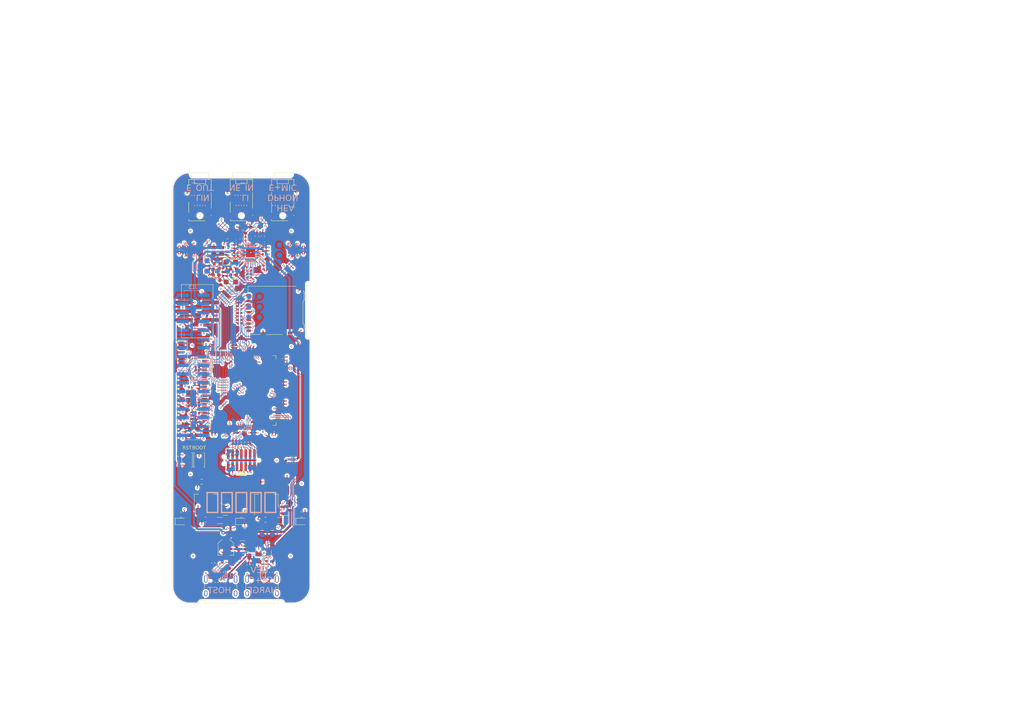
<source format=kicad_pcb>
(kicad_pcb (version 20240108) (generator "pcbnew") (generator_version "8.0")
  (title_block (date "2024-03-17"))
  (layers (0 "F.Cu" signal) (1 "In1.Cu" power) (2 "In2.Cu" signal) (3 "In3.Cu" power) (4 "In4.Cu" power) (31 "B.Cu" signal) (34 "B.Paste" user) (35 "F.Paste" user) (36 "B.SilkS" user "B.Silkscreen") (37 "F.SilkS" user "F.Silkscreen") (38 "B.Mask" user) (39 "F.Mask" user) (44 "Edge.Cuts" user))
  (net 0 "")
  (net 1 "GND")
  (net 2 "_RCC_OSC_IN")
  (net 3 "NRST")
  (net 4 "/power/(PWR_3.3V)")
  (net 5 "/audio_codec/MIC_BIAS")
  (net 6 "/audio_codec/LINE_OUT_RIGHT")
  (net 7 "/audio_codec/LINE_OUT_LEFT")
  (net 8 "/audio_codec/HEADPHONE_RIGHT")
  (net 9 "+3.3VA")
  (net 10 "/audio_codec/HEADPHONE_LEFT")
  (net 11 "+3.3V")
  (net 12 "Net-(C13-Pad1)")
  (net 13 "/core/_VCAP_1")
  (net 14 "/core/_VCAP_2")
  (net 15 "_DISPLAY_ON_OFF")
  (net 16 "_CARD_SDMMC_CK")
  (net 17 "Net-(D1-K)")
  (net 18 "_CARD_SDMMC_CHIP_DETECT")
  (net 19 "_ENCODER_00_BUTTON")
  (net 20 "Net-(C57-Pad2)")
  (net 21 "_ENCODER_01_BUTTON")
  (net 22 "_BUTTON_PROGRAMMER")
  (net 23 "/audio_codec/MIC_IN_MONO")
  (net 24 "_MECH_BUTTON_00")
  (net 25 "_LED_01")
  (net 26 "_CARD_SDMMC_D0")
  (net 27 "_CARD_SDMMC_D1")
  (net 28 "_CARD_SDMMC_D2")
  (net 29 "_CARD_SDMMC_D3")
  (net 30 "_CARD_SDMMC_CMD")
  (net 31 "_LED_00")
  (net 32 "Net-(D2-K)")
  (net 33 "Net-(Q1-S)")
  (net 34 "Net-(C60-Pad2)")
  (net 35 "Net-(C61-Pad1)")
  (net 36 "Net-(U13-CPVOUTN)")
  (net 37 "Net-(U13-CPVOUTP)")
  (net 38 "Net-(U13-CPCA)")
  (net 39 "Net-(U13-CPCB)")
  (net 40 "Net-(U13-VMIDC)")
  (net 41 "Net-(C77-Pad2)")
  (net 42 "Net-(C78-Pad2)")
  (net 43 "Net-(C79-Pad2)")
  (net 44 "Net-(C80-Pad2)")
  (net 45 "Net-(D9-K)")
  (net 46 "+5V")
  (net 47 "_USB_DEVICE_HOST_P")
  (net 48 "/USB/VBUS_HOST_OUT")
  (net 49 "/USB/USB_CONNECTOR_MINUS")
  (net 50 "_SWD_IO")
  (net 51 "_SWD_CLK")
  (net 52 "_SWD_OUT")
  (net 53 "/USB/USB_CONNECTOR_PLUS")
  (net 54 "_SERIAL_DEBUG_RX")
  (net 55 "_SERIAL_DEBUG_TX")
  (net 56 "_AUDIO_CODEC_I2C_SCL")
  (net 57 "_AUDIO_CODEC_I2C_SDA")
  (net 58 "_IDC_SERIAL_00_TX")
  (net 59 "_IDC_SERIAL_00_RX")
  (net 60 "_IDC_SERIAL_01_TX")
  (net 61 "_IDC_SERIAL_01_RX")
  (net 62 "Net-(J9-CC1)")
  (net 63 "_USB_DEVICE_HOST_VBUS")
  (net 64 "BOOT0")
  (net 65 "_RCC_OSC_OUT")
  (net 66 "_EXT_MEMORY_CHIP_SELECT")
  (net 67 "_EXT_MEMORY_CLK")
  (net 68 "_EXT_MEMORY_DQS")
  (net 69 "_EXT_MEMORY_A2")
  (net 70 "_EXT_MEMORY_A1")
  (net 71 "_EXT_MEMORY_A0")
  (net 72 "_EXT_MEMORY_A3")
  (net 73 "_EXT_MEMORY_A4")
  (net 74 "_EXT_MEMORY_A7")
  (net 75 "_EXT_MEMORY_A6")
  (net 76 "_EXT_MEMORY_A5")
  (net 77 "_ENCODER_00_A")
  (net 78 "_ENCODER_00_B")
  (net 79 "_ENCODER_01_A")
  (net 80 "_ENCODER_01_B")
  (net 81 "I2C_USR_SDA")
  (net 82 "I2C_USR_SCL")
  (net 83 "_MIDI_ANALOG_IN")
  (net 84 "_AUDIO_MIC_CLK")
  (net 85 "_AUDIO_CODEC_SAI_SD_OUT")
  (net 86 "GPIO_11")
  (net 88 "GPIO_10")
  (net 89 "GPIO_09")
  (net 90 "GPIO_08")
  (net 91 "GPIO_03_PWM")
  (net 92 "GPIO_02_PWM")
  (net 93 "GPIO_01_PWM")
  (net 94 "GPIO_00_PWM")
  (net 95 "GPIO_07")
  (net 96 "_ADC_USR")
  (net 97 "_AUDIO_CODEC_SAI_MCLK")
  (net 98 "_AUDIO_CODEC_SAI_SCK")
  (net 99 "_AUDIO_CODEC_SAI_FS")
  (net 100 "SPI_USR_MISO")
  (net 101 "SPI_USR_MOSI")
  (net 102 "SERIAL_USR_RX")
  (net 103 "_DAC_USR")
  (net 104 "Net-(J9-CC2)")
  (net 105 "_AUDIO_CODEC_SAI_SD_IN")
  (net 106 "GPIO_05_ADC")
  (net 107 "GPIO_04_ADC")
  (net 108 "GPIO_17")
  (net 109 "_MECH_BUTTON_01")
  (net 110 "GPIO_16")
  (net 111 "GPIO_15")
  (net 112 "GPIO_14")
  (net 113 "GPIO_13")
  (net 114 "_MIDI_ANALOG_OUT")
  (net 115 "SPI_USR_SCK")
  (net 116 "GPIO_12")
  (net 117 "SERIAL_USR_TX")
  (net 118 "SPI_USR_CS")
  (net 120 "Net-(J10-CC1)")
  (net 121 "_AUDIO_MIC_DATA")
  (net 122 "/audio_codec/LINE_IN_RIGHT")
  (net 124 "/audio_codec/LINE_IN_LEFT")
  (net 125 "/audio_codec/MIC_IN_LEFT")
  (net 126 "_DISPLAY_BACKLIGHT_PWM")
  (net 127 "_DISPLAY_LTDC_R0")
  (net 128 "_DISPLAY_LTDC_R1")
  (net 129 "_DISPLAY_LTDC_R2")
  (net 130 "_DISPLAY_LTDC_R3")
  (net 131 "_DISPLAY_LTDC_R4")
  (net 132 "_DISPLAY_LTDC_R5")
  (net 133 "_DISPLAY_LTDC_R6")
  (net 134 "_DISPLAY_LTDC_R7")
  (net 135 "_DISPLAY_LTDC_G0")
  (net 136 "_DISPLAY_LTDC_G1")
  (net 137 "_DISPLAY_LTDC_G2")
  (net 138 "_DISPLAY_LTDC_G3")
  (net 139 "_DISPLAY_LTDC_G4")
  (net 140 "_DISPLAY_LTDC_G5")
  (net 141 "_DISPLAY_LTDC_G6")
  (net 142 "_DISPLAY_LTDC_G7")
  (net 143 "_DISPLAY_LTDC_B0")
  (net 144 "_DISPLAY_LTDC_B1")
  (net 145 "_DISPLAY_LTDC_B2")
  (net 146 "_DISPLAY_LTDC_B3")
  (net 147 "_DISPLAY_LTDC_B4")
  (net 148 "_DISPLAY_LTDC_B5")
  (net 149 "_DISPLAY_LTDC_B6")
  (net 150 "_DISPLAY_LTDC_B7")
  (net 151 "_DISPLAY_LTDC_CLK")
  (net 152 "_DISPLAY_LTDC_HSYNC")
  (net 153 "_DISPLAY_LTDC_VSYNC")
  (net 154 "_DISPLAY_LTDC_DE")
  (net 155 "_DISPLAY_TOUCH_INTERRUPT")
  (net 156 "+1.8V")
  (net 158 "Net-(J10-CC2)")
  (net 160 "/power/(PWR_1.8V)")
  (net 161 "GPIO_06")
  (net 164 "/programmer/SWD_IO")
  (net 165 "/programmer/SWD_CLK")
  (net 166 "/programmer/SWD_OUT")
  (net 169 "/programmer/SERIAL_RX")
  (net 170 "/programmer/SERIAL_TX")
  (net 175 "/audio_codec/(LINE_IN_RIGHT)")
  (net 177 "/audio_codec/(LINE_IN_LEFT)")
  (net 183 "/core/_PDR_ON")
  (net 187 "/core/(PWR_LED)")
  (net 188 "/programmer/RST")
  (net 189 "_USB_DEVICE_HOST_N")
  (net 190 "Net-(Q4-S)")
  (net 191 "GPIO_18")
  (net 194 "+1.8VA")
  (net 195 "/power/(PWR_5V_TO_3.3V)")
  (net 196 "/power/(PWR_5V_TO_1.8V)")
  (footprint "Capacitor_SMD:C_0402_1005Metric" (layer "F.Cu") (at 72.457345 69.26 90)
    (property "Reference" "C80")
    (property "Value" "100nF")
  )
  (footprint "Capacitor_SMD:C_0402_1005Metric" (layer "F.Cu") (at 76.707345 71.76)
    (property "Reference" "C86")
    (property "Value" "4.7uF")
  )
  (footprint "Capacitor_SMD:C_0805_2012Metric" (layer "F.Cu") (at 62 72.75 90)
    (property "Reference" "C71")
    (property "Value" "10nF")
  )
  (footprint "Capacitor_SMD:C_0402_1005Metric" (layer "F.Cu") (at 82.212587 111.23 -90)
    (property "Reference" "C28")
    (property "Value" "1uF")
  )
  (footprint "Capacitor_SMD:C_0402_1005Metric" (layer "F.Cu") (at 55.212587 117.75 180)
    (property "Reference" "C13")
    (property "Value" "12pF")
  )
  (footprint "Capacitor_SMD:C_0805_2012Metric" (layer "F.Cu") (at 77 150.75 180)
    (property "Reference" "C1")
    (property "Value" "10uF")
  )
  (footprint "Capacitor_Tantalum_SMD:CP_EIA-3216-18_Kemet-A" (layer "F.Cu") (at 66.957345 76.01)
    (property "Reference" "C66")
    (property "Value" "10uF")
  )
  (footprint "Resistor_SMD:R_0402_1005Metric" (layer "F.Cu") (at 77.46469 77.56 90)
    (property "Reference" "R4")
    (property "Value" "2.2K")
  )
  (footprint "Capacitor_SMD:C_0402_1005Metric" (layer "F.Cu") (at 57.232587 106.5 180)
    (property "Reference" "C17")
    (property "Value" "100nF")
  )
  (footprint "Capacitor_SMD:C_0402_1005Metric" (layer "F.Cu") (at 67.962587 100)
    (property "Reference" "C26")
    (property "Value" "4.7uF")
  )
  (footprint "Inductor_SMD:L_1206_3216Metric" (layer "F.Cu") (at 63.8 150.955551)
    (property "Reference" "FB4")
    (property "Value" "600Ω@100MHz")
  )
  (footprint "Resistor_SMD:R_0603_1608Metric" (layer "F.Cu") (at 72.707345 66.76 90)
    (property "Reference" "R83")
    (property "Value" "20R")
  )
  (footprint "Capacitor_SMD:C_0402_1005Metric" (layer "F.Cu") (at 79.462587 125.5)
    (property "Reference" "C18")
    (property "Value" "100nF")
  )
  (footprint "Capacitor_SMD:C_0402_1005Metric" (layer "F.Cu") (at 56.212587 120.5 180)
    (property "Reference" "C12")
    (property "Value" "100nF")
  )
  (footprint "Capacitor_SMD:C_0402_1005Metric" (layer "F.Cu") (at 57.249999 117.75 180)
    (property "Reference" "C25")
    (property "Value" "100nF")
  )
  (footprint "Capacitor_SMD:C_0402_1005Metric" (layer "F.Cu") (at 52.5 72.500001 -90)
    (property "Reference" "C81")
    (property "Value" "100nF")
  )
  (footprint "Package_DFN_QFN:ST_UQFN-6L_1.5x1.7mm_P0.5mm" (layer "F.Cu") (at 77.75 160.25 90)
    (property "Reference" "U7")
    (property "Value" "ECMF02-2AMX6")
  )
  (footprint "Capacitor_SMD:C_0603_1608Metric" (layer "F.Cu") (at 74.457345 68.51 90)
    (property "Reference" "C67")
    (property "Value" "2.2uF")
  )
  (footprint "Capacitor_SMD:C_0402_1005Metric" (layer "F.Cu") (at 76.707345 70.51 180)
    (property "Reference" "C70")
    (property "Value" "2.2uF")
  )
  (footprint "Package_TO_SOT_SMD:SOT-23" (layer "F.Cu") (at 82.95 147.9375)
    (property "Reference" "Q1")
    (property "Value" "AO3401A")
  )
  (footprint "Resistor_SMD:R_0402_1005Metric" (layer "F.Cu") (at 52 134.4 90)
    (property "Reference" "R11")
    (property "Value" "10K")
  )
  (footprint "Capacitor_SMD:C_0402_1005Metric" (layer "F.Cu") (at 56.212587 119.5 180)
    (property "Reference" "C10")
    (property "Value" "1uF")
  )
  (footprint "Capacitor_SMD:C_0603_1608Metric" (layer "F.Cu") (at 76.207345 68.51 90)
    (property "Reference" "C68")
    (property "Value" "2.2uF")
  )
  (footprint "Resistor_SMD:R_0805_2012Metric_Pad1.20x1.40mm_HandSolder" (layer "F.Cu") (at 70 149.25 180)
    (property "Reference" "R8")
    (property "Value" "1K")
  )
  (footprint "Button_Switch_SMD:SW_Push_SPST_NO_Alps_SKRK" (layer "F.Cu") (at 54.25 133.4 90)
    (property "Reference" "SW1")
    (property "Value" "BUTTON_RESET")
  )
  (footprint "LED_SMD:LED_0805_2012Metric" (layer "F.Cu") (at 87.500816 151.23095)
    (property "Reference" "D1")
    (property "Value" "LED")
  )
  (footprint "LED_SMD:LED_0805_2012Metric" (layer "F.Cu") (at 52.499323 151.24205)
    (property "Reference" "D2")
    (property "Value" "LED")
  )
  (footprint "Resistor_SMD:R_0402_1005Metric" (layer "F.Cu") (at 73 163.81 -90)
    (property "Reference" "R43")
    (property "Value" "5.1K")
  )
  (footprint "Capacitor_SMD:C_0402_1005Metric" (layer "F.Cu") (at 60.707345 77.51 90)
    (property "Reference" "C60")
    (property "Value" "220pF")
  )
  (footprint "Connector_IDC:IDC-Header_2x03_P2.54mm_Vertical_SMD" (layer "F.Cu") (at 57.203371 90.25 180)
    (property "Reference" "J5")
    (property "Value" "UART")
  )
  (footprint "Capacitor_SMD:C_1206_3216Metric" (layer "F.Cu") (at 70.8375 161.41)
    (property "Reference" "C47")
    (property "Value" "100nF")
  )
  (footprint "WM8904CGEFL:QFN40P400X400X80-33N" (layer "F.Cu") (at 72.707345 73.26 180)
    (property "Reference" "U13")
    (property "Value" "WM8904CGEFL/V")
  )
  (footprint "Capacitor_SMD:C_0402_1005Metric" (layer "F.Cu") (at 65.207345 80.01)
    (property "Reference" "C64")
    (property "Value" "1uF")
  )
  (footprint "Capacitor_SMD:C_0402_1005Metric" (layer "F.Cu") (at 82.712587 105.5)
    (property "Reference" "C27")
    (property "Value" "2.2uF")
  )
  (footprint "MP34DT05TR-A:MP34DT05TR-A_STM" (layer "F.Cu") (at 55 72.500001)
    (property "Reference" "U11")
    (property "Value" "MP34DT05TR-A")
  )
  (footprint "Capacitor_SMD:C_0402_1005Metric" (layer "F.Cu") (at 68.462587 125.5 180)
    (property "Reference" "C14")
    (property "Value" "100nF")
  )
  (footprint "MP34DT05TR-A:MP34DT05TR-A_STM" (layer "F.Cu") (at 85 72.5)
    (property "Reference" "U10")
    (property "Value" "MP34DT05TR-A")
  )
  (footprint "Capacitor_SMD:C_0402_1005Metric" (layer "F.Cu") (at 87.5 72.499883 -90)
    (property "Reference" "C50")
    (property "Value" "100nF")
  )
  (footprint "Resistor_SMD:R_0603_1608Metric" (layer "F.Cu") (at 65.957345 69.76 180)
    (property "Reference" "R80")
    (property "Value" "20R")
  )
  (footprint "Resistor_SMD:R_0402_1005Metric" (layer "F.Cu") (at 76.46469 77.56 90)
    (property "Reference" "R3")
    (property "Value" "2.2K")
  )
  (footprint "Resistor_SMD:R_0402_1005Metric" (layer "F.Cu") (at 72.5 128.230676 90)
    (property "Reference" "R58")
    (property "Value" "22R")
  )
  (footprint "Resistor_SMD:R_0402_1005Metric" (layer "F.Cu") (at 68.5 128.230676 90)
    (property "Reference" "R55")
    (property "Value" "22R")
  )
  (footprint "PJ-316A-6A:PJ-316A-6A" (layer "F.Cu") (at 58 59.2)
    (property "Reference" "J19")
    (property "Value" "LINE_OUT" (hide yes))
  )
  (footprint "Capacitor_SMD:C_0402_1005Metric" (layer "F.Cu") (at 68.457345 71.01 180)
    (property "Reference" "C87")
    (property "Value" "100nF")
  )
  (footprint "Resistor_SMD:R_0402_1005Metric" (layer "F.Cu") (at 69.5 87.75)
    (property "Reference" "R17")
    (property "Value" "10K")
  )
  (footprint "Package_QFP:LQFP-144_20x20mm_P0.5mm" (layer "F.Cu") (at 69.962587 113.25)
    (property "Reference" "U2" (hide yes))
    (property "Value" "STM32H723ZGTx")
  )
  (footprint "Capacitor_SMD:C_0402_1005Metric" (layer "F.Cu") (at 68.457345 70.01 180)
    (property "Reference" "C77")
    (property "Value" "100nF")
  )
  (footprint "Button_Switch_SMD:SW_Push_SPST_NO_Alps_SKRK" (layer "F.Cu") (at 57.75 133.4 90)
    (property "Reference" "SW2")
    (property "Value" "BUTTON_BOOT_FLASH")
  )
  (footprint "Capacitor_SMD:C_0402_1005Metric" (layer "F.Cu") (at 69.5 86.75)
    (property "Reference" "C30")
    (property "Value" "100nF")
  )
  (footprint "Resistor_SMD:R_0603_1608Metric" (layer "F.Cu") (at 62.957345 76.51)
    (property "Reference" "R73")
    (property "Value" "5.6K")
  )
  (footprint "NetTie:NetTie-2_SMD_Pad2.0mm" (layer "F.Cu") (at 63.5 139.205551 180)
    (property "Reference" "NT2" (hide yes))
    (property "Value" "NetTie_2" (hide yes))
  )
  (footprint "Capacitor_SMD:C_0402_1005Metric" (layer "F.Cu") (at 68.457345 73.26 180)
    (property "Reference" "C72")
    (property "Value" "4.7uF")
  )
  (footprint "Resistor_SMD:R_0402_1005Metric" (layer "F.Cu") (at 71.5 128.220676 90)
    (property "Reference" "R59")
    (property "Value" "22R")
  )
  (footprint "Connector_Card:microSD_HC_Hirose_DM3AT-SF-PEJM5" (layer "F.Cu") (at 79.82 90.028874 90)
    (property "Reference" "J1")
    (property "Value" "Micro_SD_Card_Det_Hirose_DM3AT")
  )
  (footprint "Resistor_SMD:R_0603_1608Metric" (layer "F.Cu") (at 62.707345 78.01 180)
    (property "Reference" "R77")
    (property "Value" "5.6K")
  )
  (footprint "Connector_USB:USB_C_Receptacle_HRO_TYPE-C-31-M-12" (layer "F.Cu") (at 76 171.06)
    (property "Reference" "J9")
    (property "Value" "DEVICE+CHARGE(UFP)")
  )
  (footprint "Capacitor_SMD:C_0805_2012Metric" (layer "F.Cu") (at 58.5 139.705551 180)
    (property "Reference" "C89")
    (property "Value" "10uF")
  )
  (footprint "Resistor_SMD:R_0603_1608Metric" (layer "F.Cu") (at 71.207345 66.76 90)
    (property "Reference" "R82")
    (property "Value" "20R")
  )
  (footprint "Resistor_SMD:R_0603_1608Metric" (layer "F.Cu") (at 62.707345 79.76 180)
    (property "Reference" "R74")
    (property "Value" "5.6K")
  )
  (footprint "Resistor_SMD:R_0603_1608Metric" (layer "F.Cu") (at 67.707345 78.01)
    (property "Reference" "R79")
    (property "Value" "10K")
  )
  (footprint "Resistor_SMD:R_0402_1005Metric" (layer "F.Cu") (at 61.712587 100.5 -90)
    (property "Reference" "R10")
    (property "Value" "10K")
  )
  (footprint "Capacitor_SMD:C_0402_1005Metric" (layer "F.Cu") (at 73.462587 125.5 180)
    (property "Reference" "C15")
    (property "Value" "100nF")
  )
  (footprint "Capacitor_SMD:C_0805_2012Metric" (layer "F.Cu") (at 55.25 125.265 -90)
    (property "Reference" "C3")
    (property "Value" "1uF")
  )
  (footprint "Capacitor_SMD:C_0402_1005Metric" (layer "F.Cu") (at 65.207345 77.76)
    (property "Reference" "C65")
    (property "Value" "1uF")
  )
  (footprint "Resistor_SMD:R_0402_1005Metric" (layer "F.Cu") (at 69.5 128.230676 90)
    (property "Reference" "R57")
    (property "Value" "22R")
  )
  (footprint "Connector_USB:USB_C_Receptacle_HRO_TYPE-C-31-M-12" (layer "F.Cu") (at 64 171.06)
    (property "Reference" "J10")
    (property "Value" "HOST(DFP)")
  )
  (footprint "Capacitor_SMD:C_0805_2012Metric" (layer "F.Cu") (at 59.6 150.705551 180)
    (property "Reference" "C88")
    (property "Value" "10uF")
  )
  (footprint "Capacitor_SMD:C_0402_1005Metric" (layer "F.Cu") (at 76.707345 72.76)
    (property "Reference" "C84")
    (property "Value" "100nF")
  )
  (footprint "Resistor_SMD:R_0402_1005Metric" (layer "F.Cu") (at 71.75 80 90)
    (property "Reference" "R75")
    (property "Value" "2.2K")
  )
  (footprint "Capacitor_SMD:C_0402_1005Metric" (layer "F.Cu") (at 69.5 90.75 180)
    (property "Reference" "C29")
    (property "Value" "4.7uF")
  )
  (footprint "Inductor_SMD:L_0402_1005Metric" (layer "F.Cu") (at 53.75 124.765 90)
    (property "Reference" "L1")
    (property "Value" "39nH")
  )
  (footprint "Capacitor_SMD:C_0402_1005Metric" (layer "F.Cu") (at 56.212587 122.5 180)
    (property "Reference" "C7")
    (property "Value" "100nF")
  )
  (footprint "Resistor_SMD:R_0402_1005Metric" (layer "F.Cu") (at 69.5 93.75 180)
    (property "Reference" "R12")
    (property "Value" "10K")
  )
  (footprint "Inductor_SMD:L_0402_1005Metric" (layer "F.Cu") (at 65.75 73.5 -90)
    (property "Reference" "L4")
    (property "Value" "39nH")
  )
  (footprint "Capacitor_SMD:C_0402_1005Metric" (layer "F.Cu") (at 82.212587 116.75 -90)
    (property "Reference" "C19")
    (property "Value" "100nF")
  )
  (footprint "Capacitor_SMD:C_0402_1005Metric" (layer "F.Cu") (at 69.957345 69.26 90)
    (property "Reference" "C78")
    (property "Value" "100nF")
  )
  (footprint "Resistor_SMD:R_0402_1005Metric" (layer "F.Cu") (at 69.5 91.75)
    (property "Reference" "R14")
    (property "Value" "10K")
  )
  (footprint "Diode_SMD:D_SMA" (layer "F.Cu") (at 52.704121 102.2725 -90)
    (property "Reference" "D9")
    (property "Value" "SS14")
  )
  (footprint "Capacitor_SMD:CP_Elec_4x5.4" (layer "F.Cu") (at 65.5 158.76 -90)
    (property "Reference" "C49")
    (property "Value" "47uF")
  )
  (footprint "Package_TO_SOT_SMD:SOT-23" (layer "F.Cu") (at 65.3875 147.855551)
    (property "Reference" "Q4")
    (property "Value" "AO3401A")
  )
  (footprint "Capacitor_SMD:C_0402_1005Metric" (layer "F.Cu") (at 56.212587 121.5 180)
    (property "Reference" "C5")
    (property "Value" "1uF")
  )
  (footprint "Capacitor_SMD:C_0402_1005Metric" (layer "F.Cu") (at 51.5 72.500001 -90)
    (property "Reference" "C82")
    (property "Value" "1uF")
  )
  (footprint "Capacitor_SMD:C_0805_2012Metric" (layer "F.Cu") (at 75 163.81 -90)
    (property "Reference" "C46")
    (property "Value" "1uF")
  )
  (footprint "Resistor_SMD:R_0402_1005Metric" (layer "F.Cu") (at 52 132.4 90)
    (property "Reference" "R9")
    (property "Value" "10K")
  )
  (footprint "Package_TO_SOT_SMD:SOT-143" (layer "F.Cu") (at 65.5 164.06 180)
    (property "Reference" "D13")
    (property "Value" "SP0503BAHT")
  )
  (footprint "Resistor_SMD:R_0603_1608Metric" (layer "F.Cu") (at 67.707345 79.76)
    (property "Reference" "R78")
    (property "Value" "10K")
  )
  (footprint "Capacitor_SMD:C_0402_1005Metric" (layer "F.Cu") (at 76.707345 73.74)
    (property "Reference" "C83")
    (property "Value" "100nF")
  )
  (footprint "Capacitor_SMD:C_0402_1005Metric" (layer "F.Cu") (at 68.477345 74.26 180)
    (property "Reference" "C85")
    (property "Value" "4.7uF")
  )
  (footprint "NetTie:NetTie-2_SMD_Pad2.0mm" (layer "F.Cu") (at 81.25 139.5 180)
    (property "Reference" "NT1" (hide yes))
    (property "Value" "NetTie_2" (hide yes))
  )
  (footprint "Resistor_SMD:R_0603_1608Metric" (layer "F.Cu") (at 62.957345 81.26)
    (property "Reference" "R72")
    (property "Value" "5.6K")
  )
  (footprint "Package_TO_SOT_SMD:SOT-143" (layer "F.Cu") (at 78.25 163.75 -90)
    (property "Reference" "D12")
    (property "Value" "SP0503BAHT")
  )
  (footprint "Inductor_SMD:L_0402_1005Metric" (layer "F.Cu") (at 72.75 78 90)
    (property "Reference" "FB2")
    (property "Value" "5Ω@100MHz")
  )
  (footprint "LED_SMD:LED_0805_2012Metric" (layer "F.Cu") (at 70 151.25)
    (property "Reference" "D3")
    (property "Value" "PWR_LED")
  )
  (footprint "Connector_PinHeader_1.27mm:PinHeader_2x07_P1.27mm_Vertical_SMD" (layer "F.Cu") (at 70 133.480676 90)
    (property "Reference" "J14")
    (property "Value" "ARM_JTAG_SWD(STDC14)")
  )
  (footprint "Capacitor_SMD:C_0402_1005Metric" (layer "F.Cu") (at 57.232587 107.5 180)
    (property "Reference" "C16")
    (property "Value" "1uF")
  )
  (footprint "PJ-316A-6A:PJ-316A-6A" (layer "F.Cu") (at 70 59.2)
    (property "Reference" "J17")
    (property "Value" "LINE_IN" (hide yes))
  )
  (footprint "Capacitor_SMD:C_0402_1005Metric" (layer "F.Cu") (at 82.212587 104 -90)
    (property "Reference" "C20")
    (property "Value" "100nF")
  )
  (footprint "PJ-316A-6A:PJ-316A-6A" (layer "F.Cu") (at 82 59.2)
    (property "Reference" "J18")
    (property "Value" "HEADPHONE_OUT+MIC" (hide yes))
  )
  (footprint "Resistor_SMD:R_0402_1005Metric" (layer "F.Cu") (at 69.5 89.75)
    (property "Reference" "R15")
    (property "Value" "10K")
  )
  (footprint "Capacitor_SMD:C_0402_1005Metric" (layer "F.Cu") (at 72.75 80 90)
    (property "Reference" "C58")
    (property "Value" "470pF")
  )
  (footprint "Resistor_SMD:R_0805_2012Metric_Pad1.20x1.40mm_HandSolder" (layer "F.Cu") (at 87.486593 149.23095 180)
    (property "Reference" "R1")
    (property "Value" "1K")
  )
  (footprint "Capacitor_SMD:C_0805_2012Metric" (layer "F.Cu") (at 64.25 72.75 90)
    (property "Reference" "C69")
    (property "Value" "1uF")
  )
  (footprint "Resistor_SMD:R_0402_1005Metric" (layer "F.Cu") (at 69.5 88.75)
    (property "Reference" "R16")
    (property "Value" "10K")
  )
  (footprint "Capacitor_SMD:C_0402_1005Metric" (layer "F.Cu") (at 57.712587 112.25 90)
    (property "Reference" "C6")
    (property "Value" "100nF")
  )
  (footprint "Package_TO_SOT_SMD:SOT-223-3_TabPin2" (layer "F.Cu") (at 77.25 145.25 90)
    (property "Reference" "U1")
    (property "Value" "AMS1117-3.3")
  )
  (footprint "Capacitor_SMD:C_0402_1005Metric" (layer "F.Cu") (at 88.5 72.500001 -90)
    (property "Reference" "C51")
    (property "Value" "1uF")
  )
  (footprint "Resistor_SMD:R_0402_1005Metric" (layer "F.Cu") (at 67.5 128.230676 90)
    (property "Reference" "R56")
    (property "Value" "22R")
  )
  (footprint "Resistor_SMD:R_0805_2012Metric_Pad1.20x1.40mm_HandSolder" (layer "F.Cu") (at 52.499323 149.24205 180)
    (property "Reference" "R2")
    (property "Value" "1K")
  )
  (footprint "Resistor_SMD:R_0402_1005Metric" (layer "F.Cu") (at 57.712587 116.26 -90)
    (property "Reference" "R7")
    (property "Value" "10R")
  )
  (footprint "Capacitor_SMD:C_0402_1005Metric" (layer "F.Cu") (at 68.457345 72.01 180)
    (property "Reference" "C74")
    (property "Value" "4.7uF")
  )
  (footprint "Capacitor_SMD:C_0402_1005Metric" (layer "F.Cu") (at 60.707345 80.26 -90)
    (property "Reference" "C57")
    (property "Value" "220pF")
  )
  (footprint "Capacitor_SMD:C_0402_1005Metric" (layer "F.Cu") (at 72.962587 101)
    (property "Reference" "C21")
    (property "Value" "100nF")
  )
  (footprint "Capacitor_SMD:C_0402_1005Metric" (layer "F.Cu") (at 61.962587 125.5 180)
    (property "Reference" "C11")
    (property "Value" "100nF")
  )
  (footprint "Crystal:Crystal_SMD_3225-4Pin_3.2x2.5mm" (layer "F.Cu") (at 55.462587 115 -90)
    (property "Reference" "Y1")
    (property "Value" "16MHz")
  )
  (footprint "Capacitor_SMD:C_0402_1005Metric" (layer "F.Cu") (at 60.212587 100.5 180)
    (property "Reference" "C23")
    (property "Value" "100nF")
  )
  (footprint "Capacitor_SMD:C_0805_2012Metric" (layer "F.Cu") (at 57.25 125.265 -90)
    (property "Reference" "C4")
    (property "Value" "10nF")
  )
  (footprint "Resistor_SMD:R_0402_1005Metric" (layer "F.Cu") (at 61.75 163.25 90)
    (property "Reference" "R45")
    (property "Value" "56K")
  )
  (footprint "Resistor_SMD:R_0603_1608Metric" (layer "F.Cu") (at 69.707345 66.76 90)
    (property "Reference" "R81")
    (property "Value" "20R")
  )
  (footprint "Package_TO_SOT_SMD:SOT-23-5" (layer "F.Cu") (at 70.3625 158.36 180)
    (property "Reference" "U8")
    (property "Value" "TPS2041B")
  )
  (footprint "Resistor_SMD:R_0402_1005Metric" (layer "F.Cu") (at 62.75 163.25 90)
    (property "Reference" "R46")
    (property "Value" "56K")
  )
  (footprint "Capacitor_SMD:C_0402_1005Metric" (layer "F.Cu") (at 71.207345 69.26 90)
    (property "Reference" "C79")
    (property "Value" "100nF")
  )
  (footprint "Capacitor_SMD:C_0402_1005Metric" (layer "F.Cu") (at 57.712587 119.25 -90)
    (property "Reference" "C8")
    (property "Value" "100nF")
  )
  (footprint "Package_TO_SOT_SMD:SOT-223-3_TabPin2" (layer "F.Cu") (at 59.75 145.205551 90)
    (property "Reference" "U14")
    (property "Value" "AMS1117-1.8")
  )
  (footprint "Resistor_SMD:R_0402_1005Metric" (layer "F.Cu") (at 72 163.81 -90)
    (property "Reference" "R44")
    (property "Value" "5.1K")
  )
  (footprint "Capacitor_SMD:C_0402_1005Metric" (layer "F.Cu") (at 55.212587 112.25 180)
    (property "Reference" "C9")
    (property "Value" "12pF")
  )
  (footprint "Capacitor_SMD:C_0402_1005Metric" (layer "F.Cu") (at 67.962587 101)
    (property "Reference" "C22")
    (property "Value" "100nF")
  )
  (footprint "Capacitor_SMD:C_0402_1005Metric" (layer "F.Cu") (at 71.75 78 90)
    (property "Reference" "C61")
    (property "Value" "1uF")
  )
  (footprint "Capacitor_SMD:C_1206_3216Metric" (layer "F.Cu") (at 75 159.31 90)
    (property "Reference" "C48")
    (property "Value" "100nF")
  )
  (footprint "Resistor_SMD:R_0402_1005Metric" (layer "F.Cu") (at 69.5 92.75)
    (property "Reference" "R13")
    (property "Value" "10K")
  )
  (footprint "Capacitor_Tantalum_SMD:CP_EIA-3216-18_Kemet-A" (layer "F.Cu") (at 66.957345 81.76)
    (property "Reference" "C63")
    (property "Value" "10uF")
  )
  (footprint "Capacitor_SMD:C_0402_1005Metric" (layer "F.Cu") (at 77.962587 126 -90)
    (property "Reference" "C24")
    (property "Value" "2.2uF")
  )
  (footprint "Inductor_SMD:L_1206_3216Metric" (layer "F.Cu") (at 81.25 151)
    (property "Reference" "FB1")
    (property "Value" "600Ω@100MHz")
  )
  (footprint "Capacitor_SMD:C_0805_2012Metric" (layer "F.Cu") (at 76.25 139.75 180)
    (property "Reference" "C2")
    (property "Value" "10uF")
  )
  (footprint "Resistor_SMD:R_0402_1005Metric" (layer "F.Cu") (at 70.5 128.230676 90)
    (property "Reference" "R54")
    (property "Value" "22R")
  )
  (footprint "KLST:TestPoint_Pad_D1.5mm" (layer "B.Cu") (at 75.25 89 180)
    (property "Reference" "TP12")
    (property "Value" "TP_CARD_SDMMC_D0")
  )
  (footprint "KLST:TestPoint_Pad_D1.5mm" (layer "B.Cu") (at 76 155 90)
    (property "Reference" "TP15")
    (property "Value" "TP_USB_DEVICE_HOST_P")
  )
  (footprint "KLST:TestPoint_Pad_D1.5mm" (layer "B.Cu") (at 81 74)
    (property "Reference" "TP16")
    (property "Value" "TP_AUDIO_MIC_CLK")
  )
  (footprint "KLST:TestPoint_Pad_D1.5mm" (layer "B.Cu") (at 72.25 89 180)
    (property "Reference" "TP9")
    (property "Value" "TP_CARD_SDMMC_D3")
  )
  (footprint "KLST:TestPoint_Pad_D1.5mm" (layer "B.Cu") (at 63 78.638375 -90)
    (property "Reference" "TP2")
    (property "Value" "TP_AUDIO_CODEC_I2C_SCA")
  )
  (footprint "KLST:TestPoint_Pad_D1.5mm" (layer "B.Cu") (at 75.25 86 180)
    (property "Reference" "TP11")
    (property "Value" "TP_CARD_SDMMC_CK")
  )
  (footprint "KLST:TestPoint_Pad_D1.5mm" (layer "B.Cu") (at 60 75.638375 -90)
    (property "Reference" "TP5")
    (property "Value" "TP_AUDIO_CODEC_SAI_SCK")
  )
  (footprint "KLST:TestPoint_Pad_D1.5mm" (layer "B.Cu") (at 69 78.638375 -90)
    (property "Reference" "TP4")
    (property "Value" "TP_AUDIO_CODEC_SAI_FS")
  )
  (footprint "KLST:TestPoint_Pad_D1.5mm" (layer "B.Cu") (at 63 75.638375 -90)
    (property "Reference" "TP6")
    (property "Value" "TP_AUDIO_CODEC_SAI_SD_OUT")
  )
  (footprint "IDC-connector_SMD:IDC-PinHeader_2x17_P2.54mm_Vertical_SMD" (layer "B.Cu") (at 56 105.92 180)
    (property "Reference" "J13")
    (property "Value" "GPIO")
  )
  (footprint "KLST:TestPoint_Pad_D1.5mm" (layer "B.Cu") (at 66 75.638375 -90)
    (property "Reference" "TP7")
    (property "Value" "TP_AUDIO_CODEC_SAI_SD_IN")
  )
  (footprint "Tag-Connect:TC2070-IDC-NL" (layer "B.Cu") (at 70 133.480676 180)
    (property "Reference" "J15")
    (property "Value" "TC2070-IDC-NL")
  )
  (footprint "KLST:TestPoint_Pad_D1.5mm" (layer "B.Cu") (at 75.25 92 180)
    (property "Reference" "TP13")
    (property "Value" "TP_CARD_SDMMC_D1")
  )
  (footprint "KLST:TestPoint_Pad_D1.5mm" (layer "B.Cu") (at 60 78.638375 -90)
    (property "Reference" "TP1")
    (property "Value" "TP_AUDIO_CODEC_I2C_SCL")
  )
  (footprint "KLST:TestPoint_Pad_D1.5mm" (layer "B.Cu") (at 66 78.638375 -90)
    (property "Reference" "TP3")
    (property "Value" "TP_AUDIO_CODEC_SAI_MCLK")
  )
  (footprint "KLST:TestPoint_Pad_D1.5mm" (layer "B.Cu") (at 81 71)
    (property "Reference" "TP17")
    (property "Value" "TP_AUDIO_MIC_DATA")
  )
  (footprint "KLST:TestPoint_Pad_D1.5mm" (layer "B.Cu") (at 72.25 86 180)
    (property "Reference" "TP8")
    (property "Value" "TP_CARD_SDMMC_D2")
  )
  (footprint "KLST:TestPoint_Pad_D1.5mm" (layer "B.Cu") (at 79 155 90)
    (property "Reference" "TP14")
    (property "Value" "TP_USB_DEVICE_HOST_N")
  )
  (footprint "KLST:TestPoint_Pad_D1.5mm" (layer "B.Cu") (at 72.25 92 180)
    (property "Reference" "TP10")
    (property "Value" "TP_CARD_SDMMC_CMD")
  )
  (gr_line (start 68.75 137.5) (end 71.25 137.5) (stroke (width 1)) (layer "F.SilkS"))
  (gr_line (start 89.5 98.25) (end 89.25 98.25) (stroke (width 0.1)) (layer "Edge.Cuts"))
  (gr_arc (start 85 50) (mid 88.535534 51.464466) (end 90 55) (stroke (width 0.1)) (layer "Edge.Cuts"))
  (gr_line (start 57.5 175) (end 55 175) (stroke (width 0.1)) (layer "Edge.Cuts"))
  (gr_arc (start 57.5 175) (mid 57.792893 174.292893) (end 58.5 174) (stroke (width 0.1)) (layer "Edge.Cuts"))
  (gr_line (start 90 98.75) (end 90 170) (stroke (width 0.1)) (layer "Edge.Cuts"))
  (gr_arc (start 90 81.25) (mid 89.853553 81.603553) (end 89.5 81.75) (stroke (width 0.1)) (layer "Edge.Cuts"))
  (gr_line (start 55 50.5) (end 55 50) (stroke (width 0.1)) (layer "Edge.Cuts"))
  (gr_line (start 90 55) (end 90 81.25) (stroke (width 0.1)) (layer "Edge.Cuts"))
  (gr_arc (start 90 170) (mid 88.535534 173.535534) (end 85 175) (stroke (width 0.1)) (layer "Edge.Cuts"))
  (gr_line (start 85 175) (end 82.5 175) (stroke (width 0.1)) (layer "Edge.Cuts"))
  (gr_arc (start 85 50.5) (mid 84.707107 51.207107) (end 84 51.5) (stroke (width 0.1)) (layer "Edge.Cuts"))
  (gr_arc (start 56 51.5) (mid 55.292893 51.207107) (end 55 50.5) (stroke (width 0.1)) (layer "Edge.Cuts"))
  (gr_line (start 85 50.5) (end 85 50) (stroke (width 0.1)) (layer "Edge.Cuts"))
  (gr_line (start 89.25 81.75) (end 89.5 81.75) (stroke (width 0.1)) (layer "Edge.Cuts"))
  (gr_line (start 50 170) (end 50 55) (stroke (width 0.1)) (layer "Edge.Cuts"))
  (gr_arc (start 88.75 82.25) (mid 88.896447 81.896447) (end 89.25 81.75) (stroke (width 0.1)) (layer "Edge.Cuts"))
  (gr_arc (start 89.25 98.25) (mid 88.896447 98.103553) (end 88.75 97.75) (stroke (width 0.1)) (layer "Edge.Cuts"))
  (gr_line (start 84 51.5) (end 56 51.5) (stroke (width 0.1)) (layer "Edge.Cuts"))
  (gr_line (start 88.75 97.75) (end 88.75 82.25) (stroke (width 0.1)) (layer "Edge.Cuts"))
  (gr_arc (start 55 175) (mid 51.464466 173.535534) (end 50 170) (stroke (width 0.1)) (layer "Edge.Cuts"))
  (gr_arc (start 81.5 174) (mid 82.207107 174.292893) (end 82.5 175) (stroke (width 0.1)) (layer "Edge.Cuts"))
  (gr_arc (start 89.5 98.25) (mid 89.853553 98.396447) (end 90 98.75) (stroke (width 0.1)) (layer "Edge.Cuts"))
  (gr_arc (start 50 55) (mid 51.464466 51.464466) (end 55 50) (stroke (width 0.1)) (layer "Edge.Cuts"))
  (gr_line (start 58.5 174) (end 81.5 174) (stroke (width 0.1)) (layer "Edge.Cuts"))
  (gr_text ".....\n.....\n.HOST" (at 64 172.31 0) (layer "B.SilkS") (effects (font (size 1.75 1.75)) (justify bottom mirror)))
  (gr_text "傲慢と無知" (at 70 145.5 0) (layer "B.SilkS") (effects (font (size 5 5) (thickness 0.0625)) (justify mirror)))
  (gr_text "..HEA\nDPHON\nE+MIC" (at 82 53.25 180) (layer "B.SilkS") (effects (font (size 1.75 1.75)) (justify bottom mirror)))
  (gr_text ".....\n...LI\nNE_IN" (at 70 53.25 180) (layer "B.SilkS") (effects (font (size 1.75 1.75)) (justify bottom mirror)))
  (gr_text ".....\n..LIN\nE_OUT" (at 58 53.25 180) (layer "B.SilkS") (effects (font (size 1.75 1.75)) (justify bottom mirror)))
  (gr_text "..DEV\nICE+C\nHARGE" (at 76 172.31 0) (layer "B.SilkS") (effects (font (size 1.75 1.75)) (justify bottom mirror)))
  (gr_text "RST" (at 54.25 129.9 0) (layer "F.SilkS") (effects (font (size 1 1))))
  (gr_text "BOOT" (at 57.75 129.9 0) (layer "F.SilkS") (effects (font (size 1 1))))
  (segment (start 83.192587 105.5) (end 83.192587 104.557413) (width 0.25) (layer "F.Cu") (net 1))
  (segment (start 69.98 90.75) (end 70.345823 90.75) (width 0.25) (layer "F.Cu") (net 1))
  (segment (start 76.207345 66.792655) (end 76.25 66.75) (width 0.25) (layer "F.Cu") (net 1))
  (segment (start 72.26 73.26) (end 72.107345 73.107345) (width 0.25) (layer "F.Cu") (net 1))
  (segment (start 72.982587 125.5) (end 73.212587 125.27) (width 0.25) (layer "F.Cu") (net 1))
  (segment (start 83.492354 70.502317) (end 83.668956 70.502317) (width 0.25) (layer "F.Cu") (net 1))
  (segment (start 55.732587 119.5) (end 55.5 119.5) (width 0.25) (layer "F.Cu") (net 1))
  (segment (start 53.416893 72.141894) (end 53.416893 70.429432) (width 0.25) (layer "F.Cu") (net 1))
  (segment (start 86.745 96.853874) (end 86.745 96.352115) (width 0.25) (layer "F.Cu") (net 1))
  (segment (start 68.442587 101) (end 68.212587 101.23) (width 0.25) (layer "F.Cu") (net 1))
  (segment (start 67.485 167.015) (end 68.25 166.25) (width 0.25) (layer "F.Cu") (net 1))
  (segment (start 51.5 72.980001) (end 52.5 72.980001) (width 0.25) (layer "F.Cu") (net 1))
  (segment (start 78.25 160.9) (end 78.25 161.5) (width 0.25) (layer "F.Cu") (net 1))
  (segment (start 71.046126 85.703874) (end 71 85.75) (width 0.25) (layer "F.Cu") (net 1))
  (segment (start 82.212587 117.23) (end 82.98 117.23) (width 0.25) (layer "F.Cu") (net 1))
  (segment (start 67.982587 125.5) (end 68.212587 125.27) (width 0.25) (layer "F.Cu") (net 1))
  (segment (start 57.215 126.215) (end 56.25 125.25) (width 0.25) (layer "F.Cu") (net 1))
  (segment (start 74.95 148.4) (end 74.95 150.3) (width 0.25) (layer "F.Cu") (net 1))
  (segment (start 55.5 121.5) (end 55.25 121.25) (width 0.25) (layer "F.Cu") (net 1))
  (segment (start 79.942587 125.5) (end 79.942587 126.057413) (width 0.25) (layer "F.Cu") (net 1))
  (segment (start 71.207345 65.542655) (end 72 64.75) (width 0.25) (layer "F.Cu") (net 1))
  (segment (start 69.903799 73.885) (end 70.091738 73.885) (width 0.25) (layer "F.Cu") (net 1))
  (segment (start 62 71.8) (end 62 71) (width 0.25) (layer "F.Cu") (net 1))
  (segment (start 53.499323 149.24205) (end 53.499323 147.750677) (width 0.25) (layer "F.Cu") (net 1))
  (segment (start 82.212587 111.71) (end 82.002587 111.5) (width 0.25) (layer "F.Cu") (net 1))
  (segment (start 79 162.75) (end 79 163.25) (width 0.25) (layer "F.Cu") (net 1))
  (segment (start 60.75 167.015) (end 60.515 167.015) (width 0.25) (layer "F.Cu") (net 1))
  (segment (start 55.5 121.5) (end 55 122) (width 0.25) (layer "F.Cu") (net 1))
  (segment (start 84.654324 70.429324) (end 85 70.775) (width 0.25) (layer "F.Cu") (net 1))
  (segment (start 56.854998 105.871804) (end 56.752587 105.974215) (width 0.25) (layer "F.Cu") (net 1))
  (segment (start 82.212587 111.71) (end 82.96 111.71) (width 0.25) (layer "F.Cu") (net 1))
  (segment (start 60.727345 79.76) (end 60.707345 79.78) (width 0.25) (layer "F.Cu") (net 1))
  (segment (start 57.25 126.215) (end 57.215 126.215) (width 0.25) (layer "F.Cu") (net 1))
  (segment (start 74.95 150.3) (end 74.75 150.5) (width 0.25) (layer "F.Cu") (net 1))
  (segment (start 61.003371 92.79) (end 61.003371 92.003371) (width 0.25) (layer "F.Cu") (net 1))
  (segment (start 67.977345 71.01) (end 67.25 71.01) (width 0.25) (layer "F.Cu") (net 1))
  (segment (start 55.732587 118.517417) (end 55.750004 118.5) (width 0.25) (layer "F.Cu") (net 1))
  (segment (start 60.985761 79.76) (end 60.841294 79.904467) (width 0.25) (layer "F.Cu") (net 1))
  (segment (start 55.25 121.25) (end 55.25 121) (width 0.25) (layer "F.Cu") (net 1))
  (segment (start 67.997345 74.26) (end 67.759997 74.26) (width 0.25) (layer "F.Cu") (net 1))
  (segment (start 70 86.75) (end 71 85.75) (width 0.25) (layer "F.Cu") (net 1))
  (segment (start 56.9 113.9) (end 56.312587 113.9) (width 0.25) (layer "F.Cu") (net 1))
  (segment (start 87.5 73.25) (end 88 73.75) (width 0.25) (layer "F.Cu") (net 1))
  (segment (start 54.550001 73.175001) (end 54.550001 73.449999) (width 0.25) (layer "F.Cu") (net 1))
  (segment (start 56.225 72.500001) (end 56.5 72.775001) (width 0.25) (layer "F.Cu") (net 1))
  (segment (start 71 149.25) (end 71 148) (width 0.25) (layer "F.Cu") (net 1))
  (segment (start 65.844449 146.905551) (end 66 146.75) (width 0.25) (layer "F.Cu") (net 1))
  (segment (start 68.532345 79.76) (end 67.76 79.76) (width 0.25) (layer "F.Cu") (net 1))
  (segment (start 82.0125 146.9875) (end 82.325 147.3) (width 0.25) (layer "F.Cu") (net 1))
  (segment (start 66 55.35) (end 66 55.999998) (width 0.25) (layer "F.Cu") (net 1))
  (segment (start 68.532345 78.01) (end 68.022345 77.5) (width 0.25) (layer "F.Cu") (net 1))
  (segment (start 66.5 54.85) (end 66 55.35) (width 0.25) (layer "F.Cu") (net 1))
  (segment (start 55.5 122.5) (end 55 122) (width 0.25) (layer "F.Cu") (net 1))
  (segment (start 61.712587 125.27) (end 61.712587 123.9125) (width 0.25) (layer "F.Cu") (net 1))
  (segment (start 61.882345 79.76) (end 60.985761 79.76) (width 0.25) (layer "F.Cu") (net 1))
  (segment (start 52.59 135.5) (end 52 134.91) (width 0.25) (layer "F.Cu") (net 1))
  (segment (start 55.692587 112.25) (end 55.710118 112.25) (width 0.25) (layer "F.Cu") (net 1))
  (segment (start 73 163.3) (end 72.8 163.3) (width 0.25) (layer "F.Cu") (net 1))
  (segment (start 87.195 83.805) (end 86.5 84.5) (width 0.25) (layer "F.Cu") (net 1))
  (segment (start 82.212587 104.48) (end 81.692587 105) (width 0.25) (layer "F.Cu") (net 1))
  (segment (start 53.403371 87.71) (end 56.46 87.71) (width 0.25) (layer "F.Cu") (net 1))
  (segment (start 72.107345 73.107345) (end 72.107345 71.27) (width 0.25) (layer "F.Cu") (net 1))
  (segment (start 71.207345 65.935) (end 71.207345 65.542655) (width 0.25) (layer "F.Cu") (net 1))
  (segment (start 85 74.225) (end 85 74.25) (width 0.25) (layer "F.Cu") (net 1))
  (segment (start 73.25 82) (end 73.708413 81.541587) (width 0.25) (layer "F.Cu") (net 1))
  (segment (start 83.492354 70.502317) (end 83.492354 70.678919) (width 0.25) (layer "F.Cu") (net 1))
  (segment (start 59.732587 100.5) (end 59.732587 99.767413) (width 0.25) (layer "F.Cu") (net 1))
  (segment (start 81.692587 105) (end 80.625087 105) (width 0.25) (layer "F.Cu") (net 1))
  (segment (start 77.187345 73.74) (end 77.99 73.74) (width 0.25) (layer "F.Cu") (net 1))
  (segment (start 70.091738 73.885) (end 70.116738 73.86) (width 0.25) (layer "F.Cu") (net 1))
  (segment (start 56.752587 107.5) (end 56.752587 106.5) (width 0.25) (layer "F.Cu") (net 1))
  (segment (start 68.442587 101) (end 68.5 101) (width 0.25) (layer "F.Cu") (net 1))
  (segment (start 58.55 150.705551) (end 58.55 151.95) (width 0.25) (layer "F.Cu") (net 1))
  (segment (start 72.75 167.015) (end 72.265 167.015) (width 0.25) (layer "F.Cu") (net 1))
  (segment (start 55.732587 121.5) (end 55.5 121.5) (width 0.25) (layer "F.Cu") (net 1))
  (segment (start 72.707345 65.935) (end 73.878174 65.935) (width 0.25) (layer "F.Cu") (net 1))
  (segment (start 54.5 55.749998) (end 54.249998 56) (width 0.25) (layer "F.Cu") (net 1))
  (segment (start 64.25 71.8) (end 65.2 71.8) (width 0.25) (layer "F.Cu") (net 1))
  (segment (start 74.697345 73.06) (end 75.44 73.06) (width 0.25) (layer "F.Cu") (net 1))
  (segment (start 73.442587 101) (end 73.442587 100.557416) (width 0.25) (layer "F.Cu") (net 1))
  (segment (start 55.732587 120.5) (end 55.5 120.5) (width 0.25) (layer "F.Cu") (net 1))
  (segment (start 72.896826 80.48) (end 73.708413 81.291587) (width 0.25) (layer "F.Cu") (net 1))
  (segment (start 77.99 72.76) (end 78 72.75) (width 0.25) (layer "F.Cu") (net 1))
  (segment (start 74.95 149.65) (end 76.05 150.75) (width 0.25) (layer "F.Cu") (net 1))
  (segment (start 69.41 157.41) (end 70.25 158.25) (width 0.25) (layer "F.Cu") (net 1))
  (segment (start 72.54 135.430676) (end 72.54 136.79) (width 0.25) (layer "F.Cu") (net 1))
  (segment (start 60.707345 79.78) (end 60.716827 79.78) (width 0.25) (layer "F.Cu") (net 1))
  (segment (start 83.668956 70.502317) (end 83.741949 70.429324) (width 0.25) (layer "F.Cu") (net 1))
  (segment (start 70.116738 73.86) (end 70.717345 73.86) (width 0.25) (layer "F.Cu") (net 1))
  (segment (start 61.882345 78.01) (end 61.882345 78.863416) (width 0.25) (layer "F.Cu") (net 1))
  (segment (start 52.5 73.25) (end 52 73.75) (width 0.25) (layer "F.Cu") (net 1))
  (segment (start 58.55 151.95) (end 58.5 152) (width 0.25) (layer "F.Cu") (net 1))
  (segment (start 77.962587 126.48) (end 77.48 126.48) (width 0.25) (layer "F.Cu") (net 1))
  (segment (start 65.132345 70.617655) (end 65 70.75) (width 0.25) (layer "F.Cu") (net 1))
  (segment (start 53.66 134.91) (end 53 134.91) (width 0.25) (layer "F.Cu") (net 1))
  (segment (start 54.5 54.85) (end 54.5 55.749998) (width 0.25) (layer "F.Cu") (net 1))
  (segment (start 75.44 73.06) (end 75.5 73) (width 0.25) (layer "F.Cu") (net 1))
  (segment (start 53.775 72.500001) (end 53.775 74.225) (width 0.25) (layer "F.Cu") (net 1))
  (segment (start 56.752587 105.974215) (end 56.752587 106.5) (width 0.25) (layer "F.Cu") (net 1))
  (segment (start 57.712587 111.77) (end 56.190118 111.77) (width 0.25) (layer "F.Cu") (net 1))
  (segment (start 65.2 71.8) (end 65.25 71.75) (width 0.25) (layer "F.Cu") (net 1))
  (segment (start 68.5 101) (end 69 100.5) (width 0.25) (layer "F.Cu") (net 1))
  (segment (start 57.712587 111.77) (end 57.942587 112) (width 0.25) (layer "F.Cu") (net 1))
  (segment (start 72.75 80.48) (end 72.896826 80.48) (width 0.25) (layer "F.Cu") (net 1))
  (segment (start 55 70.775001) (end 54.654431 70.429432) (width 0.25) (layer "F.Cu") (net 1))
  (segment (start 82.96 111.71) (end 83 111.75) (width 0.25) (layer "F.Cu") (net 1))
  (segment (start 54.732587 117.75) (end 54.732587 116.22) (width 0.25) (layer "F.Cu") (net 1))
  (segment (start 55.5 120.5) (end 55.25 120.75) (width 0.25) (layer "F.Cu") (net 1))
  (segment (start 54.732587 117.75) (end 54.25 117.75) (width 0.25) (layer "F.Cu") (net 1))
  (segment (start 61.003371 92.003371) (end 61 92) (width 0.25) (layer "F.Cu") (net 1))
  (segment (start 82.002587 111.5) (end 80.625087 111.5) (width 0.25) (layer "F.Cu") (net 1))
  (segment (start 83.437341 70.733932) (end 83.437341 72.162341) (width 0.25) (layer "F.Cu") (net 1))
  (segment (start 61.882345 79.76) (end 60.727345 79.76) (width 0.25) (layer "F.Cu") (net 1))
  (segment (start 68.73 136.23) (end 69.25 136.75) (width 0.25) (layer "F.Cu") (net 1))
  (segment (start 67.759997 74.26) (end 67.25 73.750003) (width 0.25) (layer "F.Cu") (net 1))
  (segment (start 77.99 73.74) (end 78 73.75) (width 0.25) (layer "F.Cu") (net 1))
  (segment (start 54.550001 73.449999) (end 53.75 74.25) (width 0.25) (layer "F.Cu") (net 1))
  (segment (start 86.032049 70.775) (end 86.257749 70.5493) (width 0.25) (layer "F.Cu") (net 1))
  (segment (start 67.75 79.75) (end 68.522345 79.75) (width 0.25) (layer "F.Cu") (net 1))
  (segment (start 55 70.775001) (end 55.974999 70.775001) (width 0.25) (layer "F.Cu") (net 1))
  (segment (start 72.095 92.753874) (end 72.503874 92.753874) (width 0.25) (layer "F.Cu") (net 1))
  (segment (start 54.25 135.5) (end 53.66 134.91) (width 0.25) (layer "F.Cu") (net 1))
  (segment (start 65.132345 69.76) (end 65.132345 70.617655) (width 0.25) (layer "F.Cu") (net 1))
  (segment (start 73.878174 65.935) (end 73.906587 65.906587) (width 0.25) (layer "F.Cu") (net 1))
  (segment (start 55.25 120.75) (end 55.25 121) (width 0.25) (layer "F.Cu") (net 1))
  (segment (start 54.25 117.75) (end 54 117.5) (width 0.25) (layer "F.Cu") (net 1))
  (segment (start 79.942587 126.057413) (end 79.75 126.25) (width 0.25) (layer "F.Cu") (net 1))
  (segment (start 75.3 139.75) (end 76.2 139.75) (width 0.25) (layer "F.Cu") (net 1))
  (segment (start 72.707345 65.935) (end 72.707345 65.457345) (width 0.25) (layer "F.Cu") (net 1))
  (segment (start 70 135.430676) (end 70 136) (width 0.25) (layer "F.Cu") (net 1))
  (segment (start 86.225 74.137334) (end 86.225 72.5) (width 0.25) (layer "F.Cu") (net 1))
  (segment (start 68.935 65.935) (end 68.75 65.75) (width 0.25) (layer "F.Cu") (net 1))
  (segment (start 57.5 114.5) (end 56.9 113.9) (width 0.25) (layer "F.Cu") (net 1))
  (segment (start 57.45 148.355551) (end 57.45 146.750008) (width 0.25) (layer "F.Cu") (net 1))
  (segment (start 55.25 126.215) (end 55.285 126.215) (width 0.25) (layer "F.Cu") (net 1))
  (segment (start 74.107345 71.27) (end 74.282786 71.094559) (width 0.25) (layer "F.Cu") (net 1))
  (segment (start 72.707345 73.26) (end 72.107345 73.86) (width 0.25) (layer "F.Cu") (net 1))
  (segment (start 62 71.8) (end 64.25 71.8) (width 0.25) (layer "F.Cu") (net 1))
  (segment (start 73.442587 100.557416) (end 73.750003 100.25) (width 0.25) (layer "F.Cu") (net 1))
  (segment (start 55.5 120.5) (end 55 120) (width 0.25) (layer "F.Cu") (net 1))
  (segment (start 55.974999 70.775001) (end 56.25 70.5) (width 0.25) (layer "F.Cu") (net 1))
  (segment (start 67.982587 125.5) (end 67.499996 125.982591) (width 0.25) (layer "F.Cu") (net 1))
  (segment (start 85.5 55.499988) (end 86 55.999988) (width 0.25) (layer "F.Cu") (net 1))
  (segment (start 51.5 73.25) (end 52 73.75) (width 0.25) (layer "F.Cu") (net 1))
  (segment (start 66.5 164.81) (end 66.876826 164.81) (width 0.25) (layer "F.Cu") (net 1))
  (segment (start 60.707345 77.99) (end 60.707345 79.770518) (width 0.25) (layer "F.Cu") (net 1))
  (segment (start 57.942587 112) (end 59.300087 112) (width 0.25) (layer "F.Cu") (net 1))
  (segment (start 68.022345 77.5) (end 67.75 77.5) (width 0.25) (layer "F.Cu") (net 1))
  (segment (start 61.482587 125.5) (end 61.712587 125.27) (width 0.25) (layer "F.Cu") (net 1))
  (segment (start 74.282786 71.094559) (end 74.529094 71.094559) (width 0.25) (layer "F.Cu") (net 1))
  (segment (start 73.708413 81.541587) (end 73.708413 81.291587) (width 0.25) (layer "F.Cu") (net 1))
  (segment (start 72 163.3) (end 72 163) (width 0.25) (layer "F.Cu") (net 1))
  (segment (start 83.437341 72.162341) (end 83.775 72.5) (width 0.25) (layer "F.Cu") (net 1))
  (segment (start 54.612587 116.887413) (end 54.612587 116.1) (width 0.25) (layer "F.Cu") (net 1))
  (segment (start 77.187345 72.76) (end 77.99 72.76) (width 0.25) (layer "F.Cu") (net 1))
  (segment (start 72 163) (end 72.25 162.75) (width 0.25) (layer "F.Cu") (net 1))
  (segment (start 70.526333 71.668988) (end 70.717345 71.86) (width 0.25) (layer "F.Cu") (net 1))
  (segment (start 70.36 158.36) (end 70.25 158.25) (width 0.25) (layer "F.Cu") (net 1))
  (segment (start 77.187345 71.76) (end 77.99 71.76) (width 0.25) (layer "F.Cu") (net 1))
  (segment (start 56.019999 118.5) (end 55.750004 118.5) (width 0.25) (layer "F.Cu") (net 1))
  (segment (start 86.745 96.352115) (end 87.3 95.797115) (width 0.25) (layer "F.Cu") (net 1))
  (segment (start 72.503874 92.753874) (end 73 93.25) (width 0.25) (layer "F.Cu") (net 1))
  (segment (start 76.395 96.853874) (end 76.395 96.145) (width 0.25) (layer "F.Cu") (net 1))
  (segment (start 72.3125 162.6875) (end 72.25 162.75) (width 0.25) (layer "F.Cu") (net 1))
  (segment (start 53.775 72.500001) (end 53.416893 72.141894) (width 0.25) (layer "F.Cu") (net 1))
  (segment (start 83.192587 104.557413) (end 83.25 104.5) (width 0.25) (layer "F.Cu") (net 1))
  (segment (start 55.710118 112.25) (end 55.823472 112.136646) (width 0.25) (layer "F.Cu") (net 1))
  (segment (start 55.285 126.215) (end 56.25 125.25) (width 0.25) (layer "F.Cu") (net 1))
  (segment (start 74.95 148.4) (end 74.95 149.65) (width 0.25) (layer "F.Cu") (net 1))
  (segment (start 71.5 158.36) (end 70.36 158.36) (width 0.25) (layer "F.Cu") (net 1))
  (segment (start 57.45 146.750008) (end 57.449996 146.750004) (width 0.25) (layer "F.Cu") (net 1))
  (segment (start 53.295 72.980001) (end 53.775 72.500001) (width 0.25) (layer "F.Cu") (net 1))
  (segment (start 51.5 72.980001) (end 51.5 73.25) (width 0.25) (layer "F.Cu") (net 1))
  (segment (start 70 136) (end 69.25 136.75) (width 0.25) (layer "F.Cu") (net 1))
  (segment (start 83.23 104.48) (end 83.25 104.5) (width 0.25) (layer "F.Cu") (net 1))
  (segment (start 54.654431 70.429432) (end 53.416893 70.429432) (width 0.25) (layer "F.Cu") (net 1))
  (segment (start 55.5 119.5) (end 55 120) (width 0.25) (layer "F.Cu") (net 1))
  (segment (start 83.492354 70.678919) (end 83.437341 70.733932) (width 0.25) (layer "F.Cu") (net 1))
  (segment (start 55.732587 119.5) (end 55.732587 118.517417) (width 0.25) (layer "F.Cu") (net 1))
  (segment (start 73.212587 125.27) (end 73.212587 123.9125) (width 0.25) (layer "F.Cu") (net 1))
  (segment (start 72.107345 71.27) (end 72.107345 70.567606) (width 0.25) (layer "F.Cu") (net 1))
  (segment (start 56.190118 111.77) (end 55.823472 112.136646) (width 0.25) (layer "F.Cu") (net 1))
  (segment (start 59.732587 99.767413) (end 59.75 99.75) (width 0.25) (layer "F.Cu") (net 1))
  (segment (start 56.46 87.71) (end 56.5 87.75) (width 0.25) (layer "F.Cu") (net 1))
  (segment (start 56.752587 107.5) (end 56.5 107.5) (width 0.25) (layer "F.Cu") (net 1))
  (segment (start 78.25 161.5) (end 78.5 161.75) (width 0.25) (layer "F.Cu") (net 1))
  (segment (start 79.485 167.015) (end 80.25 166.25) (width 0.25) (layer "F.Cu") (net 1))
  (segment (start 52.5 72.980001) (end 52.5 73.25) (width 0.25) (layer "F.Cu") (net 1))
  (segment (start 70.526333 70.973669) (end 70.526333 71.668988) (width 0.25) (layer "F.Cu") (net 1))
  (segment (start 60.707345 79.770518) (end 60.841294 79.904467) (width 0.25) (layer "F.Cu") (net 1))
  (segment (start 68.212587 125.27) (end 68.212587 123.9125) (width 0.25) (layer "F.Cu") (net 1))
  (segment (start 67.499996 125.982591) (end 67.499996 126.000004) (width 0.25) (layer "F.Cu") (net 1))
  (segment (start 56.5 107.5) (end 56 108) (width 0.25) (layer "F.Cu") (net 1))
  (segment (start 67.977345 72.01) (end 67.26 72.01) (width 0.25) (layer "F.Cu") (net 1))
  (segment (start 67.26 72.01) (end 67.25 72) (width 0.25) (layer "F.Cu") (net 1))
  (segment (start 56.769999 117.75) (end 56.019999 118.5) (width 0.25) (layer "F.Cu") (net 1))
  (segment (start 53.499323 147.750677) (end 53.5 147.75) (width 0.25) (layer "F.Cu") (net 1))
  (segment (start 76.395 96.145) (end 76.25 96) (width 0.25) (layer "F.Cu") (net 1))
  (segment (start 72.265 167.015) (end 71.75 166.5) (width 0.25) (layer "F.Cu") (net 1))
  (segment (start 64.81 160.56) (end 64.25 160) (width 0.25) (layer "F.Cu") (net 1))
  (segment (start 82.325 147.3) (end 82.325 147.75) (width 0.25) (layer "F.Cu") (net 1))
  (segment (start 68.5 100) (end 69 100.5) (width 0.25) (layer "F.Cu") (net 1))
  (segment (start 66.876826 164.81) (end 67.093413 164.593413) (width 0.25) (layer "F.Cu") (net 1))
  (segment (start 61.882345 79.76) (end 61.882345 78.01) (width 0.25) (layer "F.Cu") (net 1))
  (segment (start 74.457345 67.735) (end 74.457345 66.982175) (width 0.25) (layer "F.Cu") (net 1))
  (segment (start 72.095 95.903874) (end 73 95.903874) (width 0.25) (layer "F.Cu") (net 1))
  (segment (start 68.212587 101.23) (end 68.212587 102.5875) (width 0.25) (layer "F.Cu") (net 1))
  (segment (start 86.3377 74.250034) (end 86.225 74.137334) (width 0.25) (layer "F.Cu") (net 1))
  (segment (start 75 164.76) (end 75 163.755) (width 0.25) (layer "F.Cu") (net 1))
  (segment (start 72.107345 70.567606) (end 72.1483 70.526651) (width 0.25) (layer "F.Cu") (net 1))
  (segment (start 81.982587 117) (end 80.625087 117) (width 0.25) (layer "F.Cu") (net 1))
  (segment (start 72.707345 73.26) (end 72.5 73.26) (width 0.25) (layer "F.Cu") (net 1))
  (segment (start 72.107345 73.86) (end 70.717345 73.86) (width 0.25) (layer "F.Cu") (net 1))
  (segment (start 75 157.835) (end 75 159.25) (width 0.25) (layer "F.Cu") (net 1))
  (segment (start 70.345823 90.75) (end 70.425 90.670823) (width 0.25) (layer "F.Cu") (net 1))
  (segment (start 85 70.775) (end 86.032049 70.775) (width 0.25) (layer "F.Cu") (net 1))
  (segment (start 72.982587 125.5) (end 72.25 125.5) (width 0.25) (layer "F.Cu") (net 1))
  (segment (start 82.212587 104.48) (end 83.23 104.48) (width 0.25) (layer "F.Cu") (net 1))
  (segment (start 53.774999 74.225001) (end 53.75 74.25) (width 0.25) (layer "F.Cu") (net 1))
  (segment (start 88.5 72.980001) (end 88.5 73.25) (width 0.25) (layer "F.Cu") (net 1))
  (segment (start 68.522345 79.75) (end 70.772345 82) (width 0.25) (layer "F.Cu") (net 1))
  (segment (start 52.5 72.980001) (end 53.295 72.980001) (width 0.25) (layer "F.Cu") (net 1))
  (segment (start 69.641599 74.1472) (end 69.903799 73.885) (width 0.25) (layer "F.Cu") (net 1))
  (segment (start 87.195 83.353874) (end 87.195 83.805) (width 0.25) (layer "F.Cu") (net 1))
  (segment (start 85.5 54.85) (end 85.5 55.499988) (width 0.25) (layer "F.Cu") (net 1))
  (segment (start 64.45 146.905551) (end 65.844449 146.905551) (width 0.25) (layer "F.Cu") (net 1))
  (segment (start 71.046126 85.703874) (end 72.095 85.703874) (width 0.25) (layer "F.Cu") (net 1))
  (segment (start 88.486593 149.23095) (end 88.486593 148) (width 0.25) (layer "F.Cu") (net 1))
  (segment (start 83.741949 70.429324) (end 84.654324 70.429324) (width 0.25) (layer "F.Cu") (net 1))
  (segment (start 69.707345 65.935) (end 68.935 65.935) (width 0.25) (layer "F.Cu") (net 1))
  (segment (start 67.25 167.015) (end 67.485 167.015) (width 0.25) (layer "F.Cu") (net 1))
  (segment (start 74.457345 66.982175) (end 74.607412 66.832108) (width 0.25) (layer "F.Cu") (net 1))
  (segment (start 76.05 150.75) (end 75 150.75) (width 0.25) (layer "F.Cu") (net 1))
  (segment (start 68.442587 100) (end 68.5 100) (width 0.25) (layer "F.Cu") (net 1))
  (segment (start 57.712587 120.25) (end 57.712587 119.73) (width 0.25) (layer "F.Cu") (net 1))
  (segment (start 61.482587 126.232587) (end 61.5 126.25) (width 0.25) (layer "F.Cu") (net 1))
  (segment (start 73.212587 101.23) (end 73.212587 102.5875) (width 0.25) (layer "F.Cu") (net 1))
  (segment (start 82.212587 117.23) (end 81.982587 117) (width 0.25) (layer "F.Cu") (net 1))
  (segment (start 79.25 167.015) (end 79.485 167.015) (width 0.25) (layer "F.Cu") (net 1))
  (segment (start 56.5 72.775001) (end 56.5 74.25) (width 0.25) (layer "F.Cu") (net 1))
  (segment (start 54.25 135.5) (end 52.59 135.5) (width 0.25) (layer "F.Cu") (net 1))
  (segment (start 67.76 79.76) (end 67.75 79.75) (width 0.25) (layer "F.Cu") (net 1))
  (segment (start 55.692587 112.25) (end 55.692587 113.28) (width 0.25) (layer "F.Cu") (net 1))
  (segment (start 54 117.5) (end 54.612587 116.887413) (width 0.25) (layer "F.Cu") (net 1))
  (segment (start 79 163.25) (end 79.25 163.5) (width 0.25) (layer "F.Cu") (net 1))
  (segment (start 67.740003 73.26) (end 67.25 73.750003) (width 0.25) (layer "F.Cu") (net 1))
  (segment (start 73.442587 101) (end 73.212587 101.23) (width 0.25) (layer "F.Cu") (net 1))
  (segment (start 52 134.91) (end 53 134.91) (width 0.25) (layer "F.Cu") (net 1))
  (segment (start 87.5 72.979883) (end 87.5 73.25) (width 0.25) (layer "F.Cu") (net 1))
  (segment (start 55.692587 113.28) (end 56.312587 113.9) (width 0.25) (layer "F.Cu") (net 1))
  (segment (start 53.775 74.225) (end 53.75 74.25) (width 0.25) (layer "F.Cu") (net 1))
  (segment (start 57.712587 119.73) (end 57.942587 119.5) (width 0.25) (layer "F.Cu") (net 1))
  (segment (start 67.977345 73.26) (end 67.740003 73.26) (width 0.25) (layer "F.Cu") (net 1))
  (segment (start 60.515 167.015) (end 59.75 166.25) (width 0.25) (layer "F.Cu") (net 1))
  (segment (start 68.73 135.430676) (end 68.73 136.23) (width 0.25) (layer "F.Cu") (net 1))
  (segment (start 72.8 163.3) (end 72.25 162.75) (width 0.25) (layer "F.Cu") (net 1))
  (segment (start 70.772345 82) (end 73.25 82) (width 0.25) (layer "F.Cu") (net 1))
  (segment (start 57.25 140.005551) (end 57.25 141.5) (width 0.25) (layer "F.Cu") (net 1))
  (segment (start 76.207345 67.735) (end 76.207345 66.792655) (width 0.25) (layer "F.Cu") (net 1))
  (segment (start 61.482587 125.5) (end 61.482587 126.232587) (width 0.25) (layer "F.Cu") (net 1))
  (segment (start 72.707345 65.457345) (end 72 64.75) (width 0.25) (layer "F.Cu") (net 1))
  (segment (start 60.716827 79.78) (end 60.841294 79.904467) (width 0.25) (layer "F.Cu") (net 1))
  (segment (start 55.732587 122.5) (end 55.5 122.5) (width 0.25) (layer "F.Cu") (net 1))
  (segment (start 57.55 139.705551) (end 57.25 140.005551) (width 0.25) (layer "F.Cu") (net 1))
  (segment (start 72.3125 161.41) (end 72.3125 162.6875) (width 0.25) (layer "F.Cu") (net 1))
  (segment (start 69.225 157.41) (end 69.41 157.41) (width 0.25) (layer "F.Cu") (net 1))
  (segment (start 75 150.75) (end 74.75 150.5) (width 0.25) (layer "F.Cu") (net 1))
  (segment (start 61.882345 78.863416) (end 60.841294 79.904467) (width 0.25) (layer "F.Cu") (net 1))
  (segment (start 85 74.25) (end 84.5 74.75) (width 0.25) (layer "F.Cu") (net 1))
  (segment (start 72.707345 73.26) (end 72.26 73.26) (width 0.25) (layer "F.Cu") (net 1))
  (segment (start 72.54 136.79) (end 72.75 137) (width 0.25) (layer "F.Cu") (net 1))
  (segment (start 69.98 86.75) (end 70 86.75) (width 0.25) (layer "F.Cu") (net 1))
  (segment (start 55 74.225001) (end 53.774999 74.225001) (width 0.25) (layer "F.Cu") (net 1))
  (segment (start 65.5 160.56) (end 64.81 160.56) (width 0.25) (layer "F.Cu") (net 1))
  (segment (start 54.732587 116.22) (end 54.612587 116.1) (width 0.25) (layer "F.Cu") (net 1))
  (segment (start 88.5 73.25) (end 88 73.75) (width 0.25) (layer "F.Cu") (net 1))
  (segment (start 77.48 126.48) (end 77 126) (width 0.25) (layer "F.Cu") (net 1))
  (segment (start 82.98 117.23) (end 83 117.25) (width 0.25) (layer "F.Cu") (net 1))
  (segment (start 77.99 71.76) (end 78 71.75) (width 0.25) (layer "F.Cu") (net 1))
  (segment (start 57.942587 119.5) (end 59.300087 119.5) (width 0.25) (layer "F.Cu") (net 1))
  (via (at 59.75 99.75) (size 0.5) (drill 0.3) (layers "F.Cu" "B.Cu") (net 1))
  (via (at 72.25 162.75) (size 0.5) (drill 0.3) (layers "F.Cu" "B.Cu") (net 1))
  (via (at 53 134.91) (size 0.5) (drill 0.3) (layers "F.Cu" "B.Cu") (net 1))
  (via (at 75 163.755) (size 0.5) (drill 0.3) (layers "F.Cu" "B.Cu") (net 1))
  (via (at 57.25 141.5) (size 0.5) (drill 0.3) (layers "F.Cu" "B.Cu") (net 1))
  (via (at 53 127.25) (size 0.5) (drill 0.3) (layers "F.Cu" "B.Cu") (net 1))
  (via (at 67.75 77.5) (size 0.5) (drill 0.3) (layers "F.Cu" "B.Cu") (net 1))
  (via (at 61 92) (size 0.5) (drill 0.3) (layers "F.Cu" "B.Cu") (net 1))
  (via (at 71 148) (size 0.5) (drill 0.3) (layers "F.Cu" "B.Cu") (net 1))
  (via (at 84.5 100.5) (size 0.5) (drill 0.3) (layers "F.Cu" "B.Cu") (net 1))
  (via (at 84.5 67) (size 0.5) (drill 0.3) (layers "F.Cu" "B.Cu") (net 1))
  (via (at 57.449996 146.750004) (size 0.5) (drill 0.3) (layers "F.Cu" "B.Cu") (net 1))
  (via (at 86.257749 70.5493) (size 0.5) (drill 0.3) (layers "F.Cu" "B.Cu") (net 1))
  (via (at 56.854998 105.871804) (size 0.5) (drill 0.3) (layers "F.Cu" "B.Cu") (net 1))
  (via (at 70.25 158.25) (size 0.5) (drill 0.3) (layers "F.Cu" "B.Cu") (net 1))
  (via (at 53 89.25) (size 0.5) (drill 0.3) (layers "F.Cu" "B.Cu") (net 1))
  (via (at 53.75 74.25) (size 0.5) (drill 0.3) (layers "F.Cu" "B.Cu") (net 1))
  (via (at 73 95.903874) (size 0.5) (drill 0.3) (layers "F.Cu" "B.Cu") (net 1))
  (via (at 67.75 79.75) (size 0.5) (drill 0.3) (layers "F.Cu" "B.Cu") (net 1))
  (via (at 76.25 96) (size 0.5) (drill 0.3) (layers "F.Cu" "B.Cu") (net 1))
  (via (at 72.1483 70.526651) (size 0.5) (drill 0.3) (layers "F.Cu" "B.Cu") (net 1))
  (via (at 72.25 125.5) (size 0.5) (drill 0.3) (layers "F.Cu" "B.Cu") (net 1))
  (via (at 78.5 161.75) (size 0.5) (drill 0.3) (layers "F.Cu" "B.Cu") (net 1))
  (via (at 55.249998 67) (size 0.5) (drill 0.3) (layers "F.Cu" "B.Cu") (net 1))
  (via (at 79.75 126.25) (size 0.5) (drill 0.3) (layers "F.Cu" "B.Cu") (net 1))
  (via (at 87.3 95.797115) (size 0.5) (drill 0.3) (layers "F.Cu" "B.Cu") (net 1))
  (via (at 55.823472 112.136646) (size 0.5) (drill 0.3) (layers "F.Cu" "B.Cu") (net 1))
  (via (at 60.841294 79.904467) (size 0.5) (drill 0.3) (layers "F.Cu" "B.Cu") (net 1))
  (via (at 88.486593 148) (size 0.5) (drill 0.3) (layers "F.Cu" "B.Cu") (net 1))
  (via (at 55 120) (size 0.5) (drill 0.3) (layers "F.Cu" "B.Cu") (net 1))
  (via (at 67.25 72) (size 0.5) (drill 0.3) (layers "F.Cu" "B.Cu") (net 1))
  (via (at 70.425 90.670823) (size 0.5) (drill 0.3) (layers "F.Cu" "B.Cu") (net 1))
  (via (at 82.325 147.75) (size 0.5) (drill 0.3) (layers "F.Cu" "B.Cu") (net 1))
  (via (at 73 93.25) (size 0.5) (drill 0.3) (layers "F.Cu" "B.Cu") (net 1))
  (via (at 54.249998 56) (size 0.5) (drill 0.3) (layers "F.Cu" "B.Cu") (net 1))
  (via (at 69.75 129.5) (size 0.5) (drill 0.3) (layers "F.Cu" "B.Cu") (net 1))
  (via (at 75 159.25) (size 0.5) (drill 0.3) (layers "F.Cu" "B.Cu") (net 1))
  (via (at 56.5 87.75) (size 0.5) (drill 0.3) (layers "F.Cu" "B.Cu") (net 1))
  (via (at 84.5 74.75) (size 0.5) (drill 0.3) (layers "F.Cu" "B.Cu") (net 1))
  (via (at 83 111.75) (size 0.5) (drill 0.3) (layers "F.Cu" "B.Cu") (net 1))
  (via (at 56 108) (size 0.5) (drill 0.3) (layers "F.Cu" "B.Cu") (net 1))
  (via (at 55.25 121) (size 0.5) (drill 0.3) (layers "F.Cu" "B.Cu") (net 1))
  (via (at 67.093413 164.593413) (size 0.5) (drill 0.3) (layers "F.Cu" "B.Cu") (net 1))
  (via (at 87.5 140.25) (size 0.5) (drill 0.3) (layers "F.Cu" "B.Cu") (net 1))
  (via (at 78 73.75) (size 0.5) (drill 0.3) (layers "F.Cu" "B.Cu") (net 1))
  (via (at 67.499996 126.000004) (size 0.5) (drill 0.3) (layers "F.Cu" "B.Cu") (net 1))
  (via (at 66 55.999998) (size 0.5) (drill 0.3) (layers "F.Cu" "B.Cu") (net 1))
  (via (at 62 71) (size 0.5) (drill 0.3) (layers "F.Cu" "B.Cu") (net 1))
  (via (at 71.75 166.5) (size 0.5) (drill 0.3) (layers "F.Cu" "B.Cu") (net 1))
  (via (at 59.75 166.25) (size 0.5) (drill 0.3) (layers "F.Cu" "B.Cu") (net 1))
  (via (at 55.750004 118.5) (size 0.5) (drill 0.3) (layers "F.Cu" "B.Cu") (net 1))
  (via (at 73.906587 65.906587) (size 0.5) (drill 0.3) (layers "F.Cu" "B.Cu") (net 1))
  (via (at 86 55.999988) (size 0.5) (drill 0.3) (layers "F.Cu" "B.Cu") (net 1))
  (via (at 68.25 166.25) (size 0.5) (drill 0.3) (layers "F.Cu" "B.Cu") (net 1))
  (via (at 54 117.5) (size 0.5) (drill 0.3) (layers "F.Cu" "B.Cu") (net 1))
  (via (at 52 73.75) (size 0.5) (drill 0.3) (layers "F.Cu" "B.Cu") (net 1))
  (via (at 69.25 136.75) (size 0.5) (drill 0.3) (layers "F.Cu" "B.Cu") (net 1))
  (via (at 67.25 73.750003) (size 0.5) (drill 0.3) (layers "F.Cu" "B.Cu") (net 1))
  (via (at 80.25 133.500002) (size 0.5) (drill 0.3) (layers "F.Cu" "B.Cu") (net 1))
  (via (at 72 64.75) (size 0.5) (drill 0.3) (layers "F.Cu" "B.Cu") (net 1))
  (via (at 79.25 163.5) (size 0.5) (drill 0.3) (layers "F.Cu" "B.Cu") (net 1))
  (via (at 64 83.75) (size 0.5) (drill 0.3) (layers "F.Cu" "B.Cu") (net 1))
  (via (at 57.712587 120.25) (size 0.5) (drill 0.3) (layers "F.Cu" "B.Cu") (net 1))
  (via (at 84.25 161.25) (size 0.5) (drill 0.3) (layers "F.Cu" "B.Cu") (net 1))
  (via (at 65.25 71.75) (size 0.5) (drill 0.3) (layers "F.Cu" "B.Cu") (net 1))
  (via (at 70.526333 70.973669) (size 0.5) (drill 0.3) (layers "F.Cu" "B.Cu") (net 1))
  (via (at 76.25 66.75) (size 0.5) (drill 0.3) (layers "F.Cu" "B.Cu") (net 1))
  (via (at 59 127.25) (size 0.5) (drill 0.3) (layers "F.Cu" "B.Cu") (net 1))
  (via (at 88 73.75) (size 0.5) (drill 0.3) (layers "F.Cu" "B.Cu") (net 1))
  (via (at 74.607412 66.832108) (size 0.5) (drill 0.3) (layers "F.Cu" "B.Cu") (net 1))
  (via (at 65 70.75) (size 0.5) (drill 0.3) (layers "F.Cu" "B.Cu") (net 1))
  (via (at 83.492354 70.502317) (size 0.5) (drill 0.3) (layers "F.Cu" "B.Cu") (net 1))
  (via (at 78 71.75) (size 0.5) (drill 0.3) (layers "F.Cu" "B.Cu") (net 1))
  (via (at 68.75 65.75) (size 0.5) (drill 0.3) (layers "F.Cu" "B.Cu") (net 1))
  (via (at 77 126) (size 0.5) (drill 0.3) (layers "F.Cu" "B.Cu") (net 1))
  (via (at 67.25 71.01) (size 0.5) (drill 0.3) (layers "F.Cu" "B.Cu") (net 1))
  (via (at 53.416893 70.429432) (size 0.5) (drill 0.3) (layers "F.Cu" "B.Cu") (net 1))
  (via (at 64.25 160) (size 0.5) (drill 0.3) (layers "F.Cu" "B.Cu") (net 1))
  (via (at 83.25 104.5) (size 0.5) (drill 0.3) (layers "F.Cu" "B.Cu") (net 1))
  (via (at 78 72.75) (size 0.5) (drill 0.3) (layers "F.Cu" "B.Cu") (net 1))
  (via (at 72.707345 73.26) (size 0.5) (drill 0.3) (layers "F.Cu" "B.Cu") (net 1))
  (via (at 69.641599 74.1472) (size 0.5) (drill 0.3) (layers "F.Cu" "B.Cu") (net 1))
  (via (at 71 85.75) (size 0.5) (drill 0.3) (layers "F.Cu" "B.Cu") (net 1))
  (via (at 80.25 166.25) (size 0.5) (drill 0.3) (layers "F.Cu" "B.Cu") (net 1))
  (via (at 73.708413 81.291587) (size 0.5) (drill 0.3) (layers "F.Cu" "B.Cu") (net 1))
  (via (at 75.5 73) (size 0.5) (drill 0.3) (layers "F.Cu" "B.Cu") (net 1))
  (via (at 57.5 114.5) (size 0.5) (drill 0.3) (layers "F.Cu" "B.Cu") (net 1))
  (via (at 76.2 139.75) (size 0.5) (drill 0.3) (layers "F.Cu" "B.Cu") (net 1))
  (via (at 56.25 125.25) (size 0.5) (drill 0.3) (layers "F.Cu" "B.Cu") (net 1))
  (via (at 69 100.5) (size 0.5) (drill 0.3) (layers "F.Cu" "B.Cu") (net 1))
  (via (at 53.5 147.75) (size 0.5) (drill 0.3) (layers "F.Cu" "B.Cu") (net 1))
  (via (at 72.75 137) (size 0.5) (drill 0.3) (layers "F.Cu" "B.Cu") (net 1))
  (via (at 55.753413 100.19024) (size 0.5) (drill 0.3) (layers "F.Cu" "B.Cu") (net 1))
  (via (at 66 146.75) (size 0.5) (drill 0.3) (layers "F.Cu" "B.Cu") (net 1))
  (via (at 73.750003 100.25) (size 0.5) (drill 0.3) (layers "F.Cu" "B.Cu") (net 1))
  (via (at 83 117.25) (size 0.5) (drill 0.3) (layers "F.Cu" "B.Cu") (net 1))
  (via (at 55.25 137.5) (size 0.5) (drill 0.3) (layers "F.Cu" "B.Cu") (net 1))
  (via (at 58.5 152) (size 0.5) (drill 0.3) (layers "F.Cu" "B.Cu") (net 1))
  (via (at 56 161.25) (size 0.5) (drill 0.3) (layers "F.Cu" "B.Cu") (net 1))
  (via (at 74.529094 71.094559) (size 0.5) (drill 0.3) (layers "F.Cu" "B.Cu") (net 1))
  (via (at 74.75 150.5) (size 0.5) (drill 0.3) (layers "F.Cu" "B.Cu") (net 1))
  (via (at 55 122) (size 0.5) (drill 0.3) (layers "F.Cu" "B.Cu") (net 1))
  (via (at 61.5 126.25) (size 0.5) (drill 0.3) (layers "F.Cu" "B.Cu") (net 1))
  (via (at 86.5 84.5) (size 0.5) (drill 0.3) (layers "F.Cu" "B.Cu") (net 1))
  (via (at 56.5 74.25) (size 0.5) (drill 0.3) (layers "F.Cu" "B.Cu") (net 1))
  (via (at 56.25 70.5) (size 0.5) (drill 0.3) (layers "F.Cu" "B.Cu") (net 1))
  (via (at 86.3377 74.250034) (size 0.5) (drill 0.3) (layers "F.Cu" "B.Cu") (net 1))
  (via (at 65.5 133.5) (size 0.5) (drill 0.3) (layers "F.Cu" "B.Cu") (net 1))
  (segment (start 66.115676 134.115676) (end 65.5 133.5) (width 0.25) (layer "B.Cu") (net 1))
  (segment (start 66.19 134.115676) (end 66.115676 134.115676) (width 0.25) (layer "B.Cu") (net 1))
  (segment (start 59 126.24) (end 59 127.25) (width 0.25) (layer "B.Cu") (net 1))
  (segment (start 68.73 134.115676) (end 68.73 136.23) (width 0.25) (layer "B.Cu") (net 1))
  (segment (start 53 88.14) (end 53 89.25) (width 0.25) (layer "B.Cu") (net 1))
  (segment (start 68.73 136.23) (end 69.25 136.75) (width 0.25) (layer "B.Cu") (net 1))
  (segment (start 70 129.75) (end 69.75 129.5) (width 0.25) (layer "B.Cu") (net 1))
  (segment (start 70 132.845676) (end 70 129.75) (width 0.25) (layer "B.Cu") (net 1))
  (segment (start 53 126.24) (end 53 127.25) (width 0.25) (layer "B.Cu") (net 1))
  (segment (start 58.323315 115.18) (end 58.643315 115.5) (width 0.15) (layer "F.Cu") (net 2))
  (segment (start 54.732587 113.78) (end 54.612587 113.9) (width 0.15) (layer "F.Cu") (net 2))
  (segment (start 54.65 113.9) (end 55.93 115.18) (width 0.15) (layer "F.Cu") (net 2))
  (segment (start 58.643315 115.5) (end 59.300087 115.5) (width 0.15) (layer "F.Cu") (net 2))
  (segment (start 54.732587 112.25) (end 54.732587 113.78) (width 0.15) (layer "F.Cu") (net 2))
  (segment (start 55.93 115.18) (end 58.323315 115.18) (width 0.15) (layer "F.Cu") (net 2))
  (segment (start 54.612587 113.9) (end 54.65 113.9) (width 0.15) (layer "F.Cu") (net 2))
  (segment (start 58.342587 116.720001) (end 58.342587 117.137412) (width 0.15) (layer "F.Cu") (net 3))
  (segment (start 52 132.91) (end 53.09 132.91) (width 0.15) (layer "F.Cu") (net 3))
  (segment (start 60.037586 116.5) (end 60.5 116.962414) (width 0.15) (layer "F.Cu") (net 3))
  (segment (start 70.01 128.210676) (end 59.050676 128.210676) (width 0.15) (layer "F.Cu") (net 3))
  (segment (start 59.300087 116.5) (end 60.037586 116.5) (width 0.15) (layer "F.Cu") (net 3))
  (segment (start 60.35 122.294241) (end 60.35 119.431586) (width 0.15) (layer "F.Cu") (net 3))
  (segment (start 58.562588 116.5) (end 58.342587 116.720001) (width 0.15) (layer "F.Cu") (net 3))
  (segment (start 59.050676 128.210676) (end 58.195 127.355) (width 0.15) (layer "F.Cu") (net 3))
  (segment (start 59.300087 116.5) (end 58.562588 116.5) (width 0.15) (layer "F.Cu") (net 3))
  (segment (start 54.25 131.3) (end 58.195 127.355) (width 0.15) (layer "F.Cu") (net 3))
  (segment (start 58.195 127.355) (end 58.195 124.449241) (width 0.15) (layer "F.Cu") (net 3))
  (segment (start 60.35 119.431586) (end 61.640793 118.140793) (width 0.15) (layer "F.Cu") (net 3))
  (segment (start 70.5 127.720676) (end 70.01 128.210676) (width 0.15) (layer "F.Cu") (net 3))
  (segment (start 58.195 124.449241) (end 60.35 122.294241) (width 0.15) (layer "F.Cu") (net 3))
  (segment (start 54.25 131.75) (end 54.25 131.3) (width 0.15) (layer "F.Cu") (net 3))
  (segment (start 60.5 116.962414) (end 60.5 117) (width 0.15) (layer "F.Cu") (net 3))
  (segment (start 58.342587 117.137412) (end 57.729999 117.75) (width 0.15) (layer "F.Cu") (net 3))
  (segment (start 53.09 132.91) (end 54.25 131.75) (width 0.15) (layer "F.Cu") (net 3))
  (via (at 60.5 117) (size 0.5) (drill 0.3) (layers "F.Cu" "B.Cu") (net 3))
  (via (at 61.640793 118.140793) (size 0.5) (drill 0.3) (layers "F.Cu" "B.Cu") (net 3))
  (segment (start 60.5 117) (end 61.640793 118.140793) (width 0.15) (layer "B.Cu") (net 3))
  (segment (start 77.25 139.8) (end 77.2 139.75) (width 0.6) (layer "F.Cu") (net 4))
  (segment (start 77.2 139.75) (end 79 139.75) (width 0.6) (layer "F.Cu") (net 4))
  (segment (start 77.25 148.4) (end 77.25 142.1) (width 0.6) (layer "F.Cu") (net 4))
  (segment (start 77.25 142.1) (end 77.25 139.8) (width 0.6) (layer "F.Cu") (net 4))
  (segment (start 79 139.75) (end 79.25 139.5) (width 0.6) (layer "F.Cu") (net 4))
  (segment (start 69.563863 73.06352) (end 69.612141 73.06352) (width 0.15) (layer "F.Cu") (net 5))
  (segment (start 71.75 81) (end 71.75 80.51) (width 0.15) (layer "F.Cu") (net 5))
  (segment (start 68.937345 72.437002) (end 68.937345 72.01) (width 0.15) (layer "F.Cu") (net 5))
  (segment (start 69.560343 73.06) (end 69.563863 73.06352) (width 0.15) (layer "F.Cu") (net 5))
  (segment (start 69.560343 73.06) (end 68.937345 72.437002) (width 0.15) (layer "F.Cu") (net 5))
  (segment (start 70.717345 73.06) (end 69.560343 73.06) (width 0.15) (layer "F.Cu") (net 5))
  (segment (start 72.906579 81.406587) (end 72.156587 81.406587) (width 0.15) (layer "F.Cu") (net 5))
  (segment (start 72.156587 81.406587) (end 71.75 81) (width 0.15) (layer "F.Cu") (net 5))
  (via (at 69.612141 73.06352) (size 0.5) (drill 0.3) (layers "F.Cu" "B.Cu") (net 5))
  (via (at 72.906579 81.406587) (size 0.5) (drill 0.3) (layers "F.Cu" "B.Cu") (net 5))
  (segment (start 76.5 75.25) (end 76.5 77.813166) (width 0.15) (layer "B.Cu") (net 5))
  (segment (start 70.625 74.076379) (end 75.326379 74.076379) (width 0.15) (layer "B.Cu") (net 5))
  (segment (start 75.326379 74.076379) (end 76.5 75.25) (width 0.15) (layer "B.Cu") (net 5))
  (segment (start 76.5 77.813166) (end 72.906579 81.406587) (width 0.15) (layer "B.Cu") (net 5))
  (segment (start 69.612141 73.06352) (end 70.625 74.076379) (width 0.15) (layer "B.Cu") (net 5))
  (segment (start 54.5 57.55) (end 56.875 59.925) (width 0.15) (layer "F.Cu") (net 6))
  (segment (start 69.595 71.287096) (end 69.595 70.667655) (width 0.15) (layer "F.Cu") (net 6))
  (segment (start 68.937345 70.01) (end 65.5 66.572655) (width 0.15) (layer "F.Cu") (net 6))
  (segment (start 59.10901 65.25) (end 63.250004 65.25) (width 0.15) (layer "F.Cu") (net 6))
  (segment (start 70.717345 72.26) (end 70.334901 72.26) (width 0.15) (layer "F.Cu") (net 6))
  (segment (start 56.875 63.01599) (end 59.10901 65.25) (width 0.15) (layer "F.Cu") (net 6))
  (segment (start 69.595 70.667655) (end 68.937345 70.01) (width 0.15) (layer "F.Cu") (net 6))
  (segment (start 70.132345 72.057444) (end 70.132345 71.824441) (width 0.15) (layer "F.Cu") (net 6))
  (segment (start 70.132345 71.824441) (end 69.595 71.287096) (width 0.15) (layer "F.Cu") (net 6))
  (segment (start 63.250004 65.25) (end 63.5 65.000004) (width 0.15) (layer "F.Cu") (net 6))
  (segment (start 70.334901 72.26) (end 70.132345 72.057444) (width 0.15) (layer "F.Cu") (net 6))
  (segment (start 56.875 59.925) (end 56.875 63.01599) (width 0.15) (layer "F.Cu") (net 6))
  (segment (start 65.5 66.572655) (end 65.5 66.5) (width 0.15) (layer "F.Cu") (net 6))
  (via (at 65.5 66.5) (size 0.5) (drill 0.3) (layers "F.Cu" "B.Cu") (net 6))
  (via (at 63.5 65.000004) (size 0.5) (drill 0.3) (layers "F.Cu" "B.Cu") (net 6))
  (segment (start 64.999996 66.5) (end 65.5 66.5) (width 0.15) (layer "B.Cu") (net 6))
  (segment (start 63.5 65.000004) (end 64.999996 66.5) (width 0.15) (layer "B.Cu") (net 6))
  (segment (start 61.5 61.35) (end 62.9 61.35) (width 0.15) (layer "F.Cu") (net 7))
  (segment (start 71.307345 71.27) (end 71.307345 71.09) (width 0.15) (layer "F.Cu") (net 7))
  (segment (start 65.75 65.75) (end 69.74 69.74) (width 0.15) (layer "F.Cu") (net 7))
  (segment (start 64.25 62.7) (end 64.25 63.75) (width 0.15) (layer "F.Cu") (net 7))
  (segment (start 69.74 69.74) (end 69.957345 69.74) (width 0.15) (layer "F.Cu") (net 7))
  (segment (start 71.307345 71.09) (end 69.957345 69.74) (width 0.15) (layer "F.Cu") (net 7))
  (segment (start 62.9 61.35) (end 64.25 62.7) (width 0.15) (layer "F.Cu") (net 7))
  (via (at 64.25 63.75) (size 0.5) (drill 0.3) (layers "F.Cu" "B.Cu") (net 7))
  (via (at 65.75 65.75) (size 0.5) (drill 0.3) (layers "F.Cu" "B.Cu") (net 7))
  (segment (start 64.25 63.75) (end 64.25 64.25) (width 0.15) (layer "B.Cu") (net 7))
  (segment (start 64.25 64.25) (end 65.75 65.75) (width 0.15) (layer "B.Cu") (net 7))
  (segment (start 71.207345 70.191214) (end 71.410123 70.393992) (width 0.15) (layer "F.Cu") (net 8))
  (segment (start 76.325 63.675) (end 75.25 64.75) (width 0.15) (layer "F.Cu") (net 8))
  (segment (start 78.5 57.55) (end 76.325 59.725) (width 0.15) (layer "F.Cu") (net 8))
  (segment (start 71.707345 70.691214) (end 71.410123 70.393992) (width 0.15) (layer "F.Cu") (net 8))
  (segment (start 75.25 64.75) (end 74.25 64.75) (width 0.15) (layer "F.Cu") (net 8))
  (segment (start 71.207345 69.74) (end 71.207345 70.191214) (width 0.15) (layer "F.Cu") (net 8))
  (segment (start 71.707345 71.27) (end 71.707345 70.691214) (width 0.15) (layer "F.Cu") (net 8))
  (segment (start 76.325 59.725) (end 76.325 63.675) (width 0.15) (layer "F.Cu") (net 8))
  (via (at 74.25 64.75) (size 0.5) (drill 0.3) (layers "F.Cu" "B.Cu") (net 8))
  (via (at 71.410123 70.393992) (size 0.5) (drill 0.3) (layers "F.Cu" "B.Cu") (net 8))
  (segment (start 71.25 70.233869) (end 71.410123 70.393992) (width 0.15) (layer "B.Cu") (net 8))
  (segment (start 74.25 64.75) (end 71.25 67.75) (width 0.15) (layer "B.Cu") (net 8))
  (segment (start 71.25 67.75) (end 71.25 70.233869) (width 0.15) (layer "B.Cu") (net 8))
  (segment (start 53.75 124.28) (end 55.215 124.28) (width 0.25) (layer "F.Cu") (net 9))
  (segment (start 55.215 124.28) (end 55.25 124.315) (width 0.25) (layer "F.Cu") (net 9))
  (segment (start 57.25 123.057413) (end 56.692587 122.5) (width 0.25) (layer "F.Cu") (net 9))
  (segment (start 56.692587 120.5) (end 56.692587 121.5) (width 0.25) (layer "F.Cu") (net 9))
  (segment (start 56.692587 123.757587) (end 56.692587 121.5) (width 0.25) (layer "F.Cu") (net 9))
  (segment (start 57.383884 121.5) (end 58.008884 120.875) (width 0.25) (layer "F.Cu") (net 9))
  (segment (start 56.692587 122.191297) (end 57.383884 121.5) (width 0.25) (layer "F.Cu") (net 9))
  (segment (start 56.692587 122.5) (end 56.692587 122.191297) (width 0.25) (layer "F.Cu") (net 9))
  (segment (start 58.008884 120.875) (end 58.883884 120) (width 0.25) (layer "F.Cu") (net 9))
  (segment (start 56.692587 122.5) (end 56.692587 121.5) (width 0.25) (layer "F.Cu") (net 9))
  (segment (start 58.883884 120) (end 59.300087 120) (width 0.25) (layer "F.Cu") (net 9))
  (segment (start 56.692587 120.5) (end 57.067587 120.875) (width 0.25) (layer "F.Cu") (net 9))
  (segment (start 58.383884 120.5) (end 58.008884 120.875) (width 0.25) (layer "F.Cu") (net 9))
  (segment (start 56.692587 121.5) (end 57.383884 121.5) (width 0.25) (layer "F.Cu") (net 9))
  (segment (start 57.067587 120.875) (end 58.008884 120.875) (width 0.25) (layer "F.Cu") (net 9))
  (segment (start 55.25 124.315) (end 57.25 124.315) (width 0.25) (layer "F.Cu") (net 9))
  (segment (start 59.300087 120.5) (end 58.383884 120.5) (width 0.25) (layer "F.Cu") (net 9))
  (segment (start 57.25 124.315) (end 57.25 123.057413) (width 0.25) (layer "F.Cu") (net 9))
  (segment (start 57.25 124.315) (end 56.692587 123.757587) (width 0.25) (layer "F.Cu") (net 9))
  (segment (start 56.692587 119.5) (end 56.692587 120.5) (width 0.25) (layer "F.Cu") (net 9))
  (segment (start 72.507345 70.887556) (end 72.612345 70.782556) (width 0.15) (layer "F.Cu") (net 10))
  (segment (start 73.5 67.126348) (end 75.876348 64.75) (width 0.15) (layer "F.Cu") (net 10))
  (segment (start 72.7233 70.601852) (end 72.7233 70.005955) (width 0.15) (layer "F.Cu") (net 10))
  (segment (start 75.876348 64.75) (end 81.5 64.75) (width 0.15) (layer "F.Cu") (net 10))
  (segment (start 72.612345 70.782556) (end 72.612345 70.712807) (width 0.15) (layer "F.Cu") (net 10))
  (segment (start 72.612345 70.712807) (end 72.7233 70.601852) (width 0.15) (layer "F.Cu") (net 10))
  (segment (start 84.9 61.35) (end 85.5 61.35) (width 0.15) (layer "F.Cu") (net 10))
  (segment (start 72.507345 71.27) (end 72.507345 70.887556) (width 0.15) (layer "F.Cu") (net 10))
  (segment (start 81.5 64.75) (end 84.9 61.35) (width 0.15) (layer "F.Cu") (net 10))
  (segment (start 72.7233 70.005955) (end 72.457345 69.74) (width 0.15) (layer "F.Cu") (net 10))
  (segment (start 73.5 68.697345) (end 73.5 67.126348) (width 0.15) (layer "F.Cu") (net 10))
  (segment (start 72.457345 69.74) (end 73.5 68.697345) (width 0.15) (layer "F.Cu") (net 10))
  (segment (start 68.942587 125.5) (end 68.712587 125.27) (width 0.25) (layer "F.Cu") (net 11))
  (segment (start 81.982587 116.5) (end 80.625087 116.5) (width 0.25) (layer "F.Cu") (net 11))
  (segment (start 84.550001 71.825) (end 84.550001 73.175) (width 0.25) (layer "F.Cu") (net 11))
  (segment (start 68.99 91.75) (end 68.75 91.75) (width 0.25) (layer "F.Cu") (net 11))
  (segment (start 51.5 71.75) (end 52 71.25) (width 0.25) (layer "F.Cu") (net 11))
  (segment (start 61.202587 100.5) (end 61.712587 99.99) (width 0.25) (layer "F.Cu") (net 11))
  (segment (start 87.5 72.019883) (end 87.5 71.75) (width 0.25) (layer "F.Cu") (net 11))
  (segment (start 52.5 71.75) (end 52 71.25) (width 0.25) (layer "F.Cu") (net 11))
  (segment (start 82.98 116.27) (end 83 116.25) (width 0.25) (layer "F.Cu") (net 11))
  (segment (start 57.712587 105.316977) (end 57.399778 105.004168) (width 0.25) (layer "F.Cu") (net 11))
  (segment (start 67.482587 101) (end 67.482587 100) (width 0.25) (layer "F.Cu") (net 11))
  (segment (start 57.942587 112.5) (end 59.300087 112.5) (width 0.25) (layer "F.Cu") (net 11))
  (segment (start 72.696126 90.553874) (end 73.25 90) (width 0.25) (layer "F.Cu") (net 11))
  (segment (start 82.212587 116.27) (end 82.98 116.27) (width 0.25) (layer "F.Cu") (net 11))
  (segment (start 61.24 99.99) (end 61 99.75) (width 0.25) (layer "F.Cu") (net 11))
  (segment (start 77.46469 78.28531) (end 77 78.75) (width 0.25) (layer "F.Cu") (net 11))
  (segment (start 83.25 139.5) (end 83.25 138) (width 0.25) (layer "F.Cu") (net 11))
  (segment (start 76.46469 78.21469) (end 77 78.75) (width 0.25) (layer "F.Cu") (net 11))
  (segment (start 68.75 88.75) (end 68.25 89.25) (width 0.25) (layer "F.Cu") (net 11))
  (segment (start 76.227345 73.98411) (end 76.456652 74.213417) (width 0.25) (layer "F.Cu") (net 11))
  (segment (start 62.442587 125.5) (end 62.442587 126.192587) (width 0.25) (layer "F.Cu") (net 11))
  (segment (start 52 131.89) (end 52.89 131.89) (width 0.25) (layer "F.Cu") (net 11))
  (segment (start 72.482587 101) (end 72.712587 101.23) (width 0.25) (layer "F.Cu") (net 11))
  (segment (start 62.212587 125.27) (end 62.212587 123.9125) (width 0.25) (layer "F.Cu") (net 11))
  (segment (start 52.5 72.020001) (end 52.5 71.75) (width 0.25) (layer "F.Cu") (net 11))
  (segment (start 54.550001 71.542198) (end 53.957298 70.949495) (width 0.25) (layer "F.Cu") (net 11))
  (segment (start 78.712587 125.23) (end 78.712587 123.9125) (width 0.25) (layer "F.Cu") (net 11))
  (segment (start 82.212587 110.75) (end 83 110.75) (width 0.25) (layer "F.Cu") (net 11))
  (segment (start 81.962587 111) (end 80.625087 111) (width 0.25) (layer "F.Cu") (net 11))
  (segment (start 68.99 88.75) (end 68.75 88.75) (width 0.25) (layer "F.Cu") (net 11))
  (segment (start 68.75 92.75) (end 68.25 92.25) (width 0.25) (layer "F.Cu") (net 11))
  (segment (start 84.550001 73.175) (end 84.550001 73.449999) (width 0.25) (layer "F.Cu") (net 11))
  (segment (start 57.23 112.73) (end 57.000001 112.500001) (width 0.25) (layer "F.Cu") (net 11))
  (segment (start 68.75 88.75) (end 68.25 88.25) (width 0.25) (layer "F.Cu") (net 11))
  (segment (start 69.712573 72.268849) (end 69.712573 71.892573) (width 0.25) (layer "F.Cu") (net 11))
  (segment (start 67.482587 101) (end 67.712587 101.23) (width 0.25) (layer "F.Cu") (net 11))
  (segment (start 68.75 87.75) (end 68.694087 87.694087) (width 0.25) (layer "F.Cu") (net 11))
  (segment (start 67.712587 101.23) (end 67.712587 102.5875) (width 0.25) (layer "F.Cu") (net 11))
  (segment (start 60.692587 100.5) (end 60.692587 101.882413) (width 0.25) (layer "F.Cu") (net 11))
  (segment (start 61.712587 99.99) (end 61.24 99.99) (width 0.25) (layer "F.Cu") (net 11))
  (segment (start 69.02 86.75) (end 68.369087 87.400913) (width 0.25) (layer "F.Cu") (net 11))
  (segment (start 78.982587 125.5) (end 78.982587 126.232587) (width 0.25) (layer "F.Cu") (net 11))
  (segment (start 60.274326 102.5875) (end 60.130913 102.444087) (width 0.25) (layer "F.Cu") (net 11))
  (segment (start 67.46 135.430676) (end 67.46 137.21) (width 0.25) (layer "F.Cu") (net 11))
  (segment (start 70.9375 152.4375) (end 71 152.5) (width 0.25) (layer "F.Cu") (net 11))
  (segment (start 68.712587 125.27) (end 68.712587 123.9125) (width 0.25) (layer "F.Cu") (net 11))
  (segment (start 76.227345 73.74) (end 75.477904 73.74) (width 0.25) (layer "F.Cu") (net 11))
  (segment (start 68.75 90.75) (end 68.25 90.25) (width 0.25) (layer "F.Cu") (net 11))
  (segment (start 87.5 71.75) (end 88 71.25) (width 0.25) (layer "F.Cu") (net 11))
  (segment (start 77.46469 78.07) (end 77.46469 78.28531) (width 0.25) (layer "F.Cu") (net 11))
  (segment (start 60.692587 100.5) (end 60.692587 100.057413) (width 0.25) (layer "F.Cu") (net 11))
  (segment (start 68.99 93.75) (end 68.75 93.75) (width 0.25) (layer "F.Cu") (net 11))
  (segment (start 53.75 125.25) (end 53 125.25) (width 0.25) (layer "F.Cu") (net 11))
  (segment (start 60.692587 100.057413) (end 61 99.75) (width 0.25) (layer "F.Cu") (net 11))
  (segment (start 69.02 90.75) (end 68.75 90.75) (width 0.25) (layer "F.Cu") (net 11))
  (segment (start 57.712587 112.73) (end 57.942587 112.5) (width 0.25) (layer "F.Cu") (net 11))
  (segment (start 78.982587 126.232587) (end 79 126.25) (width 0.25) (layer "F.Cu") (net 11))
  (segment (start 72.482587 101) (end 72.482587 100.517429) (width 0.25) (layer "F.Cu") (net 11))
  (segment (start 66.907271 100.424684) (end 66.907271 100.423662) (width 0.25) (layer "F.Cu") (net 11))
  (segment (start 51.5 72.020001) (end 51.5 71.75) (width 0.25) (layer "F.Cu") (net 11))
  (segment (start 67.482587 100) (end 67.330933 100) (width 0.25) (layer "F.Cu") (net 11))
  (segment (start 56.75 118.75) (end 56.77 118.77) (width 0.25) (layer "F.Cu") (net 11))
  (segment (start 57.75 131.3) (end 57.75 132.25) (width 0.25) (layer "F.Cu") (net 11))
  (segment (start 57.712587 107.5) (end 56.962587 108.25) (width 0.25) (layer "F.Cu") (net 11))
  (segment (start 68.99 87.75) (end 68.75 87.75) (width 0.25) (layer "F.Cu") (net 11))
  (segment (start 69.712573 72.268849) (end 70.103724 72.66) (width 0.25) (layer "F.Cu") (net 11))
  (segment (start 57.712587 118.77) (end 57.942587 119) (width 0.25) (layer "F.Cu") (net 11))
  (segment (start 88.5 72.020001) (end 88.5 71.75) (width 0.25) (layer "F.Cu") (net 11))
  (segment (start 60.692587 101.882413) (end 60.130913 102.444087) (width 0.25) (layer "F.Cu") (net 11))
  (segment (start 60.692587 100.5) (end 61.202587 100.5) (width 0.25) (layer "F.Cu") (net 11))
  (segment (start 75.477904 73.74) (end 75.197904 73.46) (width 0.25) (layer "F.Cu") (net 11))
  (segment (start 75.197904 73.46) (end 74.697345 73.46) (width 0.25) (layer "F.Cu") (net 11))
  (segment (start 82.212587 116.27) (end 81.982587 116.5) (width 0.25) (layer "F.Cu") (net 11))
  (segment (start 68.75 90.75) (end 68.25 91.25) (width 0.25) (layer "F.Cu") (net 11))
  (segment (start 72.482587 100.517429) (end 72.750016 100.25) (width 0.25) (layer "F.Cu") (net 11))
  (segment (start 82.212587 103.537413) (end 81.25 104.5) (width 0.25) (layer "F.Cu") (net 11))
  (segment (start 88.5 71.75) (end 88 71.25) (width 0.25) (layer "F.Cu") (net 11))
  (segment (start 70.9375 151.25) (end 70.9375 152.4375) (width 0.25) (layer "F.Cu") (net 11))
  (segment (start 84.550001 73.449999) (end 83.75 74.25) (width 0.25) (layer "F.Cu") (net 11))
  (segment (start 82.212587 110.75) (end 81.962587 111) (width 0.25) (layer "F.Cu") (net 11))
  (segment (start 68.75 87.75) (end 68.25 88.25) (width 0.25) (layer "F.Cu") (net 11))
  (segment (start 73.942587 125.5) (end 73.712587 125.27) (width 0.25) (layer "F.Cu") (net 11))
  (segment (start 57.712587 107.5) (end 58.212587 107) (width 0.25) (layer "F.Cu") (net 11))
  (segment (start 68.75 89.75) (end 68.25 89.25) (width 0.25) (layer "F.Cu") (net 11))
  (segment (start 68.369087 87.400913) (end 68.369087 87.694087) (width 0.25) (layer "F.Cu") (net 11))
  (segment (start 61.212587 102.5875) (end 60.274326 102.5875) (width 0.25) (layer "F.Cu") (net 11))
  (segment (start 69.318352 125.5) (end 69.534176 125.284176) (width 0.25) (layer "F.Cu") (net 11))
  (segment (start 68.75 91.75) (end 68.25 92.25) (width 0.25) (layer "F.Cu") (net 11))
  (segment (start 68.75 89.75) (end 68.25 90.25) (width 0.25) (layer "F.Cu") (net 11))
  (segment (start 68.75 91.75) (end 68.25 91.25) (width 0.25) (layer "F.Cu") (net 11))
  (segment (start 54.550001 71.825001) (end 54.550001 71.542198) (width 0.25) (layer "F.Cu") (net 11))
  (segment (start 73.712587 125.27) (end 73.712587 123.9125) (width 0.25) (layer "F.Cu") (net 11))
  (segment (start 83.23 103.52) (end 83.25 103.5) (width 0.25) (layer "F.Cu") (net 11))
  (segment (start 68.75 92.75) (end 68.25 93.25) (width 0.25) (layer "F.Cu") (net 11))
  (segment (start 53.987498 104.2725) (end 52.704121 104.2725) (width 0.25) (layer "F.Cu") (net 11))
  (segment (start 73.942587 125.5) (end 74.75 125.5) (width 0.25) (layer "F.Cu") (net 11))
  (segment (start 54 104.285002) (end 53.987498 104.2725) (width 0.25) (layer "F.Cu") (net 11))
  (segment (start 68.75 93.75) (end 68.25 93.25) (width 0.25) (layer "F.Cu") (net 11))
  (segment (start 67.330933 100) (end 66.907271 100.423662) (width 0.25) (layer "F.Cu") (net 11))
  (segment (start 78.982587 125.5) (end 78.712587 125.23) (width 0.25) (layer "F.Cu") (net 11))
  (segment (start 72.712587 101.23) (end 72.712587 102.5875) (width 0.25) (layer "F.Cu") (net 11))
  (segment (start 52.89 131.89) (end 53.000007 132.000007) (width 0.25) (layer "F.Cu") (net 11))
  (segment (start 68.99 92.75) (end 68.75 92.75) (width 0.25) (layer "F.Cu") (net 11))
  (segment (start 76.46469 78.07) (end 76.46469 78.21469) (width 0.25) (layer "F.Cu") (net 11))
  (segment (start 68.937345 71.117345) (end 68.937345 71.01) (width 0.25) (layer "F.Cu") (net 11))
  (segment (start 84.550001 71.541984) (end 83.957341 70.949324) (width 0.25) (layer "F.Cu") (net 11))
  (segment (start 68.942587 125.5) (end 69.318352 125.5) (width 0.25) (layer "F.Cu") (net 11))
  (segment (start 70.103724 72.66) (end 70.717345 72.66) (width 0.25) (layer "F.Cu") (net 11))
  (segment (start 68.99 89.75) (end 68.75 89.75) (width 0.25) (layer "F.Cu") (net 11))
  (segment (start 68.694087 87.694087) (end 68.369087 87.694087) (width 0.25) (layer "F.Cu") (net 11))
  (segment (start 82.212587 103.52) (end 82.212587 103.537413) (width 0.25) (layer "F.Cu") (net 11))
  (segment (start 56.962587 108.25) (end 56.75 108.25) (width 0.25) (layer "F.Cu") (net 11))
  (segment (start 67.46 137.21) (end 67.5 137.25) (width 0.25) (layer "F.Cu") (net 11))
  (segment (start 58.212587 107) (end 59.300087 107) (width 0.25) (layer "F.Cu") (net 11))
  (segment (start 84.550001 71.825) (end 84.550001 71.541984) (width 0.25) (layer "F.Cu") (net 11))
  (segment (start 56.77 118.77) (end 57.712587 118.77) (width 0.25) (layer "F.Cu") (net 11))
  (segment (start 57.712587 112.73) (end 57.23 112.73) (width 0.25) (layer "F.Cu") (net 11))
  (segment (start 57.942587 119) (end 59.300087 119) (width 0.25) (layer "F.Cu") (net 11))
  (segment (start 72.095 90.553874) (end 72.696126 90.553874) (width 0.25) (layer "F.Cu") (net 11))
  (segment (start 62.442587 125.5) (end 62.212587 125.27) (width 0.25) (layer "F.Cu") (net 11))
  (segment (start 69.712573 71.892573) (end 68.937345 71.117345) (width 0.25) (layer "F.Cu") (net 11))
  (segment (start 62.442587 126.192587) (end 62.5 126.25) (width 0.25) (layer "F.Cu") (net 11))
  (segment (start 67.482587 101) (end 66.907271 100.424684) (width 0.25) (layer "F.Cu") (net 11))
  (segment (start 81.25 104.5) (end 80.625087 104.5) (width 0.25) (layer "F.Cu") (net 11))
  (segment (start 57.712587 106.5) (end 57.712587 105.316977) (width 0.25) (layer "F.Cu") (net 11))
  (segment (start 82.212587 103.52) (end 83.23 103.52) (width 0.25) (layer "F.Cu") (net 11))
  (segment (start 57.712587 106.5) (end 58.212587 107) (width 0.25) (layer "F.Cu") (net 11))
  (segment (start 76.227345 73.74) (end 76.227345 73.98411) (width 0.25) (layer "F.Cu") (net 11))
  (via (at 77 78.75) (size 0.5) (drill 0.3) (layers "F.Cu" "B.Cu") (net 11))
  (via (at 68.25 89.25) (size 0.5) (drill 0.3) (layers "F.Cu" "B.Cu") (net 11))
  (via (at 83 116.25) (size 0.5) (drill 0.3) (layers "F.Cu" "B.Cu") (net 11))
  (via (at 83.25 103.5) (size 0.5) (drill 0.3) (layers "F.Cu" "B.Cu") (net 11))
  (via (at 72.750016 100.25) (size 0.5) (drill 0.3) (layers "F.Cu" "B.Cu") (net 11))
  (via (at 72 137) (size 0.5) (drill 0.3) (layers "F.Cu" "B.Cu") (net 11))
  (via (at 68.25 93.25) (size 0.5) (drill 0.3) (layers "F.Cu" "B.Cu") (net 11))
  (via (at 83 110.75) (size 0.5) (drill 0.3) (layers "F.Cu" "B.Cu") (net 11))
  (via (at 66.907271 100.423662) (size 0.5) (drill 0.3) (layers "F.Cu" "B.Cu") (net 11))
  (via (at 54 104.285002) (size 0.5) (drill 0.3) (layers "F.Cu" "B.Cu") (net 11))
  (via (at 79 126.25) (size 0.5) (drill 0.3) (layers "F.Cu" "B.Cu") (net 11))
  (via (at 68.25 91.25) (size 0.5) (drill 0.3) (layers "F.Cu" "B.Cu") (net 11))
  (via (at 52 71.25) (size 0.5) (drill 0.3) (layers "F.Cu" "B.Cu") (net 11))
  (via (at 88 71.25) (size 0.5) (drill 0.3) (layers "F.Cu" "B.Cu") (net 11))
  (via (at 56.75 118.75) (size 0.5) (drill 0.3) (layers "F.Cu" "B.Cu") (net 11))
  (via (at 68.369087 87.694087) (size 0.5) (drill 0.3) (layers "F.Cu" "B.Cu") (net 11))
  (via (at 83.957341 70.949324) (size 0.5) (drill 0.3) (layers "F.Cu" "B.Cu") (net 11))
  (via (at 57.000001 112.500001) (size 0.5) (drill 0.3) (layers "F.Cu" "B.Cu") (net 11))
  (via (at 57.75 132.25) (size 0.5) (drill 0.3) (layers "F.Cu" "B.Cu") (net 11))
  (via (at 69.534176 125.284176) (size 0.5) (drill 0.3) (layers "F.Cu" "B.Cu") (net 11))
  (via (at 68.25 88.25) (size 0.5) (drill 0.3) (layers "F.Cu" "B.Cu") (net 11))
  (via (at 68.25 92.25) (size 0.5) (drill 0.3) (layers "F.Cu" "B.Cu") (net 11))
  (via (at 68.25 90.25) (size 0.5) (drill 0.3) (layers "F.Cu" "B.Cu") (net 11))
  (via (at 61 99.75) (size 0.5) (drill 0.3) (layers "F.Cu" "B.Cu") (net 11))
  (via (at 76.456652 74.213417) (size 0.5) (drill 0.3) (layers "F.Cu" "B.Cu") (net 11))
  (via (at 57.399778 105.004168) (size 0.5) (drill 0.3) (layers "F.Cu" "B.Cu") (net 11))
  (via (at 71 152.5) (size 0.5) (drill 0.3) (layers "F.Cu" "B.Cu") (net 11))
  (via (at 69.712573 72.268849) (size 0.5) (drill 0.3) (layers "F.Cu" "B.Cu") (net 11))
  (via (at 53 125.25) (size 0.5) (drill 0.3) (layers "F.Cu" "B.Cu") (net 11))
  (via (at 56.75 108.25) (size 0.5) (drill 0.3) (layers "F.Cu" "B.Cu") (net 11))
  (via (at 60.130913 102.444087) (size 0.5) (drill 0.3) (layers "F.Cu" "B.Cu") (net 11))
  (via (at 67.5 137.25) (size 0.5) (drill 0.3) (layers "F.Cu" "B.Cu") (net 11))
  (via (at 83.75 74.25) (size 0.5) (drill 0.3) (layers "F.Cu" "B.Cu") (net 11))
  (via (at 53.957298 70.949495) (size 0.5) (drill 0.3) (layers "F.Cu" "B.Cu") (net 11))
  (via (at 53.000007 132.000007) (size 0.5) (drill 0.3) (layers "F.Cu" "B.Cu") (net 11))
  (via (at 83.25 138) (size 0.5) (drill 0.3) (layers "F.Cu" "B.Cu") (net 11))
  (via (at 58.5 84.5) (size 0.5) (drill 0.3) (layers "F.Cu" "B.Cu") (net 11))
  (via (at 74.75 125.5) (size 0.5) (drill 0.3) (layers "F.Cu" "B.Cu") (net 11))
  (via (at 73.25 90) (size 0.5) (drill 0.3) (layers "F.Cu" "B.Cu") (net 11))
  (via (at 62.5 126.25) (size 0.5) (drill 0.3) (layers "F.Cu" "B.Cu") (net 11))
  (segment (start 71.27 136.27) (end 72 137) (width 0.25) (layer "B.Cu") (net 11))
  (segment (start 59 85.6) (end 59 85) (width 0.25) (layer "B.Cu") (net 11))
  (segment (start 59 85) (end 58.5 84.5) (width 0.25) (layer "B.Cu") (net 11))
  (segment (start 71.27 134.115676) (end 71.27 136.27) (width 0.25) (layer "B.Cu") (net 11))
  (segment (start 55.692587 116.72) (end 56.312587 116.1) (width 0.15) (layer "F.Cu") (net 12))
  (segment (start 57.712587 116.77) (end 56.982587 116.77) (width 0.15) (layer "F.Cu") (net 12))
  (segment (start 55.692587 117.75) (end 55.692587 116.72) (width 0.15) (layer "F.Cu") (net 12))
  (segment (start 56.982587 116.77) (end 56.312587 116.1) (width 0.15) (layer "F.Cu") (net 12))
  (segment (start 78.212587 125.27) (end 78.212587 123.9125) (width 0.15) (layer "F.Cu") (net 13))
  (segment (start 77.962587 125.52) (end 78.212587 125.27) (width 0.15) (layer "F.Cu") (net 13))
  (segment (start 82.232587 105.5) (end 80.625087 105.5) (width 0.15) (layer "F.Cu") (net 14))
  (segment (start 71.982587 100.267413) (end 72.25 100) (width 0.15) (layer "F.Cu") (net 16))
  (segment (start 72.25 100) (end 72.25 99.5) (width 0.15) (layer "F.Cu") (net 16))
  (segment (start 72.346126 91.653874) (end 73.25 90.75) (width 0.15) (layer "F.Cu") (net 16))
  (segment (start 72.212587 101.552998) (end 71.982587 101.322998) (width 0.15) (layer "F.Cu") (net 16))
  (segment (start 72.095 91.653874) (end 72.346126 91.653874) (width 0.15) (layer "F.Cu") (net 16))
  (segment (start 72.212587 102.5875) (end 72.212587 101.552998) (width 0.15) (layer "F.Cu") (net 16))
  (segment (start 71.982587 101.322998) (end 71.982587 100.267413) (width 0.15) (layer "F.Cu") (net 16))
  (segment (start 70.97 92.302364) (end 71.61849 91.653874) (width 0.15) (layer "F.Cu") (net 16))
  (segment (start 71.61849 91.653874) (end 72.095 91.653874) (width 0.15) (layer "F.Cu") (net 16))
  (segment (start 72.25 99.5) (end 72.25 99.25) (width 0.15) (layer "F.Cu") (net 16))
  (via (at 72.25 99.25) (size 0.5) (drill 0.3) (layers "F.Cu" "B.Cu") (net 16))
  (via (at 73.25 90.75) (size 0.5) (drill 0.3) (layers "F.Cu" "B.Cu") (net 16))
  (via (at 70.97 92.302364) (size 0.5) (drill 0.3) (layers "F.Cu" "B.Cu") (net 16))
  (segment (start 73.75 87.5) (end 75.25 86) (width 0.15) (layer "B.Cu") (net 16))
  (segment (start 73.25 90.75) (end 73.75 90.25) (width 0.15) (layer "B.Cu") (net 16))
  (segment (start 73.75 90.25) (end 73.75 87.5) (width 0.15) (layer "B.Cu") (net 16))
  (segment (start 70.97 92.302364) (end 72 93.332364) (width 0.15) (layer "B.Cu") (net 16))
  (segment (start 72 93.332364) (end 72 99) (width 0.15) (layer "B.Cu") (net 16))
  (segment (start 72 99) (end 72.25 99.25) (width 0.15) (layer "B.Cu") (net 16))
  (segment (start 86.486593 151.154227) (end 86.563316 151.23095) (width 0.15) (layer "F.Cu") (net 17))
  (segment (start 86.486593 149.23095) (end 86.486593 151.154227) (width 0.15) (layer "F.Cu") (net 17))
  (segment (start 71.323874 97.573874) (end 70.01 96.26) (width 0.15) (layer "F.Cu") (net 18))
  (segment (start 66.25 100.887414) (end 66.25 100) (width 0.15) (layer "F.Cu") (net 18))
  (segment (start 67.212587 102.5875) (end 67.212587 101.850001) (width 0.15) (layer "F.Cu") (net 18))
  (segment (start 66.25 100) (end 70.01 96.24) (width 0.15) (layer "F.Cu") (net 18))
  (segment (start 70.01 96.24) (end 70.01 95.26) (width 0.15) (layer "F.Cu") (net 18))
  (segment (start 81.875 97.573874) (end 71.323874 97.573874) (width 0.15) (layer "F.Cu") (net 18))
  (segment (start 70.01 96.26) (end 70.01 95.26) (width 0.15) (layer "F.Cu") (net 18))
  (segment (start 82.595 96.853874) (end 81.875 97.573874) (width 0.15) (layer "F.Cu") (net 18))
  (segment (start 70.01 95.26) (end 70.01 93.75) (width 0.15) (layer "F.Cu") (net 18))
  (segment (start 67.212587 101.850001) (end 66.25 100.887414) (width 0.15) (layer "F.Cu") (net 18))
  (segment (start 64.727345 80.01) (end 64.727345 80.88) (width 0.15) (layer "F.Cu") (net 20))
  (segment (start 63.532345 79.76) (end 63.532345 81.01) (width 0.15) (layer "F.Cu") (net 20))
  (segment (start 63.782345 81.26) (end 65.107345 81.26) (width 0.15) (layer "F.Cu") (net 20))
  (segment (start 64.477345 79.76) (end 64.727345 80.01) (width 0.15) (layer "F.Cu") (net 20))
  (segment (start 65.107345 81.26) (end 65.607345 81.76) (width 0.15) (layer "F.Cu") (net 20))
  (segment (start 63.532345 79.76) (end 64.477345 79.76) (width 0.15) (layer "F.Cu") (net 20))
  (segment (start 60.882345 80.565) (end 63.087345 80.565) (width 0.15) (layer "F.Cu") (net 20))
  (segment (start 63.782345 81.26) (end 63.782345 80.955) (width 0.15) (layer "F.Cu") (net 20))
  (segment (start 60.707345 80.74) (end 60.882345 80.565) (width 0.15) (layer "F.Cu") (net 20))
  (segment (start 63.782345 80.955) (end 64.727345 80.01) (width 0.15) (layer "F.Cu") (net 20))
  (segment (start 63.532345 80.12) (end 63.087345 80.565) (width 0.15) (layer "F.Cu") (net 20))
  (segment (start 63.532345 79.76) (end 63.532345 80.12) (width 0.15) (layer "F.Cu") (net 20))
  (segment (start 63.087345 80.565) (end 63.782345 81.26) (width 0.15) (layer "F.Cu") (net 20))
  (segment (start 64.727345 80.88) (end 65.607345 81.76) (width 0.15) (layer "F.Cu") (net 20))
  (segment (start 63.532345 81.01) (end 63.782345 81.26) (width 0.15) (layer "F.Cu") (net 20))
  (segment (start 67.712587 124.649999) (end 65.862586 126.5) (width 0.15) (layer "F.Cu") (net 22))
  (segment (start 67.712587 123.9125) (end 67.712587 124.649999) (width 0.15) (layer "F.Cu") (net 22))
  (segment (start 65.862586 126.5) (end 65.5 126.5) (width 0.15) (layer "F.Cu") (net 22))
  (via (at 65.5 126.5) (size 0.5) (drill 0.3) (layers "F.Cu" "B.Cu") (net 22))
  (via (at 53 114.5) (size 0.5) (drill 0.3) (layers "F.Cu" "B.Cu") (net 22))
  (segment (start 53 113.54) (end 53 114.5) (width 0.15) (layer "B.Cu") (net 22))
  (segment (start 72.98 79.75) (end 77 79.75) (width 0.15) (layer "F.Cu") (net 23))
  (segment (start 75.75 63.5) (end 75.75 57.6) (width 0.15) (layer "F.Cu") (net 23))
  (segment (start 77 79.75) (end 78.75 78) (width 0.15) (layer "F.Cu") (net 23))
  (segment (start 78.5 54.85) (end 78.5 55.25) (width 0.15) (layer "F.Cu") (net 23))
  (segment (start 78.75 67.25) (end 77 65.5) (width 0.15) (layer "F.Cu") (net 23))
  (segment (start 75.75 57.6) (end 78.5 54.85) (width 0.15) (layer "F.Cu") (net 23))
  (segment (start 72.75 79.52) (end 72.98 79.75) (width 0.15) (layer "F.Cu") (net 23))
  (segment (start 78.75 78) (end 78.75 67.25) (width 0.15) (layer "F.Cu") (net 23))
  (segment (start 72.75 78.485) (end 72.75 79.52) (width 0.15) (layer "F.Cu") (net 23))
  (via (at 77 65.5) (size 0.5) (drill 0.3) (layers "F.Cu" "B.Cu") (net 23))
  (via (at 75.75 63.5) (size 0.5) (drill 0.3) (layers "F.Cu" "B.Cu") (net 23))
  (segment (start 75.75 63.5) (end 77 64.75) (width 0.15) (layer "B.Cu") (net 23))
  (segment (start 77 64.75) (end 77 65.5) (width 0.15) (layer "B.Cu") (net 23))
  (segment (start 82.25 145.75) (end 84.47 143.53) (width 0.15) (layer "F.Cu") (net 25))
  (segment (start 68 153) (end 80.75 153) (width 0.15) (layer "F.Cu") (net 25))
  (segment (start 65.75 153.5) (end 66 153.25) (width 0.15) (layer "F.Cu") (net 25))
  (segment (start 83.5 121.313173) (end 83.5 120.5) (width 0.15) (layer "F.Cu") (net 25))
  (segment (start 84.47 122.283173) (end 83.5 121.313173) (width 0.15) (layer "F.Cu") (net 25))
  (segment (start 79.5 120.5) (end 80.625087 120.5) (width 0.15) (layer "F.Cu") (net 25))
  (segment (start 84.47 143.53) (end 84.47 122.283173) (width 0.15) (layer "F.Cu") (net 25))
  (segment (start 55.75 153.5) (end 65.75 153.5) (width 0.15) (layer "F.Cu") (net 25))
  (segment (start 53.923121 151.728348) (end 53.978348 151.728348) (width 0.15) (layer "F.Cu") (net 25))
  (segment (start 53.436823 151.24205) (end 53.923121 151.728348) (width 0.15) (layer "F.Cu") (net 25))
  (segment (start 53.978348 151.728348) (end 55.75 153.5) (width 0.15) (layer "F.Cu") (net 25))
  (segment (start 67.75 153.25) (end 68 153) (width 0.15) (layer "F.Cu") (net 25))
  (via (at 80.75 153) (size 0.5) (drill 0.3) (layers "F.Cu" "B.Cu") (net 25))
  (via (at 66 153.25) (size 0.5) (drill 0.3) (layers "F.Cu" "B.Cu") (net 25))
  (via (at 67.75 153.25) (size 0.5) (drill 0.3) (layers "F.Cu" "B.Cu") (net 25))
  (via (at 79.5 120.5) (size 0.5) (drill 0.3) (layers "F.Cu" "B.Cu") (net 25))
  (via (at 82.25 145.75) (size 0.5) (drill 0.3) (layers "F.Cu" "B.Cu") (net 25))
  (via (at 83.5 120.5) (size 0.5) (drill 0.3) (layers "F.Cu" "B.Cu") (net 25))
  (segment (start 81.75 146.25) (end 81.75 152) (width 0.15) (layer "B.Cu") (net 25))
  (segment (start 81.75 152) (end 80.75 153) (width 0.15) (layer "B.Cu") (net 25))
  (segment (start 66 153.25) (end 67.75 153.25) (width 0.15) (layer "B.Cu") (net 25))
  (segment (start 82.25 145.75) (end 81.75 146.25) (width 0.15) (layer "B.Cu") (net 25))
  (segment (start 79.5 120.5) (end 83.5 120.5) (width 0.15) (layer "B.Cu") (net 25))
  (segment (start 71.212587 100.756587) (end 71.112587 100.656587) (width 0.15) (layer "F.Cu") (net 26))
  (segment (start 70.5 92.24) (end 70.01 91.75) (width 0.15) (layer "F.Cu") (net 26))
  (segment (start 72.095 93.853874) (end 71.805 93.853874) (width 0.15) (layer "F.Cu") (net 26))
  (segment (start 71.146126 93.853874) (end 71 94) (width 0.15) (layer "F.Cu") (net 26))
  (segment (start 71.212587 102.5875) (end 71.212587 100.756587) (width 0.15) (layer "F.Cu") (net 26))
  (segment (start 73.249986 93.853874) (end 73.25 93.85386) (width 0.15) (layer "F.Cu") (net 26))
  (segment (start 71.805 93.853874) (end 70.5 92.548874) (width 0.15) (layer "F.Cu") (net 26))
  (segment (start 72.095 93.853874) (end 73.249986 93.853874) (width 0.15) (layer "F.Cu") (net 26))
  (segment (start 72.095 93.853874) (end 71.146126 93.853874) (width 0.15) (layer "F.Cu") (net 26))
  (segment (start 70.5 92.548874) (end 70.5 92.24) (width 0.15) (layer "F.Cu") (net 26))
  (via (at 73.25 93.85386) (size 0.5) (drill 0.3) (layers "F.Cu" "B.Cu") (net 26))
  (via (at 71 94) (size 0.5) (drill 0.3) (layers "F.Cu" "B.Cu") (net 26))
  (via (at 71.112587 100.656587) (size 0.5) (drill 0.3) (layers "F.Cu" "B.Cu") (net 26))
  (segment (start 71 94) (end 71.5 94.5) (width 0.15) (layer "B.Cu") (net 26))
  (segment (start 71.5 94.5) (end 71.5 100.269174) (width 0.15) (layer "B.Cu") (net 26))
  (segment (start 71.5 100.269174) (end 71.112587 100.656587) (width 0.15) (layer "B.Cu") (net 26))
  (segment (start 75.25 89) (end 75.25 89.75) (width 0.15) (layer "B.Cu") (net 26))
  (segment (start 73.500002 93.603858) (end 73.25 93.85386) (width 0.15) (layer "B.Cu") (net 26))
  (segment (start 73.500002 91.499998) (end 73.500002 93.603858) (width 0.15) (layer "B.Cu") (net 26))
  (segment (start 75.25 89.75) (end 73.500002 91.499998) (width 0.15) (layer "B.Cu") (net 26))
  (segment (start 70.01 92.75) (end 70.5 93.24) (width 0.15) (layer "F.Cu") (net 27))
  (segment (start 72.095 94.953874) (end 73.20388 94.953874) (width 0.15) (layer "F.Cu") (net 27))
  (segment (start 71.218086 94.953874) (end 72.095 94.953874) (width 0.15) (layer "F.Cu") (net 27))
  (segment (start 70.5 93.24) (end 70.5 94.235788) (width 0.15) (layer "F.Cu") (net 27))
  (segment (start 71.296126 94.953874) (end 71 95.25) (width 0.15) (layer "F.Cu") (net 27))
  (segment (start 72.095 94.953874) (end 71.296126 94.953874) (width 0.15) (layer "F.Cu") (net 27))
  (segment (start 73.20388 94.953874) (end 73.25 94.999994) (width 0.15) (layer "F.Cu") (net 27))
  (segment (start 70.712587 102.5875) (end 70.712587 101.305531) (width 0.15) (layer "F.Cu") (net 27))
  (segment (start 70.5 94.235788) (end 71.218086 94.953874) (width 0.15) (layer "F.Cu") (net 27))
  (segment (start 70.712587 101.305531) (end 70.721541 101.296577) (width 0.15) (layer "F.Cu") (net 27))
  (via (at 73.25 94.999994) (size 0.5) (drill 0.3) (layers "F.Cu" "B.Cu") (net 27))
  (via (at 70.721541 101.296577) (size 0.5) (drill 0.3) (layers "F.Cu" "B.Cu") (net 27))
  (via (at 71 95.25) (size 0.5) (drill 0.3) (layers "F.Cu" "B.Cu") (net 27))
  (segment (start 71 95.25) (end 71 99.956001) (width 0.15) (layer "B.Cu") (net 27))
  (segment (start 70.537587 100.418414) (end 70.537587 101.112623) (width 0.15) (layer "B.Cu") (net 27))
  (segment (start 75.25 92) (end 75.25 93) (width 0.15) (layer "B.Cu") (net 27))
  (segment (start 75.25 93) (end 73.250006 94.999994) (width 0.15) (layer "B.Cu") (net 27))
  (segment (start 73.250006 94.999994) (end 73.25 94.999994) (width 0.15) (layer "B.Cu") (net 27))
  (segment (start 71 99.956001) (end 70.537587 100.418414) (width 0.15) (layer "B.Cu") (net 27))
  (segment (start 70.537587 101.112623) (end 70.721541 101.296577) (width 0.15) (layer "B.Cu") (net 27))
  (segment (start 70.212587 102.5875) (end 70.212587 100.605086) (width 0.15) (layer "F.Cu") (net 28))
  (segment (start 72.095 87.253874) (end 70.506126 87.253874) (width 0.15) (layer "F.Cu") (net 28))
  (segment (start 70.212587 100.605086) (end 69.965743 100.358242) (width 0.15) (layer "F.Cu") (net 28))
  (segment (start 70.506126 87.253874) (end 70.01 87.75) (width 0.15) (layer "F.Cu") (net 28))
  (segment (start 71.496126 87.253874) (end 71 87.75) (width 0.15) (layer "F.Cu") (net 28))
  (segment (start 72.095 87.253874) (end 71.496126 87.253874) (width 0.15) (layer "F.Cu") (net 28))
  (via (at 69.965743 100.358242) (size 0.5) (drill 0.3) (layers "F.Cu" "B.Cu") (net 28))
  (via (at 71 87.75) (size 0.5) (drill 0.3) (layers "F.Cu" "B.Cu") (net 28))
  (segment (start 69.100138 89.649862) (end 69.100138 99.492637) (width 0.15) (layer "B.Cu") (net 28))
  (segment (start 72.25 86) (end 72.25 86.5) (width 0.15) (layer "B.Cu") (net 28))
  (segment (start 72.25 86.5) (end 71 87.75) (width 0.15) (layer "B.Cu") (net 28))
  (segment (start 71 87.75) (end 69.100138 89.649862) (width 0.15) (layer "B.Cu") (net 28))
  (segment (start 69.100138 99.492637) (end 69.965743 100.358242) (width 0.15) (layer "B.Cu") (net 28))
  (segment (start 69.712587 102.5875) (end 69.712587 101.850001) (width 0.15) (layer "F.Cu") (net 29))
  (segment (start 69.495743 101.633157) (end 69.495743 100.163561) (width 0.15) (layer "F.Cu") (net 29))
  (segment (start 70.406126 88.353874) (end 70.01 88.75) (width 0.15) (layer "F.Cu") (net 29))
  (segment (start 69.712587 101.850001) (end 69.495743 101.633157) (width 0.15) (layer "F.Cu") (net 29))
  (segment (start 69.495743 100.163561) (end 69.675138 99.984166) (width 0.15) (layer "F.Cu") (net 29))
  (segment (start 72.095 88.353874) (end 70.406126 88.353874) (width 0.15) (layer "F.Cu") (net 29))
  (segment (start 71.525 88.353874) (end 71 88.878874) (width 0.15) (layer "F.Cu") (net 29))
  (segment (start 69.675138 99.984166) (end 69.675138 99.337632) (width 0.15) (layer "F.Cu") (net 29))
  (segment (start 72.095 88.353874) (end 71.525 88.353874) (width 0.15) (layer "F.Cu") (net 29))
  (via (at 71 88.878874) (size 0.5) (drill 0.3) (layers "F.Cu" "B.Cu") (net 29))
  (via (at 69.675138 99.337632) (size 0.5) (drill 0.3) (layers "F.Cu" "B.Cu") (net 29))
  (segment (start 69.75 99.26277) (end 69.675138 99.337632) (width 0.15) (layer "B.Cu") (net 29))
  (segment (start 72.25 89) (end 71.121126 89) (width 0.15) (layer "B.Cu") (net 29))
  (segment (start 71.121126 89) (end 71 88.878874) (width 0.15) (layer "B.Cu") (net 29))
  (segment (start 69.75 90.128874) (end 69.75 99.26277) (width 0.15) (layer "B.Cu") (net 29))
  (segment (start 71 88.878874) (end 69.75 90.128874) (width 0.15) (layer "B.Cu") (net 29))
  (segment (start 71.687587 101.445191) (end 71.687587 100.206001) (width 0.15) (layer "F.Cu") (net 30))
  (segment (start 72.095 89.453874) (end 70.306126 89.453874) (width 0.15) (layer "F.Cu") (net 30))
  (segment (start 71.712587 102.5875) (end 71.712587 101.470191) (width 0.15) (layer "F.Cu") (net 30))
  (segment (start 71.687587 100.206001) (end 70.833741 99.352155) (width 0.15) (layer "F.Cu") (net 30))
  (segment (start 72.095 89.453874) (end 71.546126 89.453874) (width 0.15) (layer "F.Cu") (net 30))
  (segment (start 71.712587 101.470191) (end 71.687587 101.445191) (width 0.15) (layer "F.Cu") (net 30))
  (segment (start 70.306126 89.453874) (end 70.01 89.75) (width 0.15) (layer "F.Cu") (net 30))
  (segment (start 70.833741 99.352155) (end 70.425 99.352155) (width 0.15) (layer "F.Cu") (net 30))
  (segment (start 71.546126 89.453874) (end 71 90) (width 0.15) (layer "F.Cu") (net 30))
  (via (at 70.425 99.352155) (size 0.5) (drill 0.3) (layers "F.Cu" "B.Cu") (net 30))
  (via (at 71 90) (size 0.5) (drill 0.3) (layers "F.Cu" "B.Cu") (net 30))
  (segment (start 72 91) (end 71 90) (width 0.15) (layer "B.Cu") (net 30))
  (segment (start 72.25 92) (end 72 91.75) (width 0.15) (layer "B.Cu") (net 30))
  (segment (start 71 91.541116) (end 70.425 92.116116) (width 0.15) (layer "B.Cu") (net 30))
  (segment (start 72 91.75) (end 72 91) (width 0.15) (layer "B.Cu") (net 30))
  (segment (start 70.425 92.116116) (end 70.425 99.352155) (width 0.15) (layer "B.Cu") (net 30))
  (segment (start 71 90) (end 71 91.541116) (width 0.15) (layer "B.Cu") (net 30))
  (segment (start 84.875 121.875) (end 84 121) (width 0.15) (layer "F.Cu") (net 31))
  (segment (start 88.438316 151.23095) (end 87.306593 150.099227) (width 0.15) (layer "F.Cu") (net 31))
  (segment (start 87.306593 150.099227) (end 87.306593 147.192967) (width 0.15) (layer "F.Cu") (net 31))
  (segment (start 87.306593 147.192967) (end 84.875 144.761374) (width 0.15) (layer "F.Cu") (net 31))
  (segment (start 84.875 144.761374) (end 84.875 121.875) (width 0.15) (layer "F.Cu") (net 31))
  (segment (start 80.625087 121) (end 78.75 121) (width 0.15) (layer "F.Cu") (net 31))
  (via (at 84 121) (size 0.5) (drill 0.3) (layers "F.Cu" "B.Cu") (net 31))
  (via (at 78.75 121) (size 0.5) (drill 0.3) (layers "F.Cu" "B.Cu") (net 31))
  (segment (start 78.75 121) (end 84 121) (width 0.15) (layer "B.Cu") (net 31))
  (segment (start 51.499323 151.17955) (end 51.561823 151.24205) (width 0.15) (layer "F.Cu") (net 32))
  (segment (start 51.499323 149.24205) (end 51.499323 151.17955) (width 0.15) (layer "F.Cu") (net 32))
  (segment (start 82.825 151) (end 82.825 149.7) (width 0.6) (layer "F.Cu") (net 33))
  (segment (start 82.825 149.7) (end 82.0125 148.8875) (width 0.6) (layer "F.Cu") (net 33))
  (segment (start 65.607345 76.01) (end 64.282345 76.01) (width 0.15) (layer "F.Cu") (net 34))
  (segment (start 65.607345 76.01) (end 65.607345 76.88) (width 0.15) (layer "F.Cu") (net 34))
  (segment (start 62.727345 77.205) (end 63.532345 78.01) (width 0.15) (layer "F.Cu") (net 34))
  (segment (start 63.087345 77.205) (end 62.5 77.205) (width 0.15) (layer "F.Cu") (net 34))
  (segment (start 64.727345 77.76) (end 63.782345 77.76) (width 0.15) (layer "F.Cu") (net 34))
  (segment (start 63.782345 76.51) (end 63.087345 77.205) (width 0.15) (layer "F.Cu") (net 34))
  (segment (start 60.882345 77.205) (end 62.5 77.205) (width 0.15) (layer "F.Cu") (net 34))
  (segment (start 63.782345 76.51) (end 63.782345 77.76) (width 0.15) (layer "F.Cu") (net 34))
  (segment (start 64.282345 76.01) (end 63.782345 76.51) (width 0.15) (layer "F.Cu") (net 34))
  (segment (start 60.707345 77.03) (end 60.882345 77.205) (width 0.15) (layer "F.Cu") (net 34))
  (segment (start 65.607345 76.88) (end 64.727345 77.76) (width 0.15) (layer "F.Cu") (net 34))
  (segment (start 63.782345 77.76) (end 63.532345 78.01) (width 0.15) (layer "F.Cu") (net 34))
  (segment (start 62.5 77.205) (end 62.727345 77.205) (width 0.15) (layer "F.Cu") (net 34))
  (segment (start 64.727345 77.455) (end 63.782345 76.51) (width 0.15) (layer "F.Cu") (net 34))
  (segment (start 64.727345 77.76) (end 64.727345 77.455) (width 0.15) (layer "F.Cu") (net 34))
  (segment (start 72.715 77.515) (end 71.75 78.48) (width 0.15) (layer "F.Cu") (net 35))
  (segment (start 71.75 78.48) (end 71.75 79.49) (width 0.15) (layer "F.Cu") (net 35))
  (segment (start 72.75 77.515) (end 72.715 77.515) (width 0.15) (layer "F.Cu") (net 35))
  (segment (start 72.907345 70.835) (end 74.457345 69.285) (width 0.15) (layer "F.Cu") (net 36))
  (segment (start 72.907345 71.27) (end 72.907345 70.835) (width 0.15) (layer "F.Cu") (net 36))
  (segment (start 73.307345 70.870363) (end 74.222708 69.955) (width 0.15) (layer "F.Cu") (net 37))
  (segment (start 74.222708 69.955) (end 75.537345 69.955) (width 0.15) (layer "F.Cu") (net 37))
  (segment (start 75.537345 69.955) (end 76.207345 69.285) (width 0.15) (layer "F.Cu") (net 37))
  (segment (start 73.307345 71.27) (end 73.307345 70.870363) (width 0.15) (layer "F.Cu") (net 37))
  (segment (start 76.832344 71.175) (end 75.382345 71.175) (width 0.15) (layer "F.Cu") (net 38))
  (segment (start 77.187345 70.51) (end 77.187345 70.819999) (width 0.15) (layer "F.Cu") (net 38))
  (segment (start 75.382345 71.175) (end 74.697345 71.86) (width 0.15) (layer "F.Cu") (net 38))
  (segment (start 77.187345 70.819999) (end 76.832344 71.175) (width 0.15) (layer "F.Cu") (net 38))
  (segment (start 73.707345 71.27) (end 73.707345 70.887556) (width 0.15) (layer "F.Cu") (net 39))
  (segment (start 73.707345 70.887556) (end 74.084901 70.51) (width 0.15) (layer "F.Cu") (net 39))
  (segment (start 74.084901 70.51) (end 76.227345 70.51) (width 0.15) (layer "F.Cu") (net 39))
  (segment (start 69.948834 73.54) (end 70.028834 73.46) (width 0.15) (layer "F.Cu") (net 40))
  (segment (start 69.217345 73.54) (end 69.948834 73.54) (width 0.15) (layer "F.Cu") (net 40))
  (segment (start 68.937345 73.26) (end 69.217345 73.54) (width 0.15) (layer "F.Cu") (net 40))
  (segment (start 70.028834 73.46) (end 70.717345 73.46) (width 0.15) (layer "F.Cu") (net 40))
  (segment (start 67.727345 69.76) (end 67.977345 70.01) (width 0.15) (layer "F.Cu") (net 41))
  (segment (start 66.782345 69.76) (end 67.727345 69.76) (width 0.15) (layer "F.Cu") (net 41))
  (segment (start 69.707345 68.53) (end 69.957345 68.78) (width 0.15) (layer "F.Cu") (net 42))
  (segment (start 69.707345 67.585) (end 69.707345 68.53) (width 0.15) (layer "F.Cu") (net 42))
  (segment (start 71.207345 67.585) (end 71.207345 68.78) (width 0.15) (layer "F.Cu") (net 43))
  (segment (start 72.707345 67.585) (end 72.707345 68.53) (width 0.15) (layer "F.Cu") (net 44))
  (segment (start 72.707345 68.53) (end 72.457345 68.78) (width 0.15) (layer "F.Cu") (net 44))
  (segment (start 50.683371 98.25175) (end 50.683371 92.066629) (width 0.15) (layer "F.Cu") (net 45))
  (segment (start 61.003371 90.25) (end 53.403371 90.25) (width 0.15) (layer "F.Cu") (net 45))
  (segment (start 52.704121 100.2725) (end 50.683371 98.25175) (width 0.15) (layer "F.Cu") (net 45))
  (segment (start 50.683371 92.066629) (end 52.5 90.25) (width 0.15) (layer "F.Cu") (net 45))
  (segment (start 52.5 90.25) (end 53.403371 90.25) (width 0.15) (layer "F.Cu") (net 45))
  (segment (start 69.3625 161.41) (end 68.51125 162.26125) (width 0.6) (layer "F.Cu") (net 46))
  (segment (start 66.85 156.935) (end 69.225 159.31) (width 0.6) (layer "F.Cu") (net 46))
  (segment (start 84.187499 152.477124) (end 82.414623 154.25) (width 0.6) (layer "F.Cu") (net 46))
  (segment (start 65.390001 164.859999) (end 65.390001 164.25) (width 0.6) (layer "F.Cu") (net 46))
  (segment (start 62.75 162.74) (end 61.75 162.74) (width 0.4) (layer "F.Cu") (net 46))
  (segment (start 67.640001 163.859999) (end 65.780002 163.859999) (width 0.4) (layer "F.Cu") (net 46))
  (segment (start 83.8875 147.9375) (end 84.187499 148.237499) (width 0.6) (layer "F.Cu") (net 46))
  (segment (start 68.4625 162.31) (end 68.51125 162.26125) (width 0.4) (layer "F.Cu") (net 46))
  (segment (start 82.414623 154.25) (end 67.85 154.25) (width 0.6) (layer "F.Cu") (net 46))
  (segment (start 65.780002 163.859999) (end 65.390001 164.25) (width 0.4) (layer "F.Cu") (net 46))
  (segment (start 64.75 154.5) (end 66.85 154.5) (width 0.6) (layer "F.Cu") (net 46))
  (segment (start 67.85 154.25) (end 66.85 155.25) (width 0.6) (layer "F.Cu") (net 46))
  (segment (start 64.04995 162.31) (end 68.4625 162.31) (width 0.4) (layer "F.Cu") (net 46))
  (segment (start 66.85 154.5) (end 66.85 155.25) (width 0.6) (layer "F.Cu") (net 46))
  (segment (start 64.03995 162.3) (end 64.04995 162.31) (width 0.4) (layer "F.Cu") (net 46))
  (segment (start 63.19 162.3) (end 64.03995 162.3) (width 0.4) (layer "F.Cu") (net 46))
  (segment (start 84.187499 148.237499) (end 84.187499 152.477124) (width 0.6) (layer "F.Cu") (net 46))
  (segment (start 68.51125 162.26125) (end 67.640001 163.132499) (width 0.6) (layer "F.Cu") (net 46))
  (segment (start 69.225 161.2725) (end 69.3625 161.41) (width 0.6) (layer "F.Cu") (net 46))
  (segment (start 66.325 147.855551) (end 66.85 148.380551) (width 0.6) (layer "F.Cu") (net 46))
  (segment (start 64.5 165.01) (end 65.24 165.01) (width 0.6) (layer "F.Cu") (net 46))
  (segment (start 69.225 159.31) (end 69.225 161.2725) (width 0.6) (layer "F.Cu") (net 46))
  (segment (start 62.75 162.74) (end 63.19 162.3) (width 0.4) (layer "F.Cu") (net 46))
  (segment (start 66.85 148.380551) (end 66.85 154.5) (width 0.6) (layer "F.Cu") (net 46))
  (segment (start 66.85 155.25) (end 66.85 156.935) (width 0.6) (layer "F.Cu") (net 46))
  (segment (start 67.640001 163.132499) (end 67.640001 163.859999) (width 0.6) (layer "F.Cu") (net 46))
  (segment (start 65.24 165.01) (end 65.390001 164.859999) (width 0.6) (layer "F.Cu") (net 46))
  (via (at 64.75 154.5) (size 1) (drill 0.4) (layers "F.Cu" "B.Cu") (net 46))
  (segment (start 50.65 86.71) (end 50.65 140.9) (width 0.6) (layer "B.Cu") (net 46))
  (segment (start 63.75 153.5) (end 64.75 154.5) (width 0.6) (layer "B.Cu") (net 46))
  (segment (start 56.25 146.5) (end 56.25 152.25) (width 0.6) (layer "B.Cu") (net 46))
  (segment (start 56.25 152.25) (end 57.5 153.5) (width 0.6) (layer "B.Cu") (net 46))
  (segment (start 57.5 153.5) (end 63.75 153.5) (width 0.6) (layer "B.Cu") (net 46))
  (segment (start 53 85.6) (end 51.76 85.6) (width 0.6) (layer "B.Cu") (net 46))
  (segment (start 50.65 140.9) (end 53.75 144) (width 0.6) (layer "B.Cu") (net 46))
  (segment (start 53.75 144) (end 56.25 146.5) (width 0.6) (layer "B.Cu") (net 46))
  (segment (start 51.76 85.6) (end 50.65 86.71) (width 0.6) (layer "B.Cu") (net 46))
  (segment (start 77.25 159.6) (end 77.25 158.25) (width 0.2) (layer "F.Cu") (net 47))
  (segment (start 81.756338 106.525) (end 81.731338 106.5) (width 0.2) (layer "F.Cu") (net 47))
  (segment (start 84.1 106.525) (end 81.756338 106.525) (width 0.2) (layer "F.Cu") (net 47))
  (segment (start 81.731338 106.5) (end 80.625087 106.5) (width 0.2) (layer "F.Cu") (net 47))
  (segment (start 84.25 106.375) (end 84.1 106.525) (width 0.2) (layer "F.Cu") (net 47))
  (via (at 77.25 158.25) (size 0.5) (drill 0.3) (layers "F.Cu" "B.Cu") (net 47))
  (via (at 84.25 106.375) (size 0.5) (drill 0.3) (layers "F.Cu" "B.Cu") (net 47))
  (segment (start 84.725 140.5932) (end 87.475 137.8432) (width 0.2) (layer "B.Cu") (net 47))
  (segment (start 77.25 158.25) (end 77.75 158.25) (width 0.2) (layer "B.Cu") (net 47))
  (segment (start 87.475 108.9068) (end 85.093199 106.524999) (width 0.2) (layer "B.Cu") (net 47))
  (segment (start 87.475 137.8432) (end 87.475 108.9068) (width 0.2) (layer "B.Cu") (net 47))
  (segment (start 78.25 157.75) (end 79.172206 157.75) (width 0.2) (layer "B.Cu") (net 47))
  (segment (start 79.172206 157.75) (end 84.725 152.197206) (width 0.2) (layer "B.Cu") (net 47))
  (segment (start 84.725 152.197206) (end 84.725 140.5932) (width 0.2) (layer "B.Cu") (net 47))
  (segment (start 77 156) (end 77 158) (width 0.2) (layer "B.Cu") (net 47))
  (segment (start 77.75 158.25) (end 78.25 157.75) (width 0.2) (layer "B.Cu") (net 47))
  (segment (start 85.093199 106.524999) (end 84.399999 106.524999) (width 0.2) (layer "B.Cu") (net 47))
  (segment (start 76 155) (end 77 156) (width 0.2) (layer "B.Cu") (net 47))
  (segment (start 84.399999 106.524999) (end 84.25 106.375) (width 0.2) (layer "B.Cu") (net 47))
  (segment (start 77 158) (end 77.25 158.25) (width 0.2) (layer "B.Cu") (net 47))
  (segment (start 73.525 159.31) (end 71.5 159.31) (width 0.6) (layer "F.Cu") (net 48))
  (segment (start 71.5 159.31) (end 71.4675 159.3425) (width 0.25) (layer "F.Cu") (net 48))
  (segment (start 71.4675 159.3425) (end 71.4675 161.2825) (width 0.25) (layer "F.Cu") (net 48))
  (segment (start 66.45 166.3) (end 66.45 167.015) (width 0.25) (layer "F.Cu") (net 48))
  (segment (start 67 159.25) (end 67.5 159.25) (width 0.6) (layer "F.Cu") (net 48))
  (segment (start 62.75 169) (end 61.55 167.8) (width 0.25) (layer "F.Cu") (net 48))
  (segment (start 71.4675 161.2825) (end 66.45 166.3) (width 0.25) (layer "F.Cu") (net 48))
  (segment (start 70.5 159.25) (end 71.44 159.25) (width 0.6) (layer "F.Cu") (net 48))
  (segment (start 66.45 167.015) (end 66.19 167.275) (width 0.25) (layer "F.Cu") (net 48))
  (segment (start 66.19 167.275) (end 66.19 168.56) (width 0.25) (layer "F.Cu") (net 48))
  (segment (start 66.19 168.56) (end 65.75 169) (width 0.25) (layer "F.Cu") (net 48))
  (segment (start 75 160.785) (end 73.525 159.31) (width 0.6) (layer "F.Cu") (net 48))
  (segment (start 61.55 167.8) (end 61.55 167.015) (width 0.25) (layer "F.Cu") (net 48))
  (segment (start 65.5 156.96) (end 65.5 157.75) (width 0.6) (layer "F.Cu") (net 48))
  (segment (start 65.5 157.75) (end 67 159.25) (width 0.6) (layer "F.Cu") (net 48))
  (segment (start 71.44 159.25) (end 71.5 159.31) (width 0.6) (layer "F.Cu") (net 48))
  (segment (start 65.75 169) (end 62.75 169) (width 0.25) (layer "F.Cu") (net 48))
  (via (at 70.5 159.25) (size 0.5) (drill 0.3) (layers "F.Cu" "B.Cu") (net 48))
  (via (at 67.5 159.25) (size 0.5) (drill 0.3) (layers "F.Cu" "B.Cu") (net 48))
  (segment (start 67.5 159.25) (end 70.5 159.25) (width 0.6) (layer "B.Cu") (net 48))
  (segment (start 76.25 168) (end 76.5 168.25) (width 0.15) (layer "F.Cu") (net 49))
  (segment (start 75.25 167.89) (end 75.36 168) (width 0.15) (layer "F.Cu") (net 49))
  (segment (start 63.25 167.015) (end 63.25 167.89) (width 0.15) (layer "F.Cu") (net 49))
  (segment (start 77.3 164.7) (end 77.75 164.25) (width 0.15) (layer "F.Cu") (net 49))
  (segment (start 64.25 167.993765) (end 64.079177 168.164588) (width 0.15) (layer "F.Cu") (net 49))
  (segment (start 64.25 167.89) (end 64.25 167.015) (width 0.15) (layer "F.Cu") (net 49))
  (segment (start 75.36 168) (end 76 168) (width 0.15) (layer "F.Cu") (net 49))
  (segment (start 63.25 167.89) (end 63.32 167.96) (width 0.15) (layer "F.Cu") (net 49))
  (segment (start 63.32 167.96) (end 64.18 167.96) (width 0.15) (layer "F.Cu") (net 49))
  (segment (start 76.25 167.75) (end 76.25 167.015) (width 0.15) (layer "F.Cu") (net 49))
  (segment (start 76 168) (end 76.25 167.75) (width 0.15) (layer "F.Cu") (net 49))
  (segment (start 64.181108 163.11) (end 63.791079 163.500029) (width 0.15) (layer "F.Cu") (net 49))
  (segment (start 76.25 167.015) (end 76.25 168) (width 0.15) (layer "F.Cu") (net 49))
  (segment (start 64.18 167.96) (end 64.25 167.89) (width 0.15) (layer "F.Cu") (net 49))
  (segment (start 77.75 160.45) (end 77.680036 160.380036) (width 0.15) (layer "F.Cu") (net 49))
  (segment (start 63.25 166.25) (end 62.25 165.25) (width 0.15) (layer "F.Cu") (net 49))
  (segment (start 77.3 164.75) (end 77.3 164.7) (width 0.15) (layer "F.Cu") (net 49))
  (segment (start 64.25 167.015) (end 64.25 167.993765) (width 0.15) (layer "F.Cu") (net 49))
  (segment (start 63.25 167.015) (end 63.25 166.25) (width 0.15) (layer "F.Cu") (net 49))
  (segment (start 77.75 161.75) (end 77.75 160.9) (width 0.15) (layer "F.Cu") (net 49))
  (segment (start 75.25 167.015) (end 75.25 167.89) (width 0.15) (layer "F.Cu") (net 49))
  (segment (start 77.75 160.9) (end 77.75 160.45) (width 0.15) (layer "F.Cu") (net 49))
  (segment (start 64.5 163.11) (end 64.181108 163.11) (width 0.15) (layer "F.Cu") (net 49))
  (segment (start 77.680036 160.380036) (end 76.554049 160.380036) (width 0.15) (layer "F.Cu") (net 49))
  (via (at 76.554049 160.380036) (size 0.5) (drill 0.3) (layers "F.Cu" "B.Cu") (net 49))
  (via (at 63.791079 163.500029) (size 0.5) (drill 0.3) (layers "F.Cu" "B.Cu") (net 49))
  (via (at 64.079177 168.164588) (size 0.5) (drill 0.3) (layers "F.Cu" "B.Cu") (net 49))
  (via (at 62.25 165.25) (size 0.5) (drill 0.3) (layers "F.Cu" "B.Cu") (net 49))
  (via (at 77.75 161.75) (size 0.5) (drill 0.3) (layers "F.Cu" "B.Cu") (net 49))
  (via (at 77.75 164.25) (size 0.5) (drill 0.3) (layers "F.Cu" "B.Cu") (net 49))
  (via (at 76.5 168.25) (size 0.5) (drill 0.3) (layers "F.Cu" "B.Cu") (net 49))
  (segment (start 76.184085 160.75) (end 76.554049 160.380036) (width 0.15) (layer "B.Cu") (net 49))
  (segment (start 64.079177 168.164588) (end 64.335412 168.164588) (width 0.15) (layer "B.Cu") (net 49))
  (segment (start 76 167.75) (end 76 162.186827) (width 0.15) (layer "B.Cu") (net 49))
  (segment (start 76 162.186827) (end 76.436827 161.75) (width 0.15) (layer "B.Cu") (net 49))
  (segment (start 76.5 168.25) (end 76 167.75) (width 0.15) (layer "B.Cu") (net 49))
  (segment (start 62.25 165.25) (end 63.791079 163.708921) (width 0.15) (layer "B.Cu") (net 49))
  (segment (start 71.75 160.75) (end 76.184085 160.75) (width 0.15) (layer "B.Cu") (net 49))
  (segment (start 64.335412 168.164588) (end 71.75 160.75) (width 0.15) (layer "B.Cu") (net 49))
  (segment (start 77.75 164.25) (end 77.75 161.75) (width 0.15) (layer "B.Cu") (net 49))
  (segment (start 76.436827 161.75) (end 77.75 161.75) (width 0.15) (layer "B.Cu") (net 49))
  (segment (start 63.791079 163.708921) (end 63.791079 163.500029) (width 0.15) (layer "B.Cu") (net 49))
  (segment (start 72.75 121.563174) (end 72.125 122.188174) (width 0.15) (layer "F.Cu") (net 50))
  (segment (start 67.5 127.256237) (end 67.585416 127.170821) (width 0.15) (layer "F.Cu") (net 50))
  (segment (start 80.625087 106) (end 79.75 106) (width 0.15) (layer "F.Cu") (net 50))
  (segment (start 72.75 113) (end 72.75 121.563174) (width 0.15) (layer "F.Cu") (net 50))
  (segment (start 79.75 106) (end 72.75 113) (width 0.15) (layer "F.Cu") (net 50))
  (segment (start 67.5 127.720676) (end 67.5 127.256237) (width 0.15) (layer "F.Cu") (net 50))
  (via (at 72.125 122.188174) (size 0.5) (drill 0.3) (layers "F.Cu" "B.Cu") (net 50))
  (via (at 67.585416 127.170821) (size 0.5) (drill 0.3) (layers "F.Cu" "B.Cu") (net 50))
  (segment (start 68.746373 127.170821) (end 72.125 123.792194) (width 0.15) (layer "B.Cu") (net 50))
  (segment (start 72.125 123.792194) (end 72.125 122.188174) (width 0.15) (layer "B.Cu") (net 50))
  (segment (start 67.585416 127.170821) (end 68.746373 127.170821) (width 0.15) (layer "B.Cu") (net 50))
  (segment (start 72.25 113) (end 72.25 121.313173) (width 0.15) (layer "F.Cu") (net 51))
  (segment (start 71.898115 121.665058) (end 71.614385 121.665058) (width 0.15) (layer "F.Cu") (net 51))
  (segment (start 78.712587 102.5875) (end 78.712587 106.537413) (width 0.15) (layer "F.Cu") (net 51))
  (segment (start 78.712587 106.537413) (end 72.25 113) (width 0.15) (layer "F.Cu") (net 51))
  (segment (start 72.25 121.313173) (end 71.898115 121.665058) (width 0.15) (layer "F.Cu") (net 51))
  (segment (start 68.5 126.568169) (end 68.500003 126.568166) (width 0.15) (layer "F.Cu") (net 51))
  (segment (start 68.5 127.720676) (end 68.5 126.568169) (width 0.15) (layer "F.Cu") (net 51))
  (via (at 68.500003 126.568166) (size 0.5) (drill 0.3) (layers "F.Cu" "B.Cu") (net 51))
  (via (at 71.614385 121.665058) (size 0.5) (drill 0.3) (layers "F.Cu" "B.Cu") (net 51))
  (segment (start 71.614385 123.885615) (end 71.614385 121.665058) (width 0.15) (layer "B.Cu") (net 51))
  (segment (start 68.500003 126.568166) (end 68.931834 126.568166) (width 0.15) (layer "B.Cu") (net 51))
  (segment (start 68.931834 126.568166) (end 71.614385 123.885615) (width 0.15) (layer "B.Cu") (net 51))
  (segment (start 71.75 108.436827) (end 71.75 121) (width 0.15) (layer "F.Cu") (net 52))
  (segment (start 66.712587 103.399414) (end 71.75 108.436827) (width 0.15) (layer "F.Cu") (net 52))
  (segment (start 66.712587 102.5875) (end 66.712587 103.399414) (width 0.15) (layer "F.Cu") (net 52))
  (segment (start 69.5 127.10707) (end 69.825 126.78207) (width 0.15) (layer "F.Cu") (net 52))
  (segment (start 69.5 127.720676) (end 69.5 127.10707) (width 0.15) (layer "F.Cu") (net 52))
  (via (at 71.75 121) (size 0.5) (drill 0.3) (layers "F.Cu" "B.Cu") (net 52))
  (via (at 69.825 126.78207) (size 0.5) (drill 0.3) (layers "F.Cu" "B.Cu") (net 52))
  (segment (start 72.75 122) (end 71.75 121) (width 0.15) (layer "B.Cu") (net 52))
  (segment (start 72.75 123.85707) (end 72.75 122) (width 0.15) (layer "B.Cu") (net 52))
  (segment (start 69.825 126.78207) (end 72.75 123.85707) (width 0.15) (layer "B.Cu") (net 52))
  (segment (start 76.278027 161.258862) (end 76.286889 161.25) (width 0.15) (layer "F.Cu") (net 53))
  (segment (start 76.550754 162.300754) (end 77.25 161.601508) (width 0.15) (layer "F.Cu") (net 53))
  (segment (start 76.286889 161.25) (end 76.9 161.25) (width 0.15) (layer "F.Cu") (net 53))
  (segment (start 77 162.75) (end 77.3 162.75) (width 0.15) (layer "F.Cu") (net 53))
  (segment (start 64.61 166) (end 63.89 166) (width 0.15) (layer "F.Cu") (net 53))
  (segment (start 63.89 166) (end 63.75 166.14) (width 0.15) (layer "F.Cu") (net 53))
  (segment (start 77.25 161.601508) (end 77.25 160.9) (width 0.15) (layer "F.Cu") (net 53))
  (segment (start 76.9 161.25) (end 77.25 160.9) (width 0.15) (layer "F.Cu") (net 53))
  (segment (start 63.75 166.14) (end 63.75 167.015) (width 0.15) (layer "F.Cu") (net 53))
  (segment (start 76.5 166) (end 76.75 166.25) (width 0.15) (layer "F.Cu") (net 53))
  (segment (start 75.89 166) (end 76.5 166) (width 0.15) (layer "F.Cu") (net 53))
  (segment (start 66.5 163.11) (end 65.541243 163.11) (width 0.15) (layer "F.Cu") (net 53))
  (segment (start 64.75 167.015) (end 64.75 166.14) (width 0.15) (layer "F.Cu") (net 53))
  (segment (start 65.541243 163.11) (end 65.541237 163.110006) (width 0.15) (layer "F.Cu") (net 53))
  (segment (start 64.75 167.015) (end 64.75 167.936754) (width 0.15) (layer "F.Cu") (net 53))
  (segment (start 76.75 166.25) (end 76.75 167.015) (width 0.15) (layer "F.Cu") (net 53))
  (segment (start 75.75 166.14) (end 75.89 166) (width 0.15) (layer "F.Cu") (net 53))
  (segment (start 75.75 167.015) (end 75.75 166.14) (width 0.15) (layer "F.Cu") (net 53))
  (segment (start 76.550754 162.300754) (end 77 162.75) (width 0.15) (layer "F.Cu") (net 53))
  (segment (start 76.75 167.75) (end 77.25 168.25) (width 0.15) (layer "F.Cu") (net 53))
  (segment (start 63.75 165.969632) (end 63.75 167.015) (width 0.15) (layer "F.Cu") (net 53))
  (segment (start 76.75 167.015) (end 76.75 167.75) (width 0.15) (layer "F.Cu") (net 53))
  (segment (start 64.75 166.14) (end 64.61 166) (width 0.15) (layer "F.Cu") (net 53))
  (segment (start 64.75 167.936754) (end 65.06321 168.249964) (width 0.15) (layer "F.Cu") (net 53))
  (segment (start 63.138171 165.357803) (end 63.75 165.969632) (width 0.15) (layer "F.Cu") (net 53))
  (via (at 65.06321 168.249964) (size 0.5) (drill 0.3) (layers "F.Cu" "B.Cu") (net 53))
  (via (at 63.138171 165.357803) (size 0.5) (drill 0.3) (layers "F.Cu" "B.Cu") (net 53))
  (via (at 76.550754 162.300754) (size 0.5) (drill 0.3) (layers "F.Cu" "B.Cu") (net 53))
  (via (at 65.541237 163.110006) (size 0.5) (drill 0.3) (layers "F.Cu" "B.Cu") (net 53))
  (via (at 77.25 168.25) (size 0.5) (drill 0.3) (layers "F.Cu" "B.Cu") (net 53))
  (via (at 76.278027 161.258862) (size 0.5) (drill 0.3) (layers "F.Cu" "B.Cu") (net 53))
  (segment (start 76.278027 161.258862) (end 76.269165 161.25) (width 0.15) (layer "B.Cu") (net 53))
  (segment (start 65.385968 163.110006) (end 65.541237 163.110006) (width 0.15) (layer "B.Cu") (net 53))
  (segment (start 71.781587 161.25) (end 65.06321 167.968377) (width 0.15) (layer "B.Cu") (net 53))
  (segment (start 76.269165 161.25) (end 71.781587 161.25) (width 0.15) (layer "B.Cu") (net 53))
  (segment (start 65.06321 167.968377) (end 65.06321 168.249964) (width 0.15) (layer "B.Cu") (net 53))
  (segment (start 76.550754 162.300754) (end 76.5 162.351508) (width 0.15) (layer "B.Cu") (net 53))
  (segment (start 76.5 167.5) (end 77.25 168.25) (width 0.15) (layer "B.Cu") (net 53))
  (segment (start 76.5 162.351508) (end 76.5 167.5) (width 0.15) (layer "B.Cu") (net 53))
  (segment (start 63.138171 165.357803) (end 65.385968 163.110006) (width 0.15) (layer "B.Cu") (net 53))
  (segment (start 72.5 127.720676) (end 81.779324 127.720676) (width 0.15) (layer "F.Cu") (net 54))
  (segment (start 81.75 119.5) (end 80.625087 119.5) (width 0.15) (layer "F.Cu") (net 54))
  (segment (start 81.779324 127.720676) (end 83 126.5) (width 0.15) (layer "F.Cu") (net 54))
  (segment (start 83 126.5) (end 83 120.75) (width 0.15) (layer "F.Cu") (net 54))
  (segment (start 83 120.75) (end 81.75 119.5) (width 0.15) (layer "F.Cu") (net 54))
  (segment (start 71.5 127.440677) (end 71.710001 127.230676) (width 0.15) (layer "F.Cu") (net 55))
  (segment (start 71.5 127.710676) (end 71.5 127.440677) (width 0.15) (layer "F.Cu") (net 55))
  (segment (start 81.85213 127.230676) (end 82.705 126.377806) (width 0.15) (layer "F.Cu") (net 55))
  (segment (start 71.710001 127.230676) (end 81.85213 127.230676) (width 0.15) (layer "F.Cu") (net 55))
  (segment (start 82.705 126.377806) (end 82.705 121.342414) (width 0.15) (layer "F.Cu") (net 55))
  (segment (start 81.362586 120) (end 80.625087 120) (width 0.15) (layer "F.Cu") (net 55))
  (segment (start 82.705 121.342414) (end 81.362586 120) (width 0.15) (layer "F.Cu") (net 55))
  (segment (start 74.697345 74.26) (end 75.079789 74.26) (width 0.15) (layer "F.Cu") (net 56))
  (segment (start 75.38 74.560211) (end 75.38 75.38) (width 0.15) (layer "F.Cu") (net 56))
  (segment (start 75.38 75.96531) (end 76.46469 77.05) (width 0.15) (layer "F.Cu") (net 56))
  (segment (start 75.38 75.38) (end 75.38 75.96531) (width 0.15) (layer "F.Cu") (net 56))
  (segment (start 69.712587 123.9125) (end 69.712587 122.942554) (width 0.15) (layer "F.Cu") (net 56))
  (segment (start 75.321643 75.38) (end 75.273561 75.428082) (width 0.15) (layer "F.Cu") (net 56))
  (segment (start 75.38 75.38) (end 75.321643 75.38) (width 0.15) (layer "F.Cu") (net 56))
  (segment (start 67 85.25) (end 67.25 85.25) (width 0.15) (layer "F.Cu") (net 56))
  (segment (start 69.712587 122.942554) (end 69.857149 122.797992) (width 0.15) (layer "F.Cu") (net 56))
  (segment (start 65.25 83.5) (end 67 85.25) (width 0.15) (layer "F.Cu") (net 56))
  (segment (start 75.079789 74.26) (end 75.38 74.560211) (width 0.15) (layer "F.Cu") (net 56))
  (via (at 69.857149 122.797992) (size 0.5) (drill 0.3) (layers "F.Cu" "B.Cu") (net 56))
  (via (at 67.25 85.25) (size 0.5) (drill 0.3) (layers "F.Cu" "B.Cu") (net 56))
  (via (at 65.25 83.5) (size 0.5) (drill 0.3) (layers "F.Cu" "B.Cu") (net 56))
  (via (at 75.273561 75.428082) (size 0.5) (drill 0.3) (layers "F.Cu" "B.Cu") (net 56))
  (segment (start 65.25 83.375) (end 65.25 83.5) (width 0.15) (layer "B.Cu") (net 56))
  (segment (start 75.273561 75.428082) (end 75.273561 77.226439) (width 0.15) (layer "B.Cu") (net 56))
  (segment (start 64.75 106.583639) (end 65.075 106.258639) (width 0.15) (layer "B.Cu") (net 56))
  (segment (start 69.705 83.795) (end 68.25 85.25) (width 0.15) (layer "B.Cu") (net 56))
  (segment (start 69.857149 122.797992) (end 69.857149 122.543975) (width 0.15) (layer "B.Cu") (net 56))
  (segment (start 68.25 85.25) (end 67.25 85.25) (width 0.15) (layer "B.Cu") (net 56))
  (segment (start 69.857149 122.543975) (end 64.75 117.436826) (width 0.15) (layer "B.Cu") (net 56))
  (segment (start 64.43 104.616827) (end 64.43 88.07) (width 0.15) (layer "B.Cu") (net 56))
  (segment (start 65.075 106.258639) (end 65.075 105.261827) (width 0.15) (layer "B.Cu") (net 56))
  (segment (start 60.513375 78.638375) (end 65.25 83.375) (width 0.15) (layer "B.Cu") (net 56))
  (segment (start 64.75 117.436826) (end 64.75 106.583639) (width 0.15) (layer "B.Cu") (net 56))
  (segment (start 69.705 82.795) (end 69.705 83.795) (width 0.15) (layer "B.Cu") (net 56))
  (segment (start 64.43 88.07) (end 67.25 85.25) (width 0.15) (layer "B.Cu") (net 56))
  (segment (start 65.075 105.261827) (end 64.43 104.616827) (width 0.15) (layer "B.Cu") (net 56))
  (segment (start 75.273561 77.226439) (end 69.705 82.795) (width 0.15) (layer "B.Cu") (net 56))
  (segment (start 60 78.638375) (end 60.513375 78.638375) (width 0.15) (layer "B.Cu") (net 56))
  (segment (start 66 83) (end 68.25 85.25) (width 0.15) (layer "F.Cu") (net 57))
  (segment (start 77.46469 76.935973) (end 75.998115 75.469398) (width 0.15) (layer "F.Cu") (net 57))
  (segment (start 70.212587 123.175001) (end 70.512805 122.874783) (width 0.15) (layer "F.Cu") (net 57))
  (segment (start 70.212587 123.9125) (end 70.212587 123.175001) (width 0.15) (layer "F.Cu") (net 57))
  (segment (start 70.512805 122.874783) (end 70.512805 122.456723) (width 0.15) (layer "F.Cu") (net 57))
  (segment (start 70.512805 122.456723) (end 70.286161 122.230079) (width 0.15) (layer "F.Cu") (net 57))
  (segment (start 77.46469 77.05) (end 77.46469 76.935973) (width 0.15) (layer "F.Cu") (net 57))
  (segment (start 75.675 74.425) (end 75.675 75.146283) (width 0.15) (layer "F.Cu") (net 57))
  (segment (start 68.25 85.25) (end 69 85.25) (width 0.15) (layer "F.Cu") (net 57))
  (segment (start 70.25 123.875087) (end 70.212587 123.9125) (width 0.15) (layer "F.Cu") (net 57))
  (segment (start 75.11 73.86) (end 75.675 74.425) (width 0.15) (layer "F.Cu") (net 57))
  (segment (start 74.697345 73.86) (end 75.11 73.86) (width 0.15) (layer "F.Cu") (net 57))
  (segment (start 69 85.25) (end 69.125 85.125) (width 0.15) (layer "F.Cu") (net 57))
  (segment (start 75.675 75.146283) (end 75.998115 75.469398) (width 0.15) (layer "F.Cu") (net 57))
  (via (at 66 83) (size 0.5) (drill 0.3) (layers "F.Cu" "B.Cu") (net 57))
  (via (at 70.286161 122.230079) (size 0.5) (drill 0.3) (layers "F.Cu" "B.Cu") (net 57))
  (via (at 69.125 85.125) (size 0.5) (drill 0.3) (layers "F.Cu" "B.Cu") (net 57))
  (via (at 75.998115 75.469398) (size 0.5) (drill 0.3) (layers "F.Cu" "B.Cu") (net 57))
  (segment (start 70.25 84) (end 70.25 82.75) (width 0.15) (layer "B.Cu") (net 57))
  (segment (start 66 82.875) (end 66 83) (width 0.15) (layer "B.Cu") (net 57))
  (segment (start 70.25 82.75) (end 75.998115 77.001885) (width 0.15) (layer "B.Cu") (net 57))
  (segment (start 67.167194 86) (end 68.25 86) (width 0.15) (layer "B.Cu") (net 57))
  (segment (start 65.37 103.344242) (end 64.950758 102.925) (width 0.15) (layer "B.Cu") (net 57))
  (segment (start 65.25 109.432442) (end 65.49 109.192442) (width 0.15) (layer "B.Cu") (net 57))
  (segment (start 63 78.638375) (end 63 79.875) (width 0.15) (layer "B.Cu") (net 57))
  (segment (start 68.25 86) (end 70.25 84) (width 0.15) (layer "B.Cu") (net 57))
  (segment (start 64.950758 102.925) (end 64.950758 88.216436) (width 0.15) (layer "B.Cu") (net 57))
  (segment (start 65.49 103.904903) (end 65.37 103.784903) (width 0.15) (layer "B.Cu") (net 57))
  (segment (start 75.998115 77.001885) (end 75.998115 75.469398) (width 0.15) (layer "B.Cu") (net 57))
  (segment (start 64.950758 88.216436) (end 67.167194 86) (width 0.15) (layer "B.Cu") (net 57))
  (segment (start 70.286161 122.230079) (end 65.25 117.193918) (width 0.15) (layer "B.Cu") (net 57))
  (segment (start 65.25 117.193918) (end 65.25 109.432442) (width 0.15) (layer "B.Cu") (net 57))
  (segment (start 63 79.875) (end 66 82.875) (width 0.15) (layer "B.Cu") (net 57))
  (segment (start 65.37 103.784903) (end 65.37 103.344242) (width 0.15) (layer "B.Cu") (net 57))
  (segment (start 65.49 109.192442) (end 65.49 103.904903) (width 0.15) (layer "B.Cu") (net 57))
  (segment (start 62.325 98.011827) (end 62.325 102.475087) (width 0.15) (layer "F.Cu") (net 58))
  (segment (start 55.856611 95.24324) (end 59.556413 95.24324) (width 0.15) (layer "F.Cu") (net 58))
  (segment (start 59.556413 95.24324) (end 62.325 98.011827) (width 0.15) (layer "F.Cu") (net 58))
  (segment (start 53.403371 92.79) (end 55.856611 95.24324) (width 0.15) (layer "F.Cu") (net 58))
  (segment (start 62.325 102.475087) (end 62.212587 102.5875) (width 0.15) (layer "F.Cu") (net 58))
  (segment (start 62.712587 101.125) (end 63.723371 100.114216) (width 0.15) (layer "F.Cu") (net 59))
  (segment (start 63.723371 100.114216) (end 63.723371 89.791182) (width 0.15) (layer "F.Cu") (net 59))
  (segment (start 61.642189 87.71) (end 61.003371 87.71) (width 0.15) (layer "F.Cu") (net 59))
  (segment (start 62.712587 102.5875) (end 62.712587 101.125) (width 0.15) (layer "F.Cu") (net 59))
  (segment (start 63.723371 89.791182) (end 61.642189 87.71) (width 0.15) (layer "F.Cu") (net 59))
  (segment (start 73 164.573802) (end 74.75 166.323802) (width 0.15) (layer "F.Cu") (net 62))
  (segment (start 74.75 166.323802) (end 74.75 167.015) (width 0.15) (layer "F.Cu") (net 62))
  (segment (start 73 164.32) (end 73 164.573802) (width 0.15) (layer "F.Cu") (net 62))
  (segment (start 84.75 153.25) (end 85 153) (width 0.25) (layer "F.Cu") (net 63))
  (segment (start 74.75 169) (end 77.360051 169) (width 0.25) (layer "F.Cu") (net 63))
  (segment (start 80.25 163.7) (end 80.25 157.5) (width 0.25) (layer "F.Cu") (net 63))
  (segment (start 78.45 167.015) (end 78.45 165.5) (width 0.25) (layer "F.Cu") (net 63))
  (segment (start 80.625087 108) (end 84.5 108) (width 0.25) (layer "F.Cu") (net 63))
  (segment (start 77.360051 169) (end 78.45 167.910051) (width 0.25) (layer "F.Cu") (net 63))
  (segment (start 73.55 167.015) (end 73.55 167.8) (width 0.25) (layer "F.Cu") (net 63))
  (segment (start 78.45 165.5) (end 79.2 164.75) (width 0.25) (layer "F.Cu") (net 63))
  (segment (start 78.45 167.910051) (end 78.45 167.015) (width 0.25) (layer "F.Cu") (net 63))
  (segment (start 79.2 164.75) (end 80.25 163.7) (width 0.25) (layer "F.Cu") (net 63))
  (segment (start 85.25 108.75) (end 85.25 144) (width 0.25) (layer "F.Cu") (net 63))
  (segment (start 85 147) (end 85.5 146.5) (width 0.25) (layer "F.Cu") (net 63))
  (segment (start 78.075 163.625) (end 79.2 164.75) (width 0.25) (layer "F.Cu") (net 63))
  (segment (start 85 153) (end 85 147) (width 0.25) (layer "F.Cu") (net 63))
  (segment (start 75 162.86) (end 75.35 162.86) (width 0.25) (layer "F.Cu") (net 63))
  (segment (start 73.55 167.8) (end 74.75 169) (width 0.25) (layer "F.Cu") (net 63))
  (segment (start 85.25 144) (end 85.5 144.25) (width 0.25) (layer "F.Cu") (net 63))
  (segment (start 84.5 153.25) (end 84.75 153.25) (width 0.25) (layer "F.Cu") (net 63))
  (segment (start 80.25 157.5) (end 84.5 153.25) (width 0.25) (layer "F.Cu") (net 63))
  (segment (start 75 162.86) (end 75.765 163.625) (width 0.25) (layer "F.Cu") (net 63))
  (segment (start 84.5 108) (end 85.25 108.75) (width 0.25) (layer "F.Cu") (net 63))
  (segment (start 75.765 163.625) (end 78.075 163.625) (width 0.25) (layer "F.Cu") (net 63))
  (via (at 85.5 146.5) (size 0.5) (drill 0.3) (layers "F.Cu" "B.Cu") (net 63))
  (via (at 85.5 144.25) (size 0.5) (drill 0.3) (layers "F.Cu" "B.Cu") (net 63))
  (segment (start 85.5 146.5) (end 85.5 144.25) (width 0.25) (layer "B.Cu") (net 63))
  (segment (start 64.212587 102.537413) (end 64.25 102.5) (width 0.15) (layer "F.Cu") (net 64))
  (segment (start 57.75 135.5) (end 56.14 133.89) (width 0.15) (layer "F.Cu") (net 64))
  (segment (start 64.25 102.5) (end 64.25 103.206859) (width 0.15) (layer "F.Cu") (net 64))
  (segment (start 64.212587 102.5875) (end 64.212587 102.537413) (width 0.15) (layer "F.Cu") (net 64))
  (segment (start 55.804987 103.925) (end 52.825 106.904987) (width 0.15) (layer "F.Cu") (net 64))
  (segment (start 52.825 106.904987) (end 52.825 107.113077) (width 0.15) (layer "F.Cu") (net 64))
  (segment (start 61.325 104.325) (end 60.925 103.925) (width 0.15) (layer "F.Cu") (net 64))
  (segment (start 64.25 103.206859) (end 63.131859 104.325) (width 0.15) (layer "F.Cu") (net 64))
  (segment (start 63.131859 104.325) (end 61.325 104.325) (width 0.15) (layer "F.Cu") (net 64))
  (segment (start 56.14 133.89) (end 52 133.89) (width 0.15) (layer "F.Cu") (net 64))
  (segment (start 52.825 107.113077) (end 51.46 108.478077) (width 0.15) (layer "F.Cu") (net 64))
  (segment (start 60.925 103.925) (end 55.804987 103.925) (width 0.15) (layer "F.Cu") (net 64))
  (segment (start 51.46 108.478077) (end 51.46 133.35) (width 0.15) (layer "F.Cu") (net 64))
  (segment (start 51.46 133.35) (end 52 133.89) (width 0.15) (layer "F.Cu") (net 64))
  (segment (start 57.712587 115.75) (end 57.962587 116) (width 0.15) (layer "F.Cu") (net 65))
  (segment (start 57.962587 116) (end 59.300087 116) (width 0.15) (layer "F.Cu") (net 65))
  (segment (start 64.712587 102.5875) (end 64.712587 103.940663) (width 0.15) (layer "F.Cu") (net 81))
  (segment (start 64.712587 103.940663) (end 64.915 104.143076) (width 0.15) (layer "F.Cu") (net 81))
  (via (at 64.915 104.143076) (size 0.5) (drill 0.3) (layers "F.Cu" "B.Cu") (net 81))
  (via (at 61.25 121.146001) (size 0.5) (drill 0.3) (layers "F.Cu" "B.Cu") (net 81))
  (segment (start 59 121.16) (end 61.236001 121.16) (width 0.15) (layer "B.Cu") (net 81))
  (segment (start 61.236001 121.16) (end 61.25 121.146001) (width 0.15) (layer "B.Cu") (net 81))
  (segment (start 65.212587 103.515255) (end 66.093553 104.396221) (width 0.15) (layer "F.Cu") (net 82))
  (segment (start 65.212587 102.5875) (end 65.212587 103.515255) (width 0.15) (layer "F.Cu") (net 82))
  (via (at 66.093553 104.396221) (size 0.5) (drill 0.3) (layers "F.Cu" "B.Cu") (net 82))
  (via (at 60.637587 122.75) (size 0.5) (drill 0.3) (layers "F.Cu" "B.Cu") (net 82))
  (segment (start 59 123.7) (end 59.95 122.75) (width 0.15) (layer "B.Cu") (net 82))
  (segment (start 59.95 122.75) (end 60.637587 122.75) (width 0.15) (layer "B.Cu") (net 82))
  (segment (start 60.652469 118) (end 64.890361 113.762108) (width 0.15) (layer "F.Cu") (net 84))
  (segment (start 59.300087 118) (end 60.652469 118) (width 0.15) (layer "F.Cu") (net 84))
  (segment (start 77.9905 82.5) (end 72.5 82.5) (width 0.15) (layer "F.Cu") (net 84))
  (segment (start 82.87025 77.62025) (end 77.9905 82.5) (width 0.15) (layer "F.Cu") (net 84))
  (segment (start 85.8677 73.8272) (end 85.8677 74.6228) (width 0.15) (layer "F.Cu") (net 84))
  (segment (start 68.120368 85.86) (end 66.990184 86.990184) (width 0.15) (layer "F.Cu") (net 84))
  (segment (start 55.449999 73.441701) (end 56 73.991702) (width 0.15) (layer "F.Cu") (net 84))
  (segment (start 85.8677 74.6228) (end 82.87025 77.62025) (width 0.15) (layer "F.Cu") (net 84))
  (segment (start 72.5 82.5) (end 69.14 85.86) (width 0.15) (layer "F.Cu") (net 84))
  (segment (start 55.449999 73.175001) (end 55.449999 73.441701) (width 0.15) (layer "F.Cu") (net 84))
  (segment (start 69.14 85.86) (end 68.120368 85.86) (width 0.15) (layer "F.Cu") (net 84))
  (segment (start 56 78.5) (end 65.740184 88.240184) (width 0.15) (layer "F.Cu") (net 84))
  (segment (start 66.668553 113.081728) (end 66.668553 106.279719) (width 0.15) (layer "F.Cu") (net 84))
  (segment (start 85.449999 73.409499) (end 85.8677 73.8272) (width 0.15) (layer "F.Cu") (net 84))
  (segment (start 64.890361 113.762108) (end 65.988173 113.762108) (width 0.15) (layer "F.Cu") (net 84))
  (segment (start 82.25 77) (end 82.87025 77.62025) (width 0.15) (layer "F.Cu") (net 84))
  (segment (start 85.449999 73.175) (end 85.449999 73.409499) (width 0.15) (layer "F.Cu") (net 84))
  (segment (start 65.988173 113.762108) (end 66.668553 113.081728) (width 0.15) (layer "F.Cu") (net 84))
  (segment (start 56 73.991702) (end 56 78.5) (width 0.15) (layer "F.Cu") (net 84))
  (via (at 65.740184 88.240184) (size 0.5) (drill 0.3) (layers "F.Cu" "B.Cu") (net 84))
  (via (at 66.990184 86.990184) (size 0.5) (drill 0.3) (layers "F.Cu" "B.Cu") (net 84))
  (via (at 82.25 77) (size 0.5) (drill 0.3) (layers "F.Cu" "B.Cu") (net 84))
  (via (at 66.668553 106.279719) (size 0.5) (drill 0.3) (layers "F.Cu" "B.Cu") (net 84))
  (segment (start 82.25 75.25) (end 82.25 77) (width 0.15) (layer "B.Cu") (net 84))
  (segment (start 65.593413 102.28024) (end 65.593413 88.386955) (width 0.15) (layer "B.Cu") (net 84))
  (segment (start 66.668553 103.35538) (end 65.593413 102.28024) (width 0.15) (layer "B.Cu") (net 84))
  (segment (start 65.740184 88.240184) (end 66.990184 86.990184) (width 0.15) (layer "B.Cu") (net 84))
  (segment (start 66.668553 106.279719) (end 66.668553 103.35538) (width 0.15) (layer "B.Cu") (net 84))
  (segment (start 65.593413 88.386955) (end 65.740184 88.240184) (width 0.15) (layer "B.Cu") (net 84))
  (segment (start 81 74) (end 82.25 75.25) (width 0.15) (layer "B.Cu") (net 84))
  (segment (start 60.242586 105.205) (end 60.608173 105.205) (width 0.15) (layer "F.Cu") (net 85))
  (segment (start 60.813149 105.000024) (end 64.000024 105.000024) (width 0.15) (layer "F.Cu") (net 85))
  (segment (start 74.107345 75.25) (end 74.107345 75.55961) (width 0.15) (layer "F.Cu") (net 85))
  (segment (start 74.107345 75.55961) (end 74.749996 76.202261) (width 0.15) (layer "F.Cu") (net 85))
  (segment (start 74.749996 76.202261) (end 74.749996 76.404527) (width 0.15) (layer "F.Cu") (net 85))
  (segment (start 59.300087 105) (end 60.037586 105) (width 0.15) (layer "F.Cu") (net 85))
  (segment (start 64.000024 105.000024) (end 64.5 105.5) (width 0.15) (layer "F.Cu") (net 85))
  (segment (start 60.037586 105) (end 60.242586 105.205) (width 0.15) (layer "F.Cu") (net 85))
  (segment (start 60.608173 105.205) (end 60.813149 105.000024) (width 0.15) (layer "F.Cu") (net 85))
  (via (at 74.749996 76.404527) (size 0.5) (drill 0.3) (layers "F.Cu" "B.Cu") (net 85))
  (via (at 64.5 105.5) (size 0.5) (drill 0.3) (layers "F.Cu" "B.Cu") (net 85))
  (segment (start 64.135 87.615) (end 67.085 84.665) (width 0.15) (layer "B.Cu") (net 85))
  (segment (start 67.085 84.665) (end 68.158781 84.665) (width 0.15) (layer "B.Cu") (net 85))
  (segment (start 69 75) (end 73.345469 75) (width 0.15) (layer "B.Cu") (net 85))
  (segment (start 63.97 74.668375) (end 68.668375 74.668375) (width 0.15) (layer "B.Cu") (net 85))
  (segment (start 68.158781 84.665) (end 69.25 83.573781) (width 0.15) (layer "B.Cu") (net 85))
  (segment (start 64.5 105.5) (end 64.135 105.135) (width 0.15) (layer "B.Cu") (net 85))
  (segment (start 74.749996 77.250004) (end 74.749996 76.404527) (width 0.15) (layer "B.Cu") (net 85))
  (segment (start 63 75.638375) (end 63.97 74.668375) (width 0.15) (layer "B.Cu") (net 85))
  (segment (start 73.345469 75) (end 74.749996 76.404527) (width 0.15) (layer "B.Cu") (net 85))
  (segment (start 68.668375 74.668375) (end 69 75) (width 0.15) (layer "B.Cu") (net 85))
  (segment (start 64.135 105.135) (end 64.135 87.615) (width 0.15) (layer "B.Cu") (net 85))
  (segment (start 69.25 82.75) (end 74.749996 77.250004) (width 0.15) (layer "B.Cu") (net 85))
  (segment (start 69.25 83.573781) (end 69.25 82.75) (width 0.15) (layer "B.Cu") (net 85))
  (segment (start 66.07267 103.624477) (end 66.212587 103.48456) (width 0.15) (layer "F.Cu") (net 86))
  (segment (start 66.212587 103.48456) (end 66.212587 102.5875) (width 0.15) (layer "F.Cu") (net 86))
  (via (at 66.07267 103.624477) (size 0.5) (drill 0.3) (layers "F.Cu" "B.Cu") (net 86))
  (via (at 54.25 102.500002) (size 0.5) (drill 0.3) (layers "F.Cu" "B.Cu") (net 86))
  (segment (start 53 103.38) (end 53.370002 103.38) (width 0.15) (layer "B.Cu") (net 86))
  (segment (start 53.370002 103.38) (end 54.25 102.500002) (width 0.15) (layer "B.Cu") (net 86))
  (segment (start 59.300087 107.5) (end 60.5 107.5) (width 0.15) (layer "F.Cu") (net 88))
  (via (at 60.5 107.5) (size 0.5) (drill 0.3) (layers "F.Cu" "B.Cu") (net 88))
  (segment (start 61.25 107.5) (end 60.5 107.5) (width 0.15) (layer "B.Cu") (net 88))
  (segment (start 61.75 104.89) (end 61.75 107) (width 0.15) (layer "B.Cu") (net 88))
  (segment (start 60.24 103.38) (end 61.75 104.89) (width 0.15) (layer "B.Cu") (net 88))
  (segment (start 61.75 107) (end 61.25 107.5) (width 0.15) (layer "B.Cu") (net 88))
  (segment (start 59 103.38) (end 60.24 103.38) (width 0.15) (layer "B.Cu") (net 88))
  (segment (start 59.300087 108) (end 58.249963 108) (width 0.15) (layer "F.Cu") (net 89))
  (segment (start 58.249963 108) (end 56.674963 109.575) (width 0.15) (layer "F.Cu") (net 89))
  (via (at 56.674963 109.575) (size 0.5) (drill 0.3) (layers "F.Cu" "B.Cu") (net 89))
  (segment (start 55.265 107.607807) (end 55.265 108.578173) (width 0.15) (layer "B.Cu") (net 89))
  (segment (start 56.261827 109.575) (end 56.674963 109.575) (width 0.15) (layer "B.Cu") (net 89))
  (segment (start 55.045 107.387807) (end 55.265 107.607807) (width 0.15) (layer "B.Cu") (net 89))
  (segment (start 55.265 106.772194) (end 55.045 106.992193) (width 0.15) (layer "B.Cu") (net 89))
  (segment (start 55.265 108.578173) (end 56.261827 109.575) (width 0.15) (layer "B.Cu") (net 89))
  (segment (start 55.045 106.992193) (end 55.045 107.387807) (width 0.15) (layer "B.Cu") (net 89))
  (segment (start 55.545001 102.145001) (end 55.545001 102.539758) (width 0.15) (layer "B.Cu") (net 89))
  (segment (start 53 100.84) (end 54.24 100.84) (width 0.15) (layer "B.Cu") (net 89))
  (segment (start 55.545001 102.539758) (end 55.265 102.819759) (width 0.15) (layer "B.Cu") (net 89))
  (segment (start 54.24 100.84) (end 55.545001 102.145001) (width 0.15) (layer "B.Cu") (net 89))
  (segment (start 55.265 102.819759) (end 55.265 106.772194) (width 0.15) (layer "B.Cu") (net 89))
  (segment (start 55.25 108.602441) (end 56.099963 109.452404) (width 0.15) (layer "F.Cu") (net 90))
  (segment (start 56.099963 109.452404) (end 56.099963 109.813173) (width 0.15) (layer "F.Cu") (net 90))
  (segment (start 55.605805 107.145) (end 55.25 107.500805) (width 0.15) (layer "F.Cu") (net 90))
  (segment (start 57.249963 109.813173) (end 57.249963 109.58866) (width 0.15) (layer "F.Cu") (net 90))
  (segment (start 56.913136 110.15) (end 57.249963 109.813173) (width 0.15) (layer "F.Cu") (net 90))
  (segment (start 56.43679 110.15) (end 56.913136 110.15) (width 0.15) (layer "F.Cu") (net 90))
  (segment (start 57.249963 109.58866) (end 58.338623 108.5) (width 0.15) (layer "F.Cu") (net 90))
  (segment (start 55.25 107.500805) (end 55.25 108.602441) (width 0.15) (layer "F.Cu") (net 90))
  (segment (start 56.099963 109.813173) (end 56.43679 110.15) (width 0.15) (layer "F.Cu") (net 90))
  (segment (start 58.338623 108.5) (end 59.300087 108.5) (width 0.15) (layer "F.Cu") (net 90))
  (via (at 55.605805 107.145) (size 0.5) (drill 0.3) (layers "F.Cu" "B.Cu") (net 90))
  (segment (start 58.492806 100.84) (end 59 100.84) (width 0.15) (layer "B.Cu") (net 90))
  (segment (start 56.705 102.627806) (end 58.492806 100.84) (width 0.15) (layer "B.Cu") (net 90))
  (segment (start 56.325 106.425805) (end 56.325 105.581586) (width 0.15) (layer "B.Cu") (net 90))
  (segment (start 55.605805 107.145) (end 56.325 106.425805) (width 0.15) (layer "B.Cu") (net 90))
  (segment (start 56.325 105.581586) (end 56.705 105.201586) (width 0.15) (layer "B.Cu") (net 90))
  (segment (start 56.705 105.201586) (end 56.705 102.627806) (width 0.15) (layer "B.Cu") (net 90))
  (segment (start 59.300087 109) (end 61 109) (width 0.15) (layer "F.Cu") (net 91))
  (segment (start 61 109) (end 61.25 109.25) (width 0.15) (layer "F.Cu") (net 91))
  (via (at 52.25 94.25) (size 0.5) (drill 0.3) (layers "F.Cu" "B.Cu") (net 91))
  (via (at 52 107.25) (size 0.5) (drill 0.3) (layers "F.Cu" "B.Cu") (net 91))
  (via (at 54 107.5) (size 0.5) (drill 0.3) (layers "F.Cu" "B.Cu") (net 91))
  (via (at 61.25 109.25) (size 0.5) (drill 0.3) (layers "F.Cu" "B.Cu") (net 91))
  (via (at 56.25 108.75) (size 0.5) (drill 0.3) (layers "F.Cu" "B.Cu") (net 91))
  (segment (start 54 107.5) (end 52.25 107.5) (width 0.15) (layer "B.Cu") (net 91))
  (segment (start 56.59 108.75) (end 57.09 109.25) (width 0.15) (layer "B.Cu") (net 91))
  (segment (start 52.25 107.5) (end 52 107.25) (width 0.15) (layer "B.Cu") (net 91))
  (segment (start 57.09 109.25) (end 61.25 109.25) (width 0.15) (layer "B.Cu") (net 91))
  (segment (start 56.25 108.75) (end 56.59 108.75) (width 0.15) (layer "B.Cu") (net 91))
  (segment (start 53 93.22) (end 53 93.5) (width 0.15) (layer "B.Cu") (net 91))
  (segment (start 53 93.5) (end 52.25 94.25) (width 0.15) (layer "B.Cu") (net 91))
  (segment (start 58.39721 109.5) (end 58.07221 109.825) (width 0.15) (layer "F.Cu") (net 92))
  (segment (start 59.300087 109.5) (end 58.39721 109.5) (width 0.15) (layer "F.Cu") (net 92))
  (via (at 58.07221 109.825) (size 0.5) (drill 0.3) (layers "F.Cu" "B.Cu") (net 92))
  (via (at 58.25 94.25) (size 0.5) (drill 0.3) (layers "F.Cu" "B.Cu") (net 92))
  (via (at 54.97 102.301584) (size 0.5) (drill 0.3) (layers "F.Cu" "B.Cu") (net 92))
  (segment (start 54.97 107.73) (end 54.97 108.700367) (width 0.15) (layer "B.Cu") (net 92))
  (segment (start 54.75 107.510001) (end 54.97 107.73) (width 0.15) (layer "B.Cu") (net 92))
  (segment (start 56.419633 110.15) (end 57.74721 110.15) (width 0.15) (layer "B.Cu") (net 92))
  (segment (start 54.97 102.301584) (end 54.97 106.65) (width 0.15) (layer "B.Cu") (net 92))
  (segment (start 54.75 106.87) (end 54.75 107.510001) (width 0.15) (layer "B.Cu") (net 92))
  (segment (start 59 93.22) (end 59 93.5) (width 0.15) (layer "B.Cu") (net 92))
  (segment (start 59 93.5) (end 58.25 94.25) (width 0.15) (layer "B.Cu") (net 92))
  (segment (start 57.74721 110.15) (end 58.07221 109.825) (width 0.15) (layer "B.Cu") (net 92))
  (segment (start 54.97 106.65) (end 54.75 106.87) (width 0.15) (layer "B.Cu") (net 92))
  (segment (start 54.97 108.700367) (end 56.419633 110.15) (width 0.15) (layer "B.Cu") (net 92))
  (segment (start 59.300087 110) (end 58.562588 110) (width 0.15) (layer "F.Cu") (net 93))
  (segment (start 58.562588 110) (end 58.513315 110.049273) (width 0.15) (layer "F.Cu") (net 93))
  (segment (start 56.314596 110.445) (end 55.37 109.500404) (width 0.15) (layer "F.Cu") (net 93))
  (segment (start 58.513315 110.13) (end 58.198315 110.445) (width 0.15) (layer "F.Cu") (net 93))
  (segment (start 54.87 106.542961) (end 55.839999 105.572962) (width 0.15) (layer "F.Cu") (net 93))
  (segment (start 55.37 109.139633) (end 54.87 108.639633) (width 0.15) (layer "F.Cu") (net 93))
  (segment (start 54.87 108.639633) (end 54.87 106.542961) (width 0.15) (layer "F.Cu") (net 93))
  (segment (start 58.198315 110.445) (end 56.314596 110.445) (width 0.15) (layer "F.Cu") (net 93))
  (segment (start 55.37 109.500404) (end 55.37 109.139633) (width 0.15) (layer "F.Cu") (net 93))
  (segment (start 58.513315 110.049273) (end 58.513315 110.13) (width 0.15) (layer "F.Cu") (net 93))
  (via (at 55.839999 105.572962) (size 0.5) (drill 0.3) (layers "F.Cu" "B.Cu") (net 93))
  (segment (start 54.24 90.68) (end 56.53 92.97) (width 0.15) (layer "B.Cu") (net 93))
  (segment (start 56.41 105.002961) (end 55.839999 105.572962) (width 0.15) (layer "B.Cu") (net 93))
  (segment (start 56.53 92.97) (end 56.53 102.385613) (width 0.15) (layer "B.Cu") (net 93))
  (segment (start 53 90.68) (end 54.24 90.68) (width 0.15) (layer "B.Cu") (net 93))
  (segment (start 56.53 102.385613) (end 56.41 102.505613) (width 0.15) (layer "B.Cu") (net 93))
  (segment (start 56.41 102.505613) (end 56.41 105.002961) (width 0.15) (layer "B.Cu") (net 93))
  (segment (start 59.999306 110.5) (end 60.530947 109.968359) (width 0.15) (layer "F.Cu") (net 94))
  (segment (start 59.300087 110.5) (end 59.999306 110.5) (width 0.15) (layer "F.Cu") (net 94))
  (via (at 59.000012 91.5) (size 0.5) (drill 0.3) (layers "F.Cu" "B.Cu") (net 94))
  (via (at 60.530947 109.968359) (size 0.5) (drill 0.3) (layers "F.Cu" "B.Cu") (net 94))
  (via (at 61.5 103.75) (size 0.5) (drill 0.3) (layers "F.Cu" "B.Cu") (net 94))
  (segment (start 59 90.68) (end 59 91.499988) (width 0.15) (layer "B.Cu") (net 94))
  (segment (start 62.25 108.926771) (end 61.441683 109.735088) (width 0.15) (layer "B.Cu") (net 94))
  (segment (start 61.441683 109.735088) (end 60.764218 109.735088) (width 0.15) (layer "B.Cu") (net 94))
  (segment (start 59 91.499988) (end 59.000012 91.5) (width 0.15) (layer "B.Cu") (net 94))
  (segment (start 62.25 104.5) (end 62.25 108.926771) (width 0.15) (layer "B.Cu") (net 94))
  (segment (start 60.764218 109.735088) (end 60.530947 109.968359) (width 0.15) (layer "B.Cu") (net 94))
  (segment (start 61.5 103.75) (end 62.25 104.5) (width 0.15) (layer "B.Cu") (net 94))
  (segment (start 56.336827 111) (end 55.075 109.738173) (width 0.15) (layer "F.Cu") (net 95))
  (segment (start 59.300087 111) (end 56.336827 111) (width 0.15) (layer "F.Cu") (net 95))
  (segment (start 54.238173 108.075) (end 54.575 107.738173) (width 0.15) (layer "F.Cu") (net 95))
  (segment (start 55.075 109.738173) (end 55.075 109.261827) (width 0.15) (layer "F.Cu") (net 95))
  (segment (start 54.575 107.738173) (end 54.575 107.295) (width 0.15) (layer "F.Cu") (net 95))
  (segment (start 54.575 107.295) (end 54.205 106.925) (width 0.15) (layer "F.Cu") (net 95))
  (segment (start 54.205 106.925) (end 54.205 106.231826) (width 0.15) (layer "F.Cu") (net 95))
  (segment (start 54.238173 108.425) (end 54.238173 108.075) (width 0.15) (layer "F.Cu") (net 95))
  (segment (start 55.075 109.261827) (end 54.238173 108.425) (width 0.15) (layer "F.Cu") (net 95))
  (segment (start 54.205 106.231826) (end 55.820913 104.615913) (width 0.15) (layer "F.Cu") (net 95))
  (via (at 55.820913 104.615913) (size 0.5) (drill 0.3) (layers "F.Cu" "B.Cu") (net 95))
  (segment (start 56.235 99.635) (end 56.235 102.263419) (width 0.15) (layer "B.Cu") (net 95))
  (segment (start 54.9 98.3) (end 56.235 99.635) (width 0.15) (layer "B.Cu") (net 95))
  (segment (start 53 98.3) (end 54.9 98.3) (width 0.15) (layer "B.Cu") (net 95))
  (segment (start 55.820913 102.677506) (end 55.820913 104.615913) (width 0.15) (layer "B.Cu") (net 95))
  (segment (start 56.235 102.263419) (end 55.820913 102.677506) (width 0.15) (layer "B.Cu") (net 95))
  (segment (start 59.300087 113.5) (end 60.542984 113.5) (width 0.15) (layer "F.Cu") (net 97))
  (segment (start 60.542984 113.5) (end 61.429516 112.613468) (width 0.15) (layer "F.Cu") (net 97))
  (segment (start 71.921712 76.341686) (end 71.921712 76.725038) (width 0.15) (layer "F.Cu") (net 97))
  (segment (start 72.507345 75.25) (end 72.507345 75.756053) (width 0.15) (layer "F.Cu") (net 97))
  (segment (start 72.507345 75.756053) (end 71.921712 76.341686) (width 0.15) (layer "F.Cu") (net 97))
  (segment (start 61.429516 112.613468) (end 61.429516 110.310088) (width 0.15) (layer "F.Cu") (net 97))
  (via (at 71.921712 76.725038) (size 0.5) (drill 0.3) (layers "F.Cu" "B.Cu") (net 97))
  (via (at 61.429516 110.310088) (size 0.5) (drill 0.3) (layers "F.Cu" "B.Cu") (net 97))
  (segment (start 62.705 87.045) (end 62.705 109.034604) (width 0.15) (layer "B.Cu") (net 97))
  (segment (start 71.921712 77.578288) (end 71.921712 76.725038) (width 0.15) (layer "B.Cu") (net 97))
  (segment (start 67.042194 81.625) (end 68.125 81.625) (width 0.15) (layer "B.Cu") (net 97))
  (segment (start 68.125 81.625) (end 68.125 81.375) (width 0.15) (layer "B.Cu") (net 97))
  (segment (start 66 78.638375) (end 66 80.582806) (width 0.15) (layer "B.Cu") (net 97))
  (segment (start 66 80.582806) (end 67.042194 81.625) (width 0.15) (layer "B.Cu") (net 97))
  (segment (start 68.125 81.625) (end 62.705 87.045) (width 0.15) (layer "B.Cu") (net 97))
  (segment (start 68.125 81.375) (end 71.921712 77.578288) (width 0.15) (layer "B.Cu") (net 97))
  (segment (start 62.705 109.034604) (end 61.429516 110.310088) (width 0.15) (layer "B.Cu") (net 97))
  (segment (start 61.249999 114) (end 61.973086 113.276913) (width 0.15) (layer "F.Cu") (net 98))
  (segment (start 72.759848 75.920744) (end 72.907345 75.773247) (width 0.15) (layer "F.Cu") (net 98))
  (segment (start 72.759848 76.75) (end 72.759848 75.920744) (width 0.15) (layer "F.Cu") (net 98))
  (segment (start 66.667659 82.417659) (end 67.5 83.25) (width 0.15) (layer "F.Cu") (net 98))
  (segment (start 59.300087 114) (end 61.249999 114) (width 0.15) (layer "F.Cu") (net 98))
  (segment (start 67.5 83.25) (end 67.5 83.250014) (width 0.15) (layer "F.Cu") (net 98))
  (segment (start 61.973086 110.434051) (end 62.254465 110.152672) (width 0.15) (layer "F.Cu") (net 98))
  (segment (start 61.973086 113.276913) (end 61.973086 110.434051) (width 0.15) (layer "F.Cu") (net 98))
  (segment (start 72.907345 75.773247) (end 72.907345 75.25) (width 0.15) (layer "F.Cu") (net 98))
  (via (at 72.759848 76.75) (size 0.5) (drill 0.3) (layers "F.Cu" "B.Cu") (net 98))
  (via (at 66.667659 82.417659) (size 0.5) (drill 0.3) (layers "F.Cu" "B.Cu") (net 98))
  (via (at 62.254465 110.152672) (size 0.5) (drill 0.3) (layers "F.Cu" "B.Cu") (net 98))
  (via (at 67.5 83.250014) (size 0.5) (drill 0.3) (layers "F.Cu" "B.Cu") (net 98))
  (segment (start 63.641625 77.25) (end 61.611625 77.25) (width 0.15) (layer "B.Cu") (net 98))
  (segment (start 64.5 80.25) (end 64.5 78.108375) (width 0.15) (layer "B.Cu") (net 98))
  (segment (start 63 109.407137) (end 63 87.185247) (width 0.15) (layer "B.Cu") (net 98))
  (segment (start 66.935233 83.250014) (end 67.5 83.250014) (width 0.15) (layer "B.Cu") (net 98))
  (segment (start 72.759848 77.490152) (end 67.5 82.75) (width 0.15) (layer "B.Cu") (net 98))
  (segment (start 72.759848 76.75) (end 72.759848 77.490152) (width 0.15) (layer "B.Cu") (net 98))
  (segment (start 64.5 78.108375) (end 63.641625 77.25) (width 0.15) (layer "B.Cu") (net 98))
  (segment (start 63 87.185247) (end 66.935233 83.250014) (width 0.15) (layer "B.Cu") (net 98))
  (segment (start 61.611625 77.25) (end 60 75.638375) (width 0.15) (layer "B.Cu") (net 98))
  (segment (start 62.254465 110.152672) (end 63 109.407137) (width 0.15) (layer "B.Cu") (net 98))
  (segment (start 66.667659 82.417659) (end 64.5 80.25) (width 0.15) (layer "B.Cu") (net 98))
  (segment (start 67.5 82.75) (end 67.5 83.250014) (width 0.15) (layer "B.Cu") (net 98))
  (segment (start 59.300087 114.5) (end 61.167193 114.5) (width 0.15) (layer "F.Cu") (net 99))
  (segment (start 73.307345 75.25) (end 73.307345 76.392756) (width 0.15) (layer "F.Cu") (net 99))
  (segment (start 61.167193 114.5) (end 62.548086 113.119107) (width 0.15) (layer "F.Cu") (net 99))
  (segment (start 73.307345 76.392756) (end 73.329177 76.414588) (width 0.15) (layer "F.Cu") (net 99))
  (segment (start 62.548086 113.119107) (end 62.548086 110.735763) (width 0.15) (layer "F.Cu") (net 99))
  (via (at 62.548086 110.735763) (size 0.5) (drill 0.3) (layers "F.Cu" "B.Cu") (net 99))
  (via (at 73.329177 76.414588) (size 0.5) (drill 0.3) (layers "F.Cu" "B.Cu") (net 99))
  (segment (start 69 77.75) (end 71 75.75) (width 0.15) (layer "B.Cu") (net 99))
  (segment (start 63.455 109.828849) (end 63.455 87.14744) (width 0.15) (layer "B.Cu") (net 99))
  (segment (start 73.329177 77.670823) (end 73.329177 76.414588) (width 0.15) (layer "B.Cu") (net 99))
  (segment (start 66.52744 84.075) (end 67.425 84.075) (width 0.15) (layer "B.Cu") (net 99))
  (segment (start 71 75.75) (end 73 75.75) (width 0.15) (layer "B.Cu") (net 99))
  (segment (start 73 75.75) (end 73.329177 76.079177) (width 0.15) (layer "B.Cu") (net 99))
  (segment (start 68.25 83.25) (end 68.25 82.75) (width 0.15) (layer "B.Cu") (net 99))
  (segment (start 63.455 87.14744) (end 66.52744 84.075) (width 0.15) (layer "B.Cu") (net 99))
  (segment (start 69 78.638375) (end 69 77.75) (width 0.15) (layer "B.Cu") (net 99))
  (segment (start 68.25 82.75) (end 73.329177 77.670823) (width 0.15) (layer "B.Cu") (net 99))
  (segment (start 62.548086 110.735763) (end 63.455 109.828849) (width 0.15) (layer "B.Cu") (net 99))
  (segment (start 73.329177 76.079177) (end 73.329177 76.414588) (width 0.15) (layer "B.Cu") (net 99))
  (segment (start 67.425 84.075) (end 68.25 83.25) (width 0.15) (layer "B.Cu") (net 99))
  (segment (start 60.954861 106) (end 61.266002 106.311141) (width 0.15) (layer "F.Cu") (net 100))
  (segment (start 59.300087 106) (end 60.954861 106) (width 0.15) (layer "F.Cu") (net 100))
  (via (at 53 119.5) (size 0.5) (drill 0.3) (layers "F.Cu" "B.Cu") (net 100))
  (via (at 61.266002 106.311141) (size 0.5) (drill 0.3) (layers "F.Cu" "B.Cu") (net 100))
  (segment (start 53 118.62) (end 53 119.5) (width 0.15) (layer "B.Cu") (net 100))
  (segment (start 60.410095 106.5) (end 60.835095 106.925) (width 0.15) (layer "F.Cu") (net 101))
  (segment (start 59.300087 106.5) (end 60.410095 106.5) (width 0.15) (layer "F.Cu") (net 101))
  (via (at 60.835095 106.925) (size 0.5) (drill 0.3) (layers "F.Cu" "B.Cu") (net 101))
  (via (at 53.406587 121.843413) (size 0.5) (drill 0.3) (layers "F.Cu" "B.Cu") (net 101))
  (segment (start 53 121.436826) (end 53.406587 121.843413) (width 0.15) (layer "B.Cu") (net 101))
  (segment (start 53 121.16) (end 53 121.436826) (width 0.15) (layer "B.Cu") (net 101))
  (segment (start 61.825 120.575) (end 61.5 120.25) (width 0.15) (layer "F.Cu") (net 102))
  (segment (start 61.212587 122.787413) (end 61.825 122.175) (width 0.15) (layer "F.Cu") (net 102))
  (segment (start 61.212587 123.9125) (end 61.212587 122.787413) (width 0.15) (layer "F.Cu") (net 102))
  (segment (start 61.825 122.175) (end 61.825 120.575) (width 0.15) (layer "F.Cu") (net 102))
  (via (at 61.069455 116.697098) (size 0.5) (drill 0.3) (layers "F.Cu" "B.Cu") (net 102))
  (via (at 61.5 120.25) (size 0.5) (drill 0.3) (layers "F.Cu" "B.Cu") (net 102))
  (segment (start 60.452357 116.08) (end 59 116.08) (width 0.15) (layer "B.Cu") (net 102))
  (segment (start 61.069455 116.697098) (end 60.452357 116.08) (width 0.15) (layer "B.Cu") (net 102))
  (segment (start 73.335788 163.83) (end 74.055 164.549212) (width 0.15) (layer "F.Cu") (net 104))
  (segment (start 74.055 164.549212) (end 74.055 165.211608) (width 0.15) (layer "F.Cu") (net 104))
  (segment (start 72.49 163.83) (end 73.335788 163.83) (width 0.15) (layer "F.Cu") (net 104))
  (segment (start 77.75 166.2) (end 77.75 167.015) (width 0.15) (layer "F.Cu") (net 104))
  (segment (start 74.548392 165.705) (end 77.255 165.705) (width 0.15) (layer "F.Cu") (net 104))
  (segment (start 74.055 165.211608) (end 74.548392 165.705) (width 0.15) (layer "F.Cu") (net 104))
  (segment (start 77.255 165.705) (end 77.75 166.2) (width 0.15) (layer "F.Cu") (net 104))
  (segment (start 72 164.32) (end 72.49 163.83) (width 0.15) (layer "F.Cu") (net 104))
  (segment (start 66.712587 122.838934) (end 66.597678 122.724025) (width 0.15) (layer "F.Cu") (net 105))
  (segment (start 73.707345 75.25) (end 73.707345 75.925) (width 0.15) (layer "F.Cu") (net 105))
  (segment (start 66.712587 123.9125) (end 66.712587 122.838934) (width 0.15) (layer "F.Cu") (net 105))
  (segment (start 73.707345 75.925) (end 74 76.217655) (width 0.15) (layer "F.Cu") (net 105))
  (segment (start 74 76.217655) (end 74 76.75) (width 0.15) (layer "F.Cu") (net 105))
  (via (at 74 76.75) (size 0.5) (drill 0.3) (layers "F.Cu" "B.Cu") (net 105))
  (via (at 66.597678 122.724025) (size 0.5) (drill 0.3) (layers "F.Cu" "B.Cu") (net 105))
  (segment (start 66.597678 122.724025) (end 66.597678 119.701698) (width 0.15) (layer "B.Cu") (net 105))
  (segment (start 64.325 109.642139) (end 63.75 109.067139) (width 0.15) (layer "B.Cu") (net 105))
  (segment (start 74 77.5) (end 74 76.75) (width 0.15) (layer "B.Cu") (net 105))
  (segment (start 68.75 82.75) (end 74 77.5) (width 0.15) (layer "B.Cu") (net 105))
  (segment (start 63.75 109.067139) (end 63.75 87.5) (width 0.15) (layer "B.Cu") (net 105))
  (segment (start 66.343375 75.295) (end 73.223275 75.295) (width 0.15) (layer "B.Cu") (net 105))
  (segment (start 67.860366 84.37) (end 68.75 83.480366) (width 0.15) (layer "B.Cu") (net 105))
  (segment (start 64.325 117.42902) (end 64.325 109.642139) (width 0.15) (layer "B.Cu") (net 105))
  (segment (start 66.597678 119.701698) (end 64.325 117.42902) (width 0.15) (layer "B.Cu") (net 105))
  (segment (start 68.75 83.480366) (end 68.75 82.75) (width 0.15) (layer "B.Cu") (net 105))
  (segment (start 66.88 84.37) (end 67.860366 84.37) (width 0.15) (layer "B.Cu") (net 105))
  (segment (start 66 75.638375) (end 66.343375 75.295) (width 0.15) (layer "B.Cu") (net 105))
  (segment (start 73.223275 75.295) (end 74 76.071725) (width 0.15) (layer "B.Cu") (net 105))
  (segment (start 74 76.071725) (end 74 76.75) (width 0.15) (layer "B.Cu") (net 105))
  (segment (start 63.75 87.5) (end 66.88 84.37) (width 0.15) (layer "B.Cu") (net 105))
  (segment (start 65.25 126) (end 64.75 126.5) (width 0.15) (layer "F.Cu") (net 106))
  (segment (start 67.212587 123.9125) (end 67.212587 124.649999) (width 0.15) (layer "F.Cu") (net 106))
  (segment (start 65.862586 126) (end 65.25 126) (width 0.15) (layer "F.Cu") (net 106))
  (segment (start 67.212587 124.649999) (end 65.862586 126) (width 0.15) (layer "F.Cu") (net 106))
  (via (at 64.75 126.5) (size 0.5) (drill 0.3) (layers "F.Cu" "B.Cu") (net 106))
  (via (at 53 94.75) (size 0.5) (drill 0.3) (layers "F.Cu" "B.Cu") (net 106))
  (segment (start 53 95.76) (end 53 94.75) (width 0.15) (layer "B.Cu") (net 106))
  (segment (start 69.212587 123.9125) (end 69.212587 122.842001) (width 0.15) (layer "F.Cu") (net 107))
  (segment (start 69.212587 122.842001) (end 69.109478 122.738892) (width 0.15) (layer "F.Cu") (net 107))
  (via (at 59.12 96.719975) (size 0.5) (drill 0.3) (layers "F.Cu" "B.Cu") (net 107))
  (via (at 69.109478 122.738892) (size 0.5) (drill 0.3) (layers "F.Cu" "B.Cu") (net 107))
  (segment (start 59 96.599975) (end 59.12 96.719975) (width 0.15) (layer "B.Cu") (net 107))
  (segment (start 59 95.76) (end 59 96.599975) (width 0.15) (layer "B.Cu") (net 107))
  (segment (start 76.25 125.25) (end 76.25 123.949913) (width 0.15) (layer "F.Cu") (net 108))
  (segment (start 76.25 123.949913) (end 76.212587 123.9125) (width 0.15) (layer "F.Cu") (net 108))
  (via (at 76.25 125.25) (size 0.5) (drill 0.3) (layers "F.Cu" "B.Cu") (net 108))
  (via (at 53.75 112) (size 0.5) (drill 0.3) (layers "F.Cu" "B.Cu") (net 108))
  (segment (start 53.75 111.75) (end 53.75 112) (width 0.15) (layer "B.Cu") (net 108))
  (segment (start 53 111) (end 53.75 111.75) (width 0.15) (layer "B.Cu") (net 108))
  (segment (start 70.170823 113.914588) (end 70.420823 113.914588) (width 0.15) (layer "F.Cu") (net 110))
  (segment (start 63.25 111.499994) (end 63.439758 111.689752) (width 0.15) (layer "F.Cu") (net 110))
  (segment (start 78.574997 115) (end 78.249997 114.675) (width 0.15) (layer "F.Cu") (net 110))
  (segment (start 63.439758 111.689752) (end 66 111.689752) (width 0.15) (layer "F.Cu") (net 110))
  (segment (start 68.085412 111.829177) (end 70.170823 113.914588) (width 0.15) (layer "F.Cu") (net 110))
  (segment (start 80.625087 115) (end 78.574997 115) (width 0.15) (layer "F.Cu") (net 110))
  (via (at 60.851564 111.659839) (size 0.5) (drill 0.3) (layers "F.Cu" "B.Cu") (net 110))
  (via (at 68.085412 111.829177) (size 0.5) (drill 0.3) (layers "F.Cu" "B.Cu") (net 110))
  (via (at 66 111.689752) (size 0.5) (drill 0.3) (layers "F.Cu" "B.Cu") (net 110))
  (via (at 63.25 111.499994) (size 0.5) (drill 0.3) (layers "F.Cu" "B.Cu") (net 110))
  (via (at 78.249997 114.675) (size 0.5) (drill 0.3) (layers "F.Cu" "B.Cu") (net 110))
  (via (at 70.420823 113.914588) (size 0.5) (drill 0.3) (layers "F.Cu" "B.Cu") (net 110))
  (segment (start 60.191725 111) (end 60.851564 111.659839) (width 0.15) (layer "B.Cu") (net 110))
  (segment (start 59 111) (end 60.191725 111) (width 0.15) (layer "B.Cu") (net 110))
  (segment (start 79.390701 114.5) (end 79.390694 114.500007) (width 0.15) (layer "F.Cu") (net 111))
  (segment (start 67.75 112.5) (end 69.25 114) (width 0.15) (layer "F.Cu") (net 111))
  (segment (start 69.25 114) (end 69.5 114) (width 0.15) (layer "F.Cu") (net 111))
  (segment (start 63.25 112.249997) (end 63.4374 112.437397) (width 0.15) (layer "F.Cu") (net 111))
  (segment (start 80.625087 114.5) (end 79.390701 114.5) (width 0.15) (layer "F.Cu") (net 111))
  (segment (start 63.4374 112.437397) (end 66 112.437397) (width 0.15) (layer "F.Cu") (net 111))
  (via (at 79.390694 114.500007) (size 0.5) (drill 0.3) (layers "F.Cu" "B.Cu") (net 111))
  (via (at 55.343411 110.906585) (size 0.5) (drill 0.3) (layers "F.Cu" "B.Cu") (net 111))
  (via (at 69.5 114) (size 0.5) (drill 0.3) (layers "F.Cu" "B.Cu") (net 111))
  (via (at 63.25 112.249997) (size 0.5) (drill 0.3) (layers "F.Cu" "B.Cu") (net 111))
  (via (at 67.75 112.5) (size 0.5) (drill 0.3) (layers "F.Cu" "B.Cu") (net 111))
  (via (at 66 112.437397) (size 0.5) (drill 0.3) (layers "F.Cu" "B.Cu") (net 111))
  (segment (start 54.24 108.46) (end 55.343411 109.563411) (width 0.15) (layer "B.Cu") (net 111))
  (segment (start 53 108.46) (end 54.24 108.46) (width 0.15) (layer "B.Cu") (net 111))
  (segment (start 55.343411 109.563411) (end 55.343411 110.906585) (width 0.15) (layer "B.Cu") (net 111))
  (segment (start 63.329186 110.829177) (end 66.085412 110.829177) (width 0.15) (layer "F.Cu") (net 112))
  (segment (start 80.625087 114) (end 78.658816 114) (width 0.15) (layer "F.Cu") (net 112))
  (segment (start 78.658816 114) (end 78.630267 114.028549) (width 0.15) (layer "F.Cu") (net 112))
  (segment (start 68.807421 111.747227) (end 70.088014 113.02782) (width 0.15) (layer "F.Cu") (net 112))
  (segment (start 63.250001 110.749992) (end 63.329186 110.829177) (width 0.15) (layer "F.Cu") (net 112))
  (segment (start 68.807421 111.626183) (end 68.807421 111.747227) (width 0.15) (layer "F.Cu") (net 112))
  (via (at 63.250001 110.749992) (size 0.5) (drill 0.3) (layers "F.Cu" "B.Cu") (net 112))
  (via (at 66.085412 110.829177) (size 0.5) (drill 0.3) (layers "F.Cu" "B.Cu") (net 112))
  (via (at 78.630267 114.028549) (size 0.5) (drill 0.3) (layers "F.Cu" "B.Cu") (net 112))
  (via (at 61.095407 108.46) (size 0.5) (drill 0.3) (layers "F.Cu" "B.Cu") (net 112))
  (via (at 70.088014 113.02782) (size 0.5) (drill 0.3) (layers "F.Cu" "B.Cu") (net 112))
  (via (at 68.807421 111.626183) (size 0.5) (drill 0.3) (layers "F.Cu" "B.Cu") (net 112))
  (segment (start 59 108.46) (end 61.095407 108.46) (width 0.15) (layer "B.Cu") (net 112))
  (segment (start 78.998889 113.5) (end 78.795968 113.297079) (width 0.15) (layer "F.Cu") (net 113))
  (segment (start 65.813192 110.25) (end 65.975992 110.0872) (width 0.15) (layer "F.Cu") (net 113))
  (segment (start 63.75 110.25) (end 65.813192 110.25) (width 0.15) (layer "F.Cu") (net 113))
  (segment (start 70.75 112.75) (end 69.5 111.5) (width 0.15) (layer "F.Cu") (net 113))
  (segment (start 80.625087 113.5) (end 78.998889 113.5) (width 0.15) (layer "F.Cu") (net 113))
  (segment (start 69.5 111.5) (end 69.5 111.351887) (width 0.15) (layer "F.Cu") (net 113))
  (via (at 78.795968 113.297079) (size 0.5) (drill 0.3) (layers "F.Cu" "B.Cu") (net 113))
  (via (at 70.75 112.75) (size 0.5) (drill 0.3) (layers "F.Cu" "B.Cu") (net 113))
  (via (at 63.75 110.25) (size 0.5) (drill 0.3) (layers "F.Cu" "B.Cu") (net 113))
  (via (at 65.975992 110.0872) (size 0.5) (drill 0.3) (layers "F.Cu" "B.Cu") (net 113))
  (via (at 54 105) (size 0.5) (drill 0.3) (layers "F.Cu" "B.Cu") (net 113))
  (via (at 69.5 111.351887) (size 0.5) (drill 0.3) (layers "F.Cu" "B.Cu") (net 113))
  (segment (start 53 105.92) (end 53.92 105) (width 0.15) (layer "B.Cu") (net 113))
  (segment (start 53.92 105) (end 54 105) (width 0.15) (layer "B.Cu") (net 113))
  (segment (start 59.300087 104.5) (end 60.20646 104.5) (width 0.15) (layer "F.Cu") (net 115))
  (segment (start 60.20646 104.5) (end 60.35323 104.64677) (width 0.15) (layer "F.Cu") (net 115))
  (via (at 52.000002 122.75) (size 0.5) (drill 0.3) (layers "F.Cu" "B.Cu") (net 115))
  (via (at 60.35323 104.64677) (size 0.5) (drill 0.3) (layers "F.Cu" "B.Cu") (net 115))
  (segment (start 53 123.7) (end 52.05 122.75) (width 0.15) (layer "B.Cu") (net 115))
  (segment (start 52.05 122.75) (end 52.000002 122.75) (width 0.15) (layer "B.Cu") (net 115))
  (segment (start 74.212587 102.5875) (end 74.212587 103.652918) (width 0.15) (layer "F.Cu") (net 116))
  (segment (start 74.212587 103.652918) (end 74.287587 103.727918) (width 0.15) (layer "F.Cu") (net 116))
  (via (at 74.287587 103.727918) (size 0.5) (drill 0.3) (layers "F.Cu" "B.Cu") (net 116))
  (via (at 60 101.75) (size 0.5) (drill 0.3) (layers "F.Cu" "B.Cu") (net 116))
  (segment (start 57 102.75) (end 57.75 102) (width 0.15) (layer "B.Cu") (net 116))
  (segment (start 59.775913 101.974087) (end 60 101.75) (width 0.15) (layer "B.Cu") (net 116))
  (segment (start 59 105.92) (end 58 104.92) (width 0.15) (layer "B.Cu") (net 116))
  (segment (start 58 104.500006) (end 57.250006 104.500006) (width 0.15) (layer "B.Cu") (net 116))
  (segment (start 57.250006 104.500006) (end 57 104.25) (width 0.15) (layer "B.Cu") (net 116))
  (segment (start 59.75 102) (end 59.775913 101.974087) (width 0.15) (layer "B.Cu") (net 116))
  (segment (start 58 104.92) (end 58 104.500006) (width 0.15) (layer "B.Cu") (net 116))
  (segment (start 57 104.25) (end 57 102.75) (width 0.15) (layer "B.Cu") (net 116))
  (segment (start 57.75 102) (end 59.75 102) (width 0.15) (layer "B.Cu") (net 116))
  (segment (start 74.718413 105) (end 75.324996 105) (width 0.15) (layer "F.Cu") (net 117))
  (segment (start 73.712587 102.5875) (end 73.712587 103.994174) (width 0.15) (layer "F.Cu") (net 117))
  (segment (start 73.712587 103.994174) (end 74.718413 105) (width 0.15) (layer "F.Cu") (net 117))
  (segment (start 64 118.25) (end 65.749994 116.500006) (width 0.15) (layer "F.Cu") (net 117))
  (via (at 75.324996 105) (size 0.5) (drill 0.3) (layers "F.Cu" "B.Cu") (net 117))
  (via (at 64 118.25) (size 0.5) (drill 0.3) (layers "F.Cu" "B.Cu") (net 117))
  (via (at 65.749994 116.500006) (size 0.5) (drill 0.3) (layers "F.Cu" "B.Cu") (net 117))
  (via (at 61.477214 119.117546) (size 0.5) (drill 0.3) (layers "F.Cu" "B.Cu") (net 117))
  (segment (start 60.979668 118.62) (end 61.477214 119.117546) (width 0.15) (layer "B.Cu") (net 117))
  (segment (start 59 118.62) (end 60.979668 118.62) (width 0.15) (layer "B.Cu") (net 117))
  (segment (start 61.145002 105.5) (end 59.300087 105.5) (width 0.15) (layer "F.Cu") (net 118))
  (via (at 61.145002 105.5) (size 0.5) (drill 0.3) (layers "F.Cu" "B.Cu") (net 118))
  (via (at 53 117) (size 0.5) (drill 0.3) (layers "F.Cu" "B.Cu") (net 118))
  (segment (start 53 116.08) (end 53 117) (width 0.15) (layer "B.Cu") (net 118))
  (segment (start 62.375 165.825) (end 62.75 166.2) (width 0.15) (layer "F.Cu") (net 120))
  (segment (start 61.75 165.563173) (end 62.011827 165.825) (width 0.15) (layer "F.Cu") (net 120))
  (segment (start 62.75 166.2) (end 62.75 167.015) (width 0.15) (layer "F.Cu") (net 120))
  (segment (start 62.011827 165.825) (end 62.375 165.825) (width 0.15) (layer "F.Cu") (net 120))
  (segment (start 61.75 163.76) (end 61.75 165.563173) (width 0.15) (layer "F.Cu") (net 120))
  (segment (start 85.883999 71.1243) (end 86.6228 71.1243) (width 0.15) (layer "F.Cu") (net 121))
  (segment (start 57 78.272846) (end 66.748925 88.021771) (width 0.15) (layer "F.Cu") (net 121))
  (segment (start 84.5 77.25) (end 78.5 83.25) (width 0.15) (layer "F.Cu") (net 121))
  (segment (start 55.449999 71.825001) (end 55.449999 71.558301) (width 0.15) (layer "F.Cu") (net 121))
  (segment (start 85 77.75) (end 84.5 77.25) (width 0.15) (layer "F.Cu") (net 121))
  (segment (start 65.012555 114.057108) (end 66.314206 114.057108) (width 0.15) (layer "F.Cu") (net 121))
  (segment (start 85.449999 71.5583) (end 85.883999 71.1243) (width 0.15) (layer "F.Cu") (net 121))
  (segment (start 57 71.5) (end 57 78.272846) (width 0.15) (layer "F.Cu") (net 121))
  (segment (start 86.8077 74.9423) (end 84.5 77.25) (width 0.15) (layer "F.Cu") (net 121))
  (segment (start 86.6228 71.1243) (end 86.8077 71.3092) (width 0.15) (layer "F.Cu") (net 121))
  (segment (start 55.449999 71.558301) (end 55.883999 71.124301) (width 0.15) (layer "F.Cu") (net 121))
  (segment (start 55.883999 71.124301) (end 56.624301 71.124301) (width 0.15) (layer "F.Cu") (net 121))
  (segment (start 69.260376 86.22) (end 68.573542 86.22) (width 0.15) (layer "F.Cu") (net 121))
  (segment (start 68.573542 86.22) (end 66.771771 88.021771) (width 0.15) (layer "F.Cu") (net 121))
  (segment (start 78.5 83.25) (end 72.230376 83.25) (width 0.15) (layer "F.Cu") (net 121))
  (segment (start 60.569663 118.5) (end 65.012555 114.057108) (width 0.15) (layer "F.Cu") (net 121))
  (segment (start 67.175 105.95731) (end 67.28286 105.84945) (width 0.15) (layer "F.Cu") (net 121))
  (segment (start 59.300087 118.5) (end 60.569663 118.5) (width 0.15) (layer "F.Cu") (net 121))
  (segment (start 86.8077 71.3092) (end 86.8077 74.9423) (width 0.15) (layer "F.Cu") (net 121))
  (segment (start 85.449999 71.825) (end 85.449999 71.5583) (width 0.15) (layer "F.Cu") (net 121))
  (segment (start 72.230376 83.25) (end 69.260376 86.22) (width 0.15) (layer "F.Cu") (net 121))
  (segment (start 66.314206 114.057108) (end 67.175 113.196314) (width 0.15) (layer "F.Cu") (net 121))
  (segment (start 66.748925 88.021771) (end 66.771771 88.021771) (width 0.15) (layer "F.Cu") (net 121))
  (segment (start 67.175 113.196314) (end 67.175 105.95731) (width 0.15) (layer "F.Cu") (net 121))
  (segment (start 56.624301 71.124301) (end 57 71.5) (width 0.15) (layer "F.Cu") (net 121))
  (via (at 85 77.75) (size 0.5) (drill 0.3) (layers "F.Cu" "B.Cu") (net 121))
  (via (at 67.28286 105.84945) (size 0.5) (drill 0.3) (layers "F.Cu" "B.Cu") (net 121))
  (via (at 66.771771 88.021771) (size 0.5) (drill 0.3) (layers "F.Cu" "B.Cu") (net 121))
  (segment (start 83 75.75) (end 85 77.75) (width 0.15) (layer "B.Cu") (net 121))
  (segment (start 66.25 88.543542) (end 66.771771 88.021771) (width 0.15) (layer "B.Cu") (net 121))
  (segment (start 67.28286 103.552494) (end 66.25 102.519634) (width 0.15) (layer "B.Cu") (net 121))
  (segment (start 81 71) (end 83 73) (width 0.15) (layer "B.Cu") (net 121))
  (segment (start 83 73) (end 83 75.75) (width 0.15) (layer "B.Cu") (net 121))
  (segment (start 67.28286 105.84945) (end 67.28286 103.552494) (width 0.15) (layer "B.Cu") (net 121))
  (segment (start 66.25 102.519634) (end 66.25 88.543542) (width 0.15) (layer "B.Cu") (net 121))
  (segment (start 69.367345 76.01) (end 68.307345 76.01) (width 0.15) (layer "F.Cu") (net 122))
  (segment (start 66.882345 78.01) (end 65.937345 78.01) (width 0.15) (layer "F.Cu") (net 122))
  (segment (start 66.882345 77.435) (end 66.882345 78.01) (width 0.15) (layer "F.Cu") (net 122))
  (segment (start 70.717345 74.66) (end 69.367345 76.01) (width 0.15) (layer "F.Cu") (net 122))
  (segment (start 65.937345 78.01) (end 65.687345 77.76) (width 0.15) (layer "F.Cu") (net 122))
  (segment (start 68.307345 76.01) (end 66.882345 77.435) (width 0.15) (layer "F.Cu") (net 122))
  (segment (start 67.892345 78.75) (end 66.882345 79.76) (width 0.15) (layer "F.Cu") (net 124))
  (segment (start 71.051712 76.288077) (end 71.051712 76.698288) (width 0.15) (layer "F.Cu") (net 124))
  (segment (start 65.687345 80.01) (end 66.632345 80.01) (width 0.15) (layer "F.Cu") (net 124))
  (segment (start 66.882345 80.335) (end 68.307345 81.76) (width 0.15) (layer "F.Cu") (net 124))
  (segment (start 66.632345 80.01) (end 66.882345 79.76) (width 0.15) (layer "F.Cu") (net 124))
  (segment (start 69 78.75) (end 67.892345 78.75) (width 0.15) (layer "F.Cu") (net 124))
  (segment (start 71.707345 75.25) (end 71.707345 75.632444) (width 0.15) (layer "F.Cu") (net 124))
  (segment (start 71.707345 75.632444) (end 71.051712 76.288077) (width 0.15) (layer "F.Cu") (net 124))
  (segment (start 71.051712 76.698288) (end 69 78.75) (width 0.15) (layer "F.Cu") (net 124))
  (segment (start 66.882345 79.76) (end 66.882345 80.335) (width 0.15) (layer "F.Cu") (net 124))
  (segment (start 71.346712 76.486865) (end 71.346712 77.426711) (width 0.15) (layer "F.Cu") (net 125))
  (segment (start 71.440001 77.52) (end 71.75 77.52) (width 0.15) (layer "F.Cu") (net 125))
  (segment (start 72.107345 75.25) (end 72.107345 75.726232) (width 0.15) (layer "F.Cu") (net 125))
  (segment (start 72.107345 75.726232) (end 71.346712 76.486865) (width 0.15) (layer "F.Cu") (net 125))
  (segment (start 71.346712 77.426711) (end 71.440001 77.52) (width 0.15) (layer "F.Cu") (net 125))
  (segment (start 86.5 103.75) (end 86.5 99.25) (width 0.6) (layer "F.Cu") (net 156))
  (segment (start 86.5 107.25) (end 86.5 103.75) (width 0.6) (layer "F.Cu") (net 156))
  (segment (start 76.227345 71.76) (end 75.51 71.76) (width 0.4) (layer "F.Cu") (net 156))
  (segment (start 76.5 136) (end 80.5 136) (width 0.6) (layer "F.Cu") (net 156))
  (segment (start 74.25 138.25) (end 76.5 136) (width 0.6) (layer "F.Cu") (net 156))
  (segment (start 75.842345 72.375) (end 76.227345 72.76) (width 0.25) (layer "F.Cu") (net 156))
  (segment (start 86 133.25) (end 86.5 132.75) (width 0.6) (layer "F.Cu") (net 156))
  (segment (start 74.697345 72.26) (end 75.727345 72.26) (width 0.25) (layer "F.Cu") (net 156))
  (segment (start 66.735 73.015) (end 66.75 73) (width 0.6) (layer "F.Cu") (net 156))
  (segment (start 74.697345 72.66) (end 74.982345 72.375) (width 0.25) (layer "F.Cu") (net 156))
  (segment (start 86.5 132.75) (end 86.5 107.25) (width 0.6) (layer "F.Cu") (net 156))
  (segment (start 75.727345 72.26) (end 76.227345 71.76) (width 0.25) (layer "F.Cu") (net 156))
  (segment (start 74.982345 72.375) (end 75.842345 72.375) (width 0.25) (layer "F.Cu") (net 156))
  (segment (start 65.75 73.015) (end 66.735 73.015) (width 0.6) (layer "F.Cu") (net 156))
  (segment (start 73.294449 139.205551) (end 74.25 138.25) (width 0.6) (layer "F.Cu") (net 156))
  (segment (start 80.5 136) (end 83.25 133.25) (width 0.6) (layer "F.Cu") (net 156))
  (segment (start 75.51 71.76) (end 75.5 71.75) (width 0.4) (layer "F.Cu") (net 156))
  (segment (start 65.5 139.205551) (end 73.294449 139.205551) (width 0.6) (layer "F.Cu") (net 156))
  (via (at 66.75 73) (size 0.5) (drill 0.3) (layers "F.Cu" "B.Cu") (net 156))
  (via (at 86.5 99.25) (size 0.5) (drill 0.3) (layers "F.Cu" "B.Cu") (net 156))
  (via (at 86 133.25) (size 0.5) (drill 0.3) (layers "F.Cu" "B.Cu") (net 156))
  (via (at 75.5 71.75) (size 0.5) (drill 0.3) (layers "F.Cu" "B.Cu") (net 156))
  (via (at 83.25 133.25) (size 0.5) (drill 0.3) (layers "F.Cu" "B.Cu") (net 156))
  (segment (start 84 80.805455) (end 77.256652 74.062107) (width 0.6) (layer "B.Cu") (net 156))
  (segment (start 59 88.14) (end 58.39 88.14) (width 0.6) (layer "B.Cu") (net 156))
  (segment (start 59.75 73) (end 66.75 73) (width 0.6) (layer "B.Cu") (net 156))
  (segment (start 68 72.75) (end 69.25 71.5) (width 0.6) (layer "B.Cu") (net 156))
  (segment (start 77.256652 74.062107) (end 77.256652 73.506652) (width 0.6) (layer "B.Cu") (net 156))
  (segment (start 70.569785 72) (end 75.25 72) (width 0.6) (layer "B.Cu") (net 156))
  (segment (start 67 72.75) (end 68 72.75) (width 0.6) (layer "B.Cu") (net 156))
  (segment (start 75.25 72) (end 75.5 71.75) (width 0.6) (layer "B.Cu") (net 156))
  (segment (start 86.5 99.25) (end 84 96.75) (width 0.6) (layer "B.Cu") (net 156))
  (segment (start 77.256652 73.506652) (end 75.5 71.75) (width 0.6) (layer "B.Cu") (net 156))
  (segment (start 56.5 76.25) (end 59.75 73) (width 0.6) (layer "B.Cu") (net 156))
  (segment (start 69.25 71.5) (end 70.069785 71.5) (width 0.6) (layer "B.Cu") (net 156))
  (segment (start 58.39 88.14) (end 56.5 86.25) (width 0.6) (layer "B.Cu") (net 156))
  (segment (start 70.069785 71.5) (end 70.569785 72) (width 0.6) (layer "B.Cu") (net 156))
  (segment (start 83.25 133.25) (end 86 133.25) (width 0.6) (layer "B.Cu") (net 156))
  (segment (start 56.5 86.25) (end 56.5 76.25) (width 0.6) (layer "B.Cu") (net 156))
  (segment (start 66.75 73) (end 67 72.75) (width 0.6) (layer "B.Cu") (net 156))
  (segment (start 84 96.75) (end 84 80.805455) (width 0.6) (layer "B.Cu") (net 156))
  (segment (start 65.385 165.635) (end 65.75 166) (width 0.15) (layer "F.Cu") (net 158))
  (segment (start 63.825 165.627438) (end 63.832562 165.635) (width 0.15) (layer "F.Cu") (net 158))
  (segment (start 63.825 164.835) (end 63.825 165.627438) (width 0.15) (layer "F.Cu") (net 158))
  (segment (start 62.75 163.76) (end 63.825 164.835) (width 0.15) (layer "F.Cu") (net 158))
  (segment (start 65.75 166) (end 65.75 167.015) (width 0.15) (layer "F.Cu") (net 158))
  (segment (start 63.832562 165.635) (end 65.385 165.635) (width 0.15) (layer "F.Cu") (net 158))
  (segment (start 59.75 140.005551) (end 59.45 139.705551) (width 0.6) (layer "F.Cu") (net 160))
  (segment (start 59.95 139.205551) (end 59.45 139.705551) (width 0.6) (layer "F.Cu") (net 160))
  (segment (start 61.5 139.205551) (end 59.95 139.205551) (width 0.6) (layer "F.Cu") (net 160))
  (segment (start 59.75 142.055551) (end 59.75 148.355551) (width 0.6) (layer "F.Cu") (net 160))
  (segment (start 59.75 142.055551) (end 59.75 140.005551) (width 0.6) (layer "F.Cu") (net 160))
  (segment (start 79.5 118.5) (end 80.625087 118.5) (width 0.15) (layer "F.Cu") (net 161))
  (via (at 79.5 118.5) (size 0.5) (drill 0.3) (layers "F.Cu" "B.Cu") (net 161))
  (via (at 61.29998 98.3) (size 0.5) (drill 0.3) (layers "F.Cu" "B.Cu") (net 161))
  (segment (start 59 98.3) (end 61.29998 98.3) (width 0.15) (layer "B.Cu") (net 161))
  (segment (start 67.061588 128.740676) (end 66.877264 128.925) (width 0.15) (layer "F.Cu") (net 164))
  (segment (start 67.5 128.740676) (end 67.061588 128.740676) (width 0.15) (layer "F.Cu") (net 164))
  (segment (start 67.46 131.530676) (end 67.46 128.780676) (width 0.15) (layer "F.Cu") (net 164))
  (segment (start 67.46 128.780676) (end 67.5 128.740676) (width 0.15) (layer "F.Cu") (net 164))
  (via (at 66.877264 128.925) (size 0.5) (drill 0.3) (layers "F.Cu" "B.Cu") (net 164))
  (segment (start 70 134.115676) (end 70 137) (width 0.15) (layer "B.Cu") (net 164))
  (segment (start 66.25 137.75) (end 63.805 135.305) (width 0.15) (layer "B.Cu") (net 164))
  (segment (start 63.805 131.997264) (end 66.877264 128.925) (width 0.15) (layer "B.Cu") (net 164))
  (segment (start 70 137) (end 69.25 137.75) (width 0.15) (layer "B.Cu") (net 164))
  (segment (start 63.805 135.305) (end 63.805 131.997264) (width 0.15) (layer "B.Cu") (net 164))
  (segment (start 69.25 137.75) (end 66.25 137.75) (width 0.15) (layer "B.Cu") (net 164))
  (segment (start 70 134.115676) (end 70 134) (width 0.15) (layer "B.Cu") (net 164))
  (segment (start 68.5 129.25) (end 68 129.75) (width 0.15) (layer "F.Cu") (net 165))
  (segment (start 68.5 128.740676) (end 68.5 129.25) (width 0.15) (layer "F.Cu") (net 165))
  (segment (start 68.73 131.530676) (end 68.73 130.48) (width 0.15) (layer "F.Cu") (net 165))
  (segment (start 68.73 130.48) (end 68 129.75) (width 0.15) (layer "F.Cu") (net 165))
  (via (at 68 129.75) (size 0.5) (drill 0.3) (layers "F.Cu" "B.Cu") (net 165))
  (segment (start 67.46 134.115676) (end 66.259 135.316676) (width 0.15) (layer "B.Cu") (net 165))
  (segment (start 64.580345 135.316676) (end 64.1 134.836331) (width 0.15) (layer "B.Cu") (net 165))
  (segment (start 64.1 134.836331) (end 64.1 132.125021) (width 0.15) (layer "B.Cu") (net 165))
  (segment (start 66.475021 129.75) (end 68 129.75) (width 0.15) (layer "B.Cu") (net 165))
  (segment (start 66.259 135.316676) (end 64.580345 135.316676) (width 0.15) (layer "B.Cu") (net 165))
  (segment (start 64.1 132.125021) (end 66.475021 129.75) (width 0.15) (layer "B.Cu") (net 165))
  (segment (start 69 129.240676) (end 69 129.749991) (width 0.15) (layer "F.Cu") (net 166))
  (segment (start 70 130.790676) (end 69 129.790676) (width 0.15) (layer "F.Cu") (net 166))
  (segment (start 70 131.530676) (end 70 130.790676) (width 0.15) (layer "F.Cu") (net 166))
  (segment (start 69 129.790676) (end 69 129.240676) (width 0.15) (layer "F.Cu") (net 166))
  (segment (start 69 129.240676) (end 69.5 128.740676) (width 0.15) (layer "F.Cu") (net 166))
  (via (at 69 129.749991) (size 0.5) (drill 0.3) (layers "F.Cu" "B.Cu") (net 166))
  (segment (start 66.19 132.845676) (end 69 130.035676) (width 0.15) (layer "B.Cu") (net 166))
  (segment (start 69 130.035676) (end 69 129.749991) (width 0.15) (layer "B.Cu") (net 166))
  (segment (start 75.9 134.6) (end 75.069324 135.430676) (width 0.15) (layer "F.Cu") (net 169))
  (segment (start 75.9 131.610676) (end 75.9 134.6) (width 0.15) (layer "F.Cu") (net 169))
  (segment (start 73 129.240676) (end 72.5 128.740676) (width 0.15) (layer "F.Cu") (net 169))
  (segment (start 75.069324 135.430676) (end 73.81 135.430676) (width 0.15) (layer "F.Cu") (net 169))
  (segment (start 72.5 128.740676) (end 73.03 128.740676) (width 0.15) (layer "F.Cu") (net 169))
  (segment (start 73 129.5) (end 73 129.240676) (width 0.15) (layer "F.Cu") (net 169))
  (segment (start 73.03 128.740676) (end 75.9 131.610676) (width 0.15) (layer "F.Cu") (net 169))
  (via (at 73 129.5) (size 0.5) (drill 0.3) (layers "F.Cu" "B.Cu") (net 169))
  (segment (start 72.54 129.96) (end 73 129.5) (width 0.15) (layer "B.Cu") (net 169))
  (segment (start 72.54 132.845676) (end 72.54 129.96) (width 0.15) (layer "B.Cu") (net 169))
  (segment (start 73.184324 130.075) (end 72.844324 130.075) (width 0.15) (layer "F.Cu") (net 170))
  (segment (start 72.259662 129.490338) (end 71.5 128.730676) (width 0.15) (layer "F.Cu") (net 170))
  (segment (start 73.81 130.700676) (end 73.184324 130.075) (width 0.15) (layer "F.Cu") (net 170))
  (segment (start 73.81 131.530676) (end 73.81 130.700676) (width 0.15) (layer "F.Cu") (net 170))
  (segment (start 72.844324 130.075) (end 72.259662 129.490338) (width 0.15) (layer "F.Cu") (net 170))
  (via (at 72.259662 129.490338) (size 0.5) (drill 0.3) (layers "F.Cu" "B.Cu") (net 170))
  (segment (start 73.194681 129.03) (end 72.72 129.03) (width 0.15) (layer "B.Cu") (net 170))
  (segment (start 73.81 129.645319) (end 73.194681 129.03) (width 0.15) (layer "B.Cu") (net 170))
  (segment (start 73.81 132.845676) (end 73.81 129.645319) (width 0.15) (layer "B.Cu") (net 170))
  (segment (start 72.72 129.03) (end 72.259662 129.490338) (width 0.15) (layer "B.Cu") (net 170))
  (segment (start 65.03 59.02) (end 66.5 57.55) (width 0.15) (layer "F.Cu") (net 175))
  (segment (start 62.132345 76.51) (end 60.252195 74.62985) (width 0.15) (layer "F.Cu") (net 175))
  (segment (start 60.252195 70.689022) (end 60.002195 70.439022) (width 0.15) (layer "F.Cu") (net 175))
  (segment (start 65.03 64.283173) (end 65.03 59.02) (width 0.15) (layer "F.Cu") (net 175))
  (segment (start 60.002195 70.439022) (end 60.002195 69.310978) (width 0.15) (layer "F.Cu") (net 175))
  (segment (start 60.002195 69.310978) (end 65.03 64.283173) (width 0.15) (layer "F.Cu") (net 175))
  (segment (start 60.252195 74.62985) (end 60.252195 70.689022) (width 0.15) (layer "F.Cu") (net 175))
  (segment (start 69.75 64.5) (end 66 64.5) (width 0.15) (layer "F.Cu") (net 177))
  (segment (start 73.5 61.35) (end 72.9 61.35) (width 0.15) (layer "F.Cu") (net 177))
  (segment (start 60.404347 81.26) (end 59.425 80.280653) (width 0.15) (layer "F.Cu") (net 177))
  (segment (start 59.425 80.280653) (end 59.425 71.179398) (width 0.15) (layer "F.Cu") (net 177))
  (segment (start 72.9 61.35) (end 69.75 64.5) (width 0.15) (layer "F.Cu") (net 177))
  (segment (start 59.425 71.179398) (end 59.677199 70.927199) (width 0.15) (layer "F.Cu") (net 177))
  (segment (start 62.132345 81.26) (end 60.404347 81.26) (width 0.15) (layer "F.Cu") (net 177))
  (segment (start 66 64.5) (end 60.5 70) (width 0.15) (layer "F.Cu") (net 177))
  (via (at 59.677199 70.927199) (size 0.5) (drill 0.3) (layers "F.Cu" "B.Cu") (net 177))
  (via (at 60.5 70) (size 0.5) (drill 0.3) (layers "F.Cu" "B.Cu") (net 177))
  (segment (start 59.677199 70.822801) (end 59.677199 70.927199) (width 0.15) (layer "B.Cu") (net 177))
  (segment (start 60.5 70) (end 59.677199 70.822801) (width 0.15) (layer "B.Cu") (net 177))
  (segment (start 61.712587 101.01) (end 61.712587 102.5875) (width 0.15) (layer "F.Cu") (net 183))
  (segment (start 69.0625 149.3125) (end 69 149.25) (width 0.15) (layer "F.Cu") (net 187))
  (segment (start 69.0625 151.25) (end 69.0625 149.3125) (width 0.15) (layer "F.Cu") (net 187))
  (segment (start 72.54 130.700676) (end 71.589324 129.75) (width 0.15) (layer "F.Cu") (net 188))
  (segment (start 72.54 131.530676) (end 72.54 130.700676) (width 0.15) (layer "F.Cu") (net 188))
  (segment (start 71.589324 129.75) (end 70.75 129.75) (width 0.15) (layer "F.Cu") (net 188))
  (segment (start 70.5 129.5) (end 70.75 129.75) (width 0.15) (layer "F.Cu") (net 188))
  (segment (start 70.5 128.740676) (end 70.5 129.5) (width 0.15) (layer "F.Cu") (net 188))
  (via (at 70.75 129.75) (size 0.5) (drill 0.3) (layers "F.Cu" "B.Cu") (net 188))
  (segment (start 71.27 130.27) (end 70.75 129.75) (width 0.15) (layer "B.Cu") (net 188))
  (segment (start 71.27 132.845676) (end 71.27 130.27) (width 0.15) (layer "B.Cu") (net 188))
  (segment (start 84.1 106.975) (end 81.756338 106.975) (width 0.2) (layer "F.Cu") (net 189))
  (segment (start 84.25 107.125) (end 84.1 106.975) (width 0.2) (layer "F.Cu") (net 189))
  (segment (start 81.731338 107) (end 80.625087 107) (width 0.2) (layer "F.Cu") (net 189))
  (segment (start 77.75 159.6) (end 77.75 157.65) (width 0.2) (layer "F.Cu") (net 189))
  (segment (start 77.75 157.65) (end 77.625735 157.525735) (width 0.2) (layer "F.Cu") (net 189))
  (segment (start 81.756338 106.975) (end 81.731338 107) (width 0.2) (layer "F.Cu") (net 189))
  (via (at 84.25 107.125) (size 0.5) (drill 0.3) (layers "F.Cu" "B.Cu") (net 189))
  (via (at 77.625735 157.525735) (size 0.5) (drill 0.3) (layers "F.Cu" "B.Cu") (net 189))
  (segment (start 84.906801 106.975001) (end 84.399999 106.975001) (width 0.2) (layer "B.Cu") (net 189))
  (segment (start 84.275 140.4068) (end 87.025 137.6568) (width 0.2) (layer "B.Cu") (net 189))
  (segment (start 84.275 151.975) (end 84.275 140.4068) (width 0.2) (layer "B.Cu") (net 189))
  (segment (start 84.399999 106.975001) (end 84.25 107.125) (width 0.2) (layer "B.Cu") (net 189))
  (segment (start 87.025 109.0932) (end 84.906801 106.975001) (width 0.2) (layer "B.Cu") (net 189))
  (segment (start 77.625735 157.525735) (end 77.90147 157.25) (width 0.2) (layer "B.Cu") (net 189))
  (segment (start 77.90147 157.25) (end 79 157.25) (width 0.2) (layer "B.Cu") (net 189))
  (segment (start 79 155) (end 78.75 155.25) (width 0.2) (layer "B.Cu") (net 189))
  (segment (start 77.625735 156.874265) (end 77.625735 157.525735) (width 0.2) (layer "B.Cu") (net 189))
  (segment (start 78.75 155.25) (end 78.75 155.75) (width 0.2) (layer "B.Cu") (net 189))
  (segment (start 79 157.25) (end 84.275 151.975) (width 0.2) (layer "B.Cu") (net 189))
  (segment (start 87.025 137.6568) (end 87.025 109.0932) (width 0.2) (layer "B.Cu") (net 189))
  (segment (start 78.75 155.75) (end 77.625735 156.874265) (width 0.2) (layer "B.Cu") (net 189))
  (segment (start 65.375 149.730551) (end 65.375 150.955551) (width 0.6) (layer "F.Cu") (net 190))
  (segment (start 64.45 148.805551) (end 65.375 149.730551) (width 0.6) (layer "F.Cu") (net 190))
  (segment (start 63.312884 113.187108) (end 65.75 113.187108) (width 0.15) (layer "F.Cu") (net 191))
  (segment (start 74.933989 103.546401) (end 74.933989 104) (width 0.15) (layer "F.Cu") (net 191))
  (segment (start 74.712587 102.5875) (end 74.712587 103.324999) (width 0.15) (layer "F.Cu") (net 191))
  (segment (start 63.25 113.249992) (end 63.312884 113.187108) (width 0.15) (layer "F.Cu") (net 191))
  (segment (start 74.712587 103.324999) (end 74.933989 103.546401) (width 0.15) (layer "F.Cu") (net 191))
  (via (at 65.75 113.187108) (size 0.5) (drill 0.3) (layers "F.Cu" "B.Cu") (net 191))
  (via (at 74.933989 104) (size 0.5) (drill 0.3) (layers "F.Cu" "B.Cu") (net 191))
  (via (at 60.445139 112.784672) (size 0.5) (drill 0.3) (layers "F.Cu" "B.Cu") (net 191))
  (via (at 63.25 113.249992) (size 0.5) (drill 0.3) (layers "F.Cu" "B.Cu") (net 191))
  (segment (start 59.689811 113.54) (end 60.445139 112.784672) (width 0.15) (layer "B.Cu") (net 191))
  (segment (start 59 113.54) (end 59.689811 113.54) (width 0.15) (layer "B.Cu") (net 191))
  (segment (start 66.748673 74.983673) (end 68.233672 74.983673) (width 0.25) (layer "F.Cu") (net 194))
  (segment (start 69.483788 74.786442) (end 69.737749 74.786442) (width 0.25) (layer "F.Cu") (net 194))
  (segment (start 68.957345 74.26) (end 69.483788 74.786442) (width 0.25) (layer "F.Cu") (net 194))
  (segment (start 64.25 73.7) (end 65.465 73.7) (width 0.25) (layer "F.Cu") (net 194))
  (segment (start 69.737749 74.786442) (end 70.264191 74.26) (width 0.25) (layer "F.Cu") (net 194))
  (segment (start 64.25 73.7) (end 62 73.7) (width 0.25) (layer "F.Cu") (net 194))
  (segment (start 65.75 73.985) (end 66.748673 74.983673) (width 0.25) (layer "F.Cu") (net 194))
  (segment (start 65.465 73.7) (end 65.75 73.985) (width 0.25) (layer "F.Cu") (net 194))
  (segment (start 68.233672 74.983673) (end 68.957345 74.26) (width 0.25) (layer "F.Cu") (net 194))
  (segment (start 70.264191 74.26) (end 70.717345 74.26) (width 0.25) (layer "F.Cu") (net 194))
  (segment (start 79.55 148.4) (end 79.55 150.875) (width 0.6) (layer "F.Cu") (net 195))
  (segment (start 79.2 149.5) (end 77.95 150.75) (width 0.6) (layer "F.Cu") (net 195))
  (segment (start 79.55 149.5) (end 79.2 149.5) (width 0.6) (layer "F.Cu") (net 195))
  (segment (start 79.425 150.75) (end 79.675 151) (width 0.6) (layer "F.Cu") (net 195))
  (segment (start 77.95 150.75) (end 79.425 150.75) (width 0.6) (layer "F.Cu") (net 195))
  (segment (start 79.55 150.875) (end 79.675 151) (width 0.6) (layer "F.Cu") (net 195))
  (segment (start 60.55 150.705551) (end 61.25 150.705551) (width 0.6) (layer "F.Cu") (net 196))
  (segment (start 61.975 150.705551) (end 62.225 150.955551) (width 0.6) (layer "F.Cu") (net 196))
  (segment (start 62.225 150.955551) (end 62.05 150.780552) (width 0.6) (layer "F.Cu") (net 196))
  (segment (start 61.25 150.705551) (end 61.25 149.155551) (width 0.6) (layer "F.Cu") (net 196))
  (segment (start 62.05 150.780552) (end 62.05 148.355551) (width 0.6) (layer "F.Cu") (net 196))
  (segment (start 61.25 149.155551) (end 62.05 148.355551) (width 0.6) (layer "F.Cu") (net 196))
  (segment (start 60.55 150.705551) (end 61.975 150.705551) (width 0.6) (layer "F.Cu") (net 196))
  (zone (net 0) (net_name "") (layers "F&B.Cu") (connect_pads (clearance 0.5)) (min_thickness 0.25) (fill yes (thermal_gap 0.5) (thermal_bridge_width 0.5) (island_removal_mode 1) (island_area_min 10))
    (polygon (pts (xy 0 0) (xy 297 0) (xy 297 210) (xy 0 210)))
  )
)
</source>
